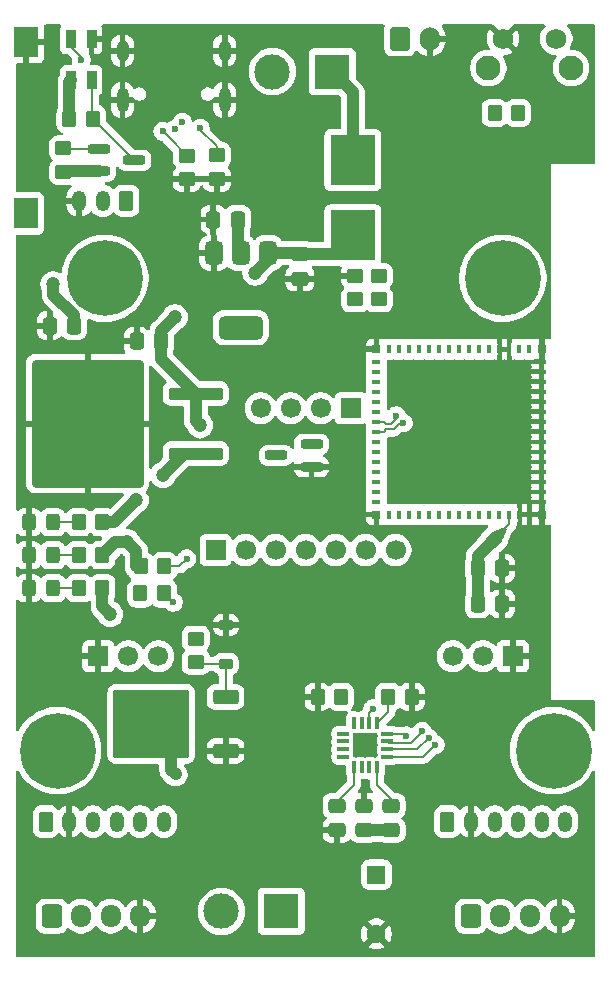
<source format=gbr>
%TF.GenerationSoftware,KiCad,Pcbnew,9.0.4*%
%TF.CreationDate,2025-08-24T10:42:23+02:00*%
%TF.ProjectId,pami_2026,70616d69-5f32-4303-9236-2e6b69636164,rev?*%
%TF.SameCoordinates,Original*%
%TF.FileFunction,Copper,L4,Bot*%
%TF.FilePolarity,Positive*%
%FSLAX46Y46*%
G04 Gerber Fmt 4.6, Leading zero omitted, Abs format (unit mm)*
G04 Created by KiCad (PCBNEW 9.0.4) date 2025-08-24 10:42:23*
%MOMM*%
%LPD*%
G01*
G04 APERTURE LIST*
G04 Aperture macros list*
%AMRoundRect*
0 Rectangle with rounded corners*
0 $1 Rounding radius*
0 $2 $3 $4 $5 $6 $7 $8 $9 X,Y pos of 4 corners*
0 Add a 4 corners polygon primitive as box body*
4,1,4,$2,$3,$4,$5,$6,$7,$8,$9,$2,$3,0*
0 Add four circle primitives for the rounded corners*
1,1,$1+$1,$2,$3*
1,1,$1+$1,$4,$5*
1,1,$1+$1,$6,$7*
1,1,$1+$1,$8,$9*
0 Add four rect primitives between the rounded corners*
20,1,$1+$1,$2,$3,$4,$5,0*
20,1,$1+$1,$4,$5,$6,$7,0*
20,1,$1+$1,$6,$7,$8,$9,0*
20,1,$1+$1,$8,$9,$2,$3,0*%
%AMOutline5P*
0 Free polygon, 5 corners , with rotation*
0 The origin of the aperture is its center*
0 number of corners: always 5*
0 $1 to $10 corner X, Y*
0 $11 Rotation angle, in degrees counterclockwise*
0 create outline with 5 corners*
4,1,5,$1,$2,$3,$4,$5,$6,$7,$8,$9,$10,$1,$2,$11*%
%AMOutline6P*
0 Free polygon, 6 corners , with rotation*
0 The origin of the aperture is its center*
0 number of corners: always 6*
0 $1 to $12 corner X, Y*
0 $13 Rotation angle, in degrees counterclockwise*
0 create outline with 6 corners*
4,1,6,$1,$2,$3,$4,$5,$6,$7,$8,$9,$10,$11,$12,$1,$2,$13*%
%AMOutline7P*
0 Free polygon, 7 corners , with rotation*
0 The origin of the aperture is its center*
0 number of corners: always 7*
0 $1 to $14 corner X, Y*
0 $15 Rotation angle, in degrees counterclockwise*
0 create outline with 7 corners*
4,1,7,$1,$2,$3,$4,$5,$6,$7,$8,$9,$10,$11,$12,$13,$14,$1,$2,$15*%
%AMOutline8P*
0 Free polygon, 8 corners , with rotation*
0 The origin of the aperture is its center*
0 number of corners: always 8*
0 $1 to $16 corner X, Y*
0 $17 Rotation angle, in degrees counterclockwise*
0 create outline with 8 corners*
4,1,8,$1,$2,$3,$4,$5,$6,$7,$8,$9,$10,$11,$12,$13,$14,$15,$16,$1,$2,$17*%
G04 Aperture macros list end*
%TA.AperFunction,SMDPad,CuDef*%
%ADD10R,0.800000X0.800000*%
%TD*%
%TA.AperFunction,HeatsinkPad*%
%ADD11R,1.200000X1.200000*%
%TD*%
%TA.AperFunction,HeatsinkPad*%
%ADD12Outline5P,-0.600000X0.600000X0.600000X0.600000X0.600000X-0.600000X-0.204000X-0.600000X-0.600000X-0.204000X90.000000*%
%TD*%
%TA.AperFunction,SMDPad,CuDef*%
%ADD13R,0.800000X0.400000*%
%TD*%
%TA.AperFunction,SMDPad,CuDef*%
%ADD14R,0.400000X0.800000*%
%TD*%
%TA.AperFunction,ComponentPad*%
%ADD15O,1.200000X1.750000*%
%TD*%
%TA.AperFunction,ComponentPad*%
%ADD16RoundRect,0.250000X-0.350000X-0.625000X0.350000X-0.625000X0.350000X0.625000X-0.350000X0.625000X0*%
%TD*%
%TA.AperFunction,SMDPad,CuDef*%
%ADD17RoundRect,0.250000X0.850000X0.350000X-0.850000X0.350000X-0.850000X-0.350000X0.850000X-0.350000X0*%
%TD*%
%TA.AperFunction,SMDPad,CuDef*%
%ADD18RoundRect,0.250000X1.275000X1.125000X-1.275000X1.125000X-1.275000X-1.125000X1.275000X-1.125000X0*%
%TD*%
%TA.AperFunction,SMDPad,CuDef*%
%ADD19RoundRect,0.249997X2.950003X2.650003X-2.950003X2.650003X-2.950003X-2.650003X2.950003X-2.650003X0*%
%TD*%
%TA.AperFunction,SMDPad,CuDef*%
%ADD20RoundRect,0.250000X-0.450000X0.350000X-0.450000X-0.350000X0.450000X-0.350000X0.450000X0.350000X0*%
%TD*%
%TA.AperFunction,HeatsinkPad*%
%ADD21O,1.000000X2.100000*%
%TD*%
%TA.AperFunction,HeatsinkPad*%
%ADD22O,1.000000X1.800000*%
%TD*%
%TA.AperFunction,SMDPad,CuDef*%
%ADD23RoundRect,0.250000X-0.337500X-0.475000X0.337500X-0.475000X0.337500X0.475000X-0.337500X0.475000X0*%
%TD*%
%TA.AperFunction,SMDPad,CuDef*%
%ADD24RoundRect,0.250000X-0.350000X-0.450000X0.350000X-0.450000X0.350000X0.450000X-0.350000X0.450000X0*%
%TD*%
%TA.AperFunction,SMDPad,CuDef*%
%ADD25RoundRect,0.250000X0.350000X0.450000X-0.350000X0.450000X-0.350000X-0.450000X0.350000X-0.450000X0*%
%TD*%
%TA.AperFunction,SMDPad,CuDef*%
%ADD26RoundRect,0.250000X0.475000X-0.337500X0.475000X0.337500X-0.475000X0.337500X-0.475000X-0.337500X0*%
%TD*%
%TA.AperFunction,SMDPad,CuDef*%
%ADD27RoundRect,0.250000X-0.475000X0.337500X-0.475000X-0.337500X0.475000X-0.337500X0.475000X0.337500X0*%
%TD*%
%TA.AperFunction,ComponentPad*%
%ADD28C,0.800000*%
%TD*%
%TA.AperFunction,ComponentPad*%
%ADD29C,6.400000*%
%TD*%
%TA.AperFunction,ComponentPad*%
%ADD30RoundRect,0.250000X-0.600000X-0.725000X0.600000X-0.725000X0.600000X0.725000X-0.600000X0.725000X0*%
%TD*%
%TA.AperFunction,ComponentPad*%
%ADD31O,1.700000X1.950000*%
%TD*%
%TA.AperFunction,ComponentPad*%
%ADD32RoundRect,0.250000X0.350000X0.625000X-0.350000X0.625000X-0.350000X-0.625000X0.350000X-0.625000X0*%
%TD*%
%TA.AperFunction,ComponentPad*%
%ADD33R,3.000000X3.000000*%
%TD*%
%TA.AperFunction,ComponentPad*%
%ADD34C,3.000000*%
%TD*%
%TA.AperFunction,ComponentPad*%
%ADD35RoundRect,0.250000X-0.600000X-0.750000X0.600000X-0.750000X0.600000X0.750000X-0.600000X0.750000X0*%
%TD*%
%TA.AperFunction,ComponentPad*%
%ADD36O,1.700000X2.000000*%
%TD*%
%TA.AperFunction,ComponentPad*%
%ADD37C,2.100000*%
%TD*%
%TA.AperFunction,ComponentPad*%
%ADD38C,1.750000*%
%TD*%
%TA.AperFunction,ComponentPad*%
%ADD39R,1.700000X1.700000*%
%TD*%
%TA.AperFunction,ComponentPad*%
%ADD40C,1.700000*%
%TD*%
%TA.AperFunction,SMDPad,CuDef*%
%ADD41R,3.810000X4.240000*%
%TD*%
%TA.AperFunction,ComponentPad*%
%ADD42R,2.000000X2.591000*%
%TD*%
%TA.AperFunction,SMDPad,CuDef*%
%ADD43RoundRect,0.200000X-0.750000X-0.200000X0.750000X-0.200000X0.750000X0.200000X-0.750000X0.200000X0*%
%TD*%
%TA.AperFunction,SMDPad,CuDef*%
%ADD44RoundRect,0.250000X0.450000X-0.350000X0.450000X0.350000X-0.450000X0.350000X-0.450000X-0.350000X0*%
%TD*%
%TA.AperFunction,SMDPad,CuDef*%
%ADD45RoundRect,0.087500X-0.087500X0.425000X-0.087500X-0.425000X0.087500X-0.425000X0.087500X0.425000X0*%
%TD*%
%TA.AperFunction,SMDPad,CuDef*%
%ADD46RoundRect,0.087500X-0.425000X0.087500X-0.425000X-0.087500X0.425000X-0.087500X0.425000X0.087500X0*%
%TD*%
%TA.AperFunction,HeatsinkPad*%
%ADD47C,0.500000*%
%TD*%
%TA.AperFunction,HeatsinkPad*%
%ADD48R,2.100000X2.100000*%
%TD*%
%TA.AperFunction,SMDPad,CuDef*%
%ADD49RoundRect,0.250000X0.337500X0.475000X-0.337500X0.475000X-0.337500X-0.475000X0.337500X-0.475000X0*%
%TD*%
%TA.AperFunction,SMDPad,CuDef*%
%ADD50RoundRect,0.250000X-0.325000X-0.450000X0.325000X-0.450000X0.325000X0.450000X-0.325000X0.450000X0*%
%TD*%
%TA.AperFunction,SMDPad,CuDef*%
%ADD51R,0.850000X1.600000*%
%TD*%
%TA.AperFunction,SMDPad,CuDef*%
%ADD52RoundRect,0.200000X0.750000X0.200000X-0.750000X0.200000X-0.750000X-0.200000X0.750000X-0.200000X0*%
%TD*%
%TA.AperFunction,SMDPad,CuDef*%
%ADD53RoundRect,0.250000X2.050000X0.300000X-2.050000X0.300000X-2.050000X-0.300000X2.050000X-0.300000X0*%
%TD*%
%TA.AperFunction,SMDPad,CuDef*%
%ADD54RoundRect,0.250002X4.449998X5.149998X-4.449998X5.149998X-4.449998X-5.149998X4.449998X-5.149998X0*%
%TD*%
%TA.AperFunction,ComponentPad*%
%ADD55RoundRect,0.250000X-0.550000X0.550000X-0.550000X-0.550000X0.550000X-0.550000X0.550000X0.550000X0*%
%TD*%
%TA.AperFunction,ComponentPad*%
%ADD56C,1.600000*%
%TD*%
%TA.AperFunction,SMDPad,CuDef*%
%ADD57RoundRect,0.375000X-0.375000X0.625000X-0.375000X-0.625000X0.375000X-0.625000X0.375000X0.625000X0*%
%TD*%
%TA.AperFunction,SMDPad,CuDef*%
%ADD58RoundRect,0.500000X-1.400000X0.500000X-1.400000X-0.500000X1.400000X-0.500000X1.400000X0.500000X0*%
%TD*%
%TA.AperFunction,SMDPad,CuDef*%
%ADD59RoundRect,0.225000X0.375000X-0.225000X0.375000X0.225000X-0.375000X0.225000X-0.375000X-0.225000X0*%
%TD*%
%TA.AperFunction,ViaPad*%
%ADD60C,0.600000*%
%TD*%
%TA.AperFunction,ViaPad*%
%ADD61C,1.200000*%
%TD*%
%TA.AperFunction,Conductor*%
%ADD62C,0.200000*%
%TD*%
%TA.AperFunction,Conductor*%
%ADD63C,1.000000*%
%TD*%
G04 APERTURE END LIST*
D10*
%TO.P,U2,65,GND*%
%TO.N,GND*%
X233000000Y-54000000D03*
%TO.P,U2,64,GND*%
X219000000Y-54000000D03*
%TO.P,U2,63,GND*%
X219000000Y-68000000D03*
%TO.P,U2,62,GND*%
X233000000Y-68000000D03*
D11*
%TO.P,U2,61,GND*%
X227650000Y-59350000D03*
X226000000Y-59350000D03*
X224350000Y-59350000D03*
X227650000Y-61000000D03*
X226000000Y-61000000D03*
X224350000Y-61000000D03*
D12*
X227650000Y-62650000D03*
D11*
X226000000Y-62650000D03*
X224350000Y-62650000D03*
D13*
%TO.P,U2,60,GND*%
X233000000Y-66950000D03*
%TO.P,U2,59,GND*%
X233000000Y-66100000D03*
%TO.P,U2,58,GND*%
X233000000Y-65250000D03*
%TO.P,U2,57,GND*%
X233000000Y-64400000D03*
%TO.P,U2,56,GND*%
X233000000Y-63550000D03*
%TO.P,U2,55,GND*%
X233000000Y-62700000D03*
%TO.P,U2,54,GND*%
X233000000Y-61850000D03*
%TO.P,U2,53,GND*%
X233000000Y-61000000D03*
%TO.P,U2,52,GND*%
X233000000Y-60150000D03*
%TO.P,U2,51,GND*%
X233000000Y-59300000D03*
%TO.P,U2,50,GND*%
X233000000Y-58450000D03*
%TO.P,U2,49,GND*%
X233000000Y-57600000D03*
%TO.P,U2,48,GND*%
X233000000Y-56750000D03*
%TO.P,U2,47,GND*%
X233000000Y-55900000D03*
%TO.P,U2,46,GND*%
X233000000Y-55050000D03*
D14*
%TO.P,U2,45,EN*%
%TO.N,Net-(U2-EN)*%
X231950000Y-54000000D03*
%TO.P,U2,44,IO46*%
%TO.N,unconnected-(U2-IO46-Pad44)*%
X231100000Y-54000000D03*
%TO.P,U2,43,GND*%
%TO.N,GND*%
X230250000Y-54000000D03*
%TO.P,U2,42,GND*%
X229400000Y-54000000D03*
%TO.P,U2,41,IO45*%
%TO.N,unconnected-(U2-IO45-Pad41)*%
X228550000Y-54000000D03*
%TO.P,U2,40,RXD0*%
%TO.N,unconnected-(U2-RXD0-Pad40)*%
X227700000Y-54000000D03*
%TO.P,U2,39,TXD0*%
%TO.N,unconnected-(U2-TXD0-Pad39)*%
X226850000Y-54000000D03*
%TO.P,U2,38,IO42*%
%TO.N,unconnected-(U2-IO42-Pad38)*%
X226000000Y-54000000D03*
%TO.P,U2,37,IO41*%
%TO.N,unconnected-(U2-IO41-Pad37)*%
X225150000Y-54000000D03*
%TO.P,U2,36,IO40*%
%TO.N,unconnected-(U2-IO40-Pad36)*%
X224300000Y-54000000D03*
%TO.P,U2,35,IO39*%
%TO.N,unconnected-(U2-IO39-Pad35)*%
X223450000Y-54000000D03*
%TO.P,U2,34,IO38*%
%TO.N,unconnected-(U2-IO38-Pad34)*%
X222600000Y-54000000D03*
%TO.P,U2,33,IO37*%
%TO.N,unconnected-(U2-IO37-Pad33)*%
X221750000Y-54000000D03*
%TO.P,U2,32,IO36*%
%TO.N,unconnected-(U2-IO36-Pad32)*%
X220900000Y-54000000D03*
%TO.P,U2,31,IO35*%
%TO.N,unconnected-(U2-IO35-Pad31)*%
X220050000Y-54000000D03*
D13*
%TO.P,U2,30,IO48*%
%TO.N,unconnected-(U2-IO48-Pad30)*%
X219000000Y-55050000D03*
%TO.P,U2,29,IO34*%
%TO.N,unconnected-(U2-IO34-Pad29)*%
X219000000Y-55900000D03*
%TO.P,U2,28,IO33*%
%TO.N,unconnected-(U2-IO33-Pad28)*%
X219000000Y-56750000D03*
%TO.P,U2,27,IO47*%
%TO.N,unconnected-(U2-IO47-Pad27)*%
X219000000Y-57600000D03*
%TO.P,U2,26,IO26*%
%TO.N,unconnected-(U2-IO26-Pad26)*%
X219000000Y-58450000D03*
%TO.P,U2,25,IO21*%
%TO.N,unconnected-(U2-IO21-Pad25)*%
X219000000Y-59300000D03*
%TO.P,U2,24,USB_D+*%
%TO.N,usb_d+*%
X219000000Y-60150000D03*
%TO.P,U2,23,USB_D-*%
%TO.N,usb_d-*%
X219000000Y-61000000D03*
%TO.P,U2,22,IO18*%
%TO.N,unconnected-(U2-IO18-Pad22)*%
X219000000Y-61850000D03*
%TO.P,U2,21,IO17*%
%TO.N,unconnected-(U2-IO17-Pad21)*%
X219000000Y-62700000D03*
%TO.P,U2,20,IO16*%
%TO.N,unconnected-(U2-IO16-Pad20)*%
X219000000Y-63550000D03*
%TO.P,U2,19,IO15*%
%TO.N,unconnected-(U2-IO15-Pad19)*%
X219000000Y-64400000D03*
%TO.P,U2,18,IO14*%
%TO.N,unconnected-(U2-IO14-Pad18)*%
X219000000Y-65250000D03*
%TO.P,U2,17,IO13*%
%TO.N,unconnected-(U2-IO13-Pad17)*%
X219000000Y-66100000D03*
%TO.P,U2,16,IO12*%
%TO.N,unconnected-(U2-IO12-Pad16)*%
X219000000Y-66950000D03*
D14*
%TO.P,U2,15,IO11*%
%TO.N,unconnected-(U2-IO11-Pad15)*%
X220050000Y-68000000D03*
%TO.P,U2,14,IO10*%
%TO.N,unconnected-(U2-IO10-Pad14)*%
X220900000Y-68000000D03*
%TO.P,U2,13,IO9*%
%TO.N,unconnected-(U2-IO9-Pad13)*%
X221750000Y-68000000D03*
%TO.P,U2,12,IO8*%
%TO.N,unconnected-(U2-IO8-Pad12)*%
X222600000Y-68000000D03*
%TO.P,U2,11,IO7*%
%TO.N,unconnected-(U2-IO7-Pad11)*%
X223450000Y-68000000D03*
%TO.P,U2,10,IO6*%
%TO.N,unconnected-(U2-IO6-Pad10)*%
X224300000Y-68000000D03*
%TO.P,U2,9,IO5*%
%TO.N,unconnected-(U2-IO5-Pad9)*%
X225150000Y-68000000D03*
%TO.P,U2,8,IO4*%
%TO.N,unconnected-(U2-IO4-Pad8)*%
X226000000Y-68000000D03*
%TO.P,U2,7,IO3*%
%TO.N,unconnected-(U2-IO3-Pad7)*%
X226850000Y-68000000D03*
%TO.P,U2,6,IO2*%
%TO.N,unconnected-(U2-IO2-Pad6)*%
X227700000Y-68000000D03*
%TO.P,U2,5,IO1*%
%TO.N,unconnected-(U2-IO1-Pad5)*%
X228550000Y-68000000D03*
%TO.P,U2,4,IO0*%
%TO.N,unconnected-(U2-IO0-Pad4)*%
X229400000Y-68000000D03*
%TO.P,U2,3,3V3*%
%TO.N,+3.3V*%
X230250000Y-68000000D03*
%TO.P,U2,2,GND*%
%TO.N,GND*%
X231100000Y-68000000D03*
%TO.P,U2,1,GND*%
X231950000Y-68000000D03*
%TD*%
D15*
%TO.P,J11,6,Pin_6*%
%TO.N,Net-(J11-Pin_6)*%
X201000000Y-94000000D03*
%TO.P,J11,5,Pin_5*%
%TO.N,+3.3V*%
X199000000Y-94000000D03*
%TO.P,J11,4,Pin_4*%
%TO.N,motor_enc_a-*%
X197000000Y-94000000D03*
%TO.P,J11,3,Pin_3*%
%TO.N,motor_enc_a+*%
X195000000Y-94000000D03*
%TO.P,J11,2,Pin_2*%
%TO.N,GND*%
X193000000Y-94000000D03*
D16*
%TO.P,J11,1,Pin_1*%
%TO.N,Net-(J11-Pin_1)*%
X191000000Y-94000000D03*
%TD*%
D17*
%TO.P,Q1,3,S*%
%TO.N,GND*%
X206222000Y-88006000D03*
%TO.P,Q1,2,G*%
%TO.N,Net-(D5-K)*%
X206222000Y-83446000D03*
D18*
%TO.P,Q1,1,D*%
%TO.N,Net-(J4-Pin_2)*%
X198247000Y-84201000D03*
X198247000Y-87251000D03*
D19*
X199922000Y-85726000D03*
D18*
X201597000Y-84201000D03*
X201597000Y-87251000D03*
%TD*%
D20*
%TO.P,R13,1*%
%TO.N,Net-(J8-CC1)*%
X205486000Y-37592000D03*
%TO.P,R13,2*%
%TO.N,GND*%
X205486000Y-39592000D03*
%TD*%
%TO.P,R12,1*%
%TO.N,Net-(J8-CC2)*%
X202946000Y-37608000D03*
%TO.P,R12,2*%
%TO.N,GND*%
X202946000Y-39608000D03*
%TD*%
D21*
%TO.P,J8,S1,SHIELD*%
%TO.N,GND*%
X206140000Y-32905000D03*
D22*
X206140000Y-28725000D03*
D21*
X197500000Y-32905000D03*
D22*
X197500000Y-28725000D03*
%TD*%
D23*
%TO.P,C24,1*%
%TO.N,+3.3V*%
X227584000Y-75565000D03*
%TO.P,C24,2*%
%TO.N,GND*%
X229659000Y-75565000D03*
%TD*%
D15*
%TO.P,J12,6,Pin_6*%
%TO.N,Net-(J12-Pin_6)*%
X235000000Y-94000000D03*
%TO.P,J12,5,Pin_5*%
%TO.N,+3.3V*%
X233000000Y-94000000D03*
%TO.P,J12,4,Pin_4*%
%TO.N,motor_enc_b-*%
X231000000Y-94000000D03*
%TO.P,J12,3,Pin_3*%
%TO.N,motor_enc_b+*%
X229000000Y-94000000D03*
%TO.P,J12,2,Pin_2*%
%TO.N,GND*%
X227000000Y-94000000D03*
D16*
%TO.P,J12,1,Pin_1*%
%TO.N,Net-(J12-Pin_1)*%
X225000000Y-94000000D03*
%TD*%
D24*
%TO.P,R8,1*%
%TO.N,+3.3V*%
X199041000Y-72390000D03*
%TO.P,R8,2*%
%TO.N,I2C_sda*%
X201041000Y-72390000D03*
%TD*%
D25*
%TO.P,R7,1*%
%TO.N,I2C_scl*%
X201009000Y-74676000D03*
%TO.P,R7,2*%
%TO.N,+3.3V*%
X199009000Y-74676000D03*
%TD*%
%TO.P,R6,1*%
%TO.N,GND*%
X221996000Y-83439000D03*
%TO.P,R6,2*%
%TO.N,motor_b_sense*%
X219996000Y-83439000D03*
%TD*%
D24*
%TO.P,R2,1*%
%TO.N,GND*%
X214011000Y-83439000D03*
%TO.P,R2,2*%
%TO.N,motor_a_sense*%
X216011000Y-83439000D03*
%TD*%
D26*
%TO.P,C3,1*%
%TO.N,+5V*%
X220235000Y-94725000D03*
%TO.P,C3,2*%
%TO.N,Net-(U1-VCP)*%
X220235000Y-92650000D03*
%TD*%
D27*
%TO.P,C2,1*%
%TO.N,GND*%
X217949000Y-92650000D03*
%TO.P,C2,2*%
%TO.N,+5V*%
X217949000Y-94725000D03*
%TD*%
D26*
%TO.P,C1,1*%
%TO.N,GND*%
X215663000Y-94725000D03*
%TO.P,C1,2*%
%TO.N,Net-(U1-VINT)*%
X215663000Y-92650000D03*
%TD*%
D28*
%TO.P,H2,1*%
%TO.N,N/C*%
X227297056Y-48000000D03*
X228000000Y-46302944D03*
X228000000Y-49697056D03*
X229697056Y-45600000D03*
D29*
X229697056Y-48000000D03*
D28*
X229697056Y-50400000D03*
X231394112Y-46302944D03*
X231394112Y-49697056D03*
X232097056Y-48000000D03*
%TD*%
D30*
%TO.P,J9,1,Pin_1*%
%TO.N,+3.3V*%
X191500000Y-102000000D03*
D31*
%TO.P,J9,2,Pin_2*%
%TO.N,I2C_scl*%
X194000000Y-102000000D03*
%TO.P,J9,3,Pin_3*%
%TO.N,I2C_sda*%
X196500000Y-102000000D03*
%TO.P,J9,4,Pin_4*%
%TO.N,GND*%
X199000000Y-102000000D03*
%TD*%
D32*
%TO.P,J7,1,Pin_1*%
%TO.N,+5V*%
X197834000Y-41444000D03*
D15*
%TO.P,J7,2,Pin_2*%
%TO.N,Net-(D8-DOUT)*%
X195834000Y-41444000D03*
%TO.P,J7,3,Pin_3*%
%TO.N,GND*%
X193834000Y-41444000D03*
%TD*%
D33*
%TO.P,J4,1,Pin_1*%
%TO.N,Net-(J4-Pin_1)*%
X210947000Y-101600000D03*
D34*
%TO.P,J4,2,Pin_2*%
%TO.N,Net-(J4-Pin_2)*%
X205867000Y-101600000D03*
%TD*%
D28*
%TO.P,H4,1*%
%TO.N,N/C*%
X231600000Y-88000000D03*
X232302944Y-86302944D03*
X232302944Y-89697056D03*
X234000000Y-85600000D03*
D29*
X234000000Y-88000000D03*
D28*
X234000000Y-90400000D03*
X235697056Y-86302944D03*
X235697056Y-89697056D03*
X236400000Y-88000000D03*
%TD*%
D35*
%TO.P,SW2,1*%
%TO.N,sw_team*%
X221000000Y-27712500D03*
D36*
%TO.P,SW2,2*%
%TO.N,GND*%
X223500000Y-27712500D03*
%TD*%
D37*
%TO.P,SW1,*%
%TO.N,*%
X228475000Y-30202500D03*
X235485000Y-30202500D03*
D38*
%TO.P,SW1,1,1*%
%TO.N,GND*%
X229725000Y-27712500D03*
%TO.P,SW1,2,2*%
%TO.N,Net-(U2-EN)*%
X234225000Y-27712500D03*
%TD*%
D39*
%TO.P,J1,1,Pin_1*%
%TO.N,Net-(J1-Pin_1)*%
X216810000Y-59000000D03*
D40*
%TO.P,J1,2,Pin_2*%
%TO.N,+3.3V*%
X214270000Y-59000000D03*
%TO.P,J1,3,Pin_3*%
%TO.N,I2C_scl*%
X211730000Y-59000000D03*
%TO.P,J1,4,Pin_4*%
%TO.N,I2C_sda*%
X209190000Y-59000000D03*
%TD*%
D41*
%TO.P,F1,1*%
%TO.N,Net-(SW3-A)*%
X217000000Y-38000000D03*
%TO.P,F1,2*%
%TO.N,+BATT*%
X217000000Y-44370000D03*
%TD*%
D39*
%TO.P,J14,1,Pin_1*%
%TO.N,GND*%
X230540000Y-80000000D03*
D40*
%TO.P,J14,2,Pin_2*%
%TO.N,+5V*%
X228000000Y-80000000D03*
%TO.P,J14,3,Pin_3*%
%TO.N,SERVO2*%
X225460000Y-80000000D03*
%TD*%
D28*
%TO.P,H1,1*%
%TO.N,N/C*%
X193600000Y-48000000D03*
X194302944Y-46302944D03*
X194302944Y-49697056D03*
X196000000Y-45600000D03*
D29*
X196000000Y-48000000D03*
D28*
X196000000Y-50400000D03*
X197697056Y-46302944D03*
X197697056Y-49697056D03*
X198400000Y-48000000D03*
%TD*%
D39*
%TO.P,J10,1,Pin_1*%
%TO.N,tft_rst*%
X205380000Y-71000000D03*
D40*
%TO.P,J10,2,Pin_2*%
%TO.N,tft_cs*%
X207920000Y-71000000D03*
%TO.P,J10,3,Pin_3*%
%TO.N,tft_dc*%
X210460000Y-71000000D03*
%TO.P,J10,4,Pin_4*%
%TO.N,tft_scl*%
X213000000Y-71000000D03*
%TO.P,J10,5,Pin_5*%
X215540000Y-71000000D03*
%TO.P,J10,6,Pin_6*%
%TO.N,Net-(J1-Pin_1)*%
X218080000Y-71000000D03*
%TO.P,J10,7,Pin_7*%
%TO.N,+3.3V*%
X220620000Y-71000000D03*
%TD*%
D30*
%TO.P,J3,1,Pin_1*%
%TO.N,RX_lidar*%
X227000000Y-102000000D03*
D31*
%TO.P,J3,2,Pin_2*%
%TO.N,TX_lidar*%
X229500000Y-102000000D03*
%TO.P,J3,3,Pin_3*%
%TO.N,+3.3V*%
X232000000Y-102000000D03*
%TO.P,J3,4,Pin_4*%
%TO.N,GND*%
X234500000Y-102000000D03*
%TD*%
D42*
%TO.P,SW4,1,1*%
%TO.N,GND*%
X189357000Y-28000000D03*
%TO.P,SW4,2,2*%
%TO.N,sw_tirette*%
X189357000Y-42503500D03*
%TD*%
D39*
%TO.P,J2,1,Pin_1*%
%TO.N,GND*%
X195460000Y-80000000D03*
D40*
%TO.P,J2,2,Pin_2*%
%TO.N,+5V*%
X198000000Y-80000000D03*
%TO.P,J2,3,Pin_3*%
%TO.N,SERVO1*%
X200540000Y-80000000D03*
%TD*%
D28*
%TO.P,H3,1*%
%TO.N,N/C*%
X189600000Y-88000000D03*
X190302944Y-86302944D03*
X190302944Y-89697056D03*
X192000000Y-85600000D03*
D29*
X192000000Y-88000000D03*
D28*
X192000000Y-90400000D03*
X193697056Y-86302944D03*
X193697056Y-89697056D03*
X194400000Y-88000000D03*
%TD*%
D43*
%TO.P,Q3,1,D*%
%TO.N,Net-(D8-DIN)*%
X198500000Y-38000000D03*
%TO.P,Q3,2,G*%
%TO.N,+3.3V*%
X195500000Y-38950000D03*
%TO.P,Q3,3,S*%
%TO.N,NEOPIXEL*%
X195500000Y-37050000D03*
%TD*%
D44*
%TO.P,R4,1*%
%TO.N,+3.3V*%
X192500000Y-39000000D03*
%TO.P,R4,2*%
%TO.N,NEOPIXEL*%
X192500000Y-37000000D03*
%TD*%
D20*
%TO.P,R17,1*%
%TO.N,LEVEL_BATTERY*%
X219202000Y-47784000D03*
%TO.P,R17,2*%
%TO.N,+BATT*%
X219202000Y-49784000D03*
%TD*%
D45*
%TO.P,U1,1,AISEN*%
%TO.N,motor_a_sense*%
X217084000Y-85678500D03*
%TO.P,U1,2,AOUT2*%
%TO.N,Net-(J11-Pin_6)*%
X217734000Y-85678500D03*
%TO.P,U1,3,BOUT2*%
%TO.N,Net-(J12-Pin_6)*%
X218384000Y-85678500D03*
%TO.P,U1,4,BISEN*%
%TO.N,motor_b_sense*%
X219034000Y-85678500D03*
D46*
%TO.P,U1,5,BOUT1*%
%TO.N,Net-(J12-Pin_1)*%
X219921500Y-86566000D03*
%TO.P,U1,6,~{FAULT}*%
%TO.N,motor_fault*%
X219921500Y-87216000D03*
%TO.P,U1,7,BIN1*%
%TO.N,motor_b+*%
X219921500Y-87866000D03*
%TO.P,U1,8,BIN2*%
%TO.N,motor_b-*%
X219921500Y-88516000D03*
D45*
%TO.P,U1,9,VCP*%
%TO.N,Net-(U1-VCP)*%
X219034000Y-89403500D03*
%TO.P,U1,10,VM*%
%TO.N,+5V*%
X218384000Y-89403500D03*
%TO.P,U1,11,GND*%
%TO.N,GND*%
X217734000Y-89403500D03*
%TO.P,U1,12,VINT*%
%TO.N,Net-(U1-VINT)*%
X217084000Y-89403500D03*
D46*
%TO.P,U1,13,AIN2*%
%TO.N,motor_a-*%
X216196500Y-88516000D03*
%TO.P,U1,14,AIN1*%
%TO.N,motor_a+*%
X216196500Y-87866000D03*
%TO.P,U1,15,~{SLEEP}*%
%TO.N,motor_enable*%
X216196500Y-87216000D03*
%TO.P,U1,16,AOUT1*%
%TO.N,Net-(J11-Pin_1)*%
X216196500Y-86566000D03*
D47*
%TO.P,U1,17,GND*%
%TO.N,GND*%
X218859000Y-86741000D03*
X218059000Y-86741000D03*
X217259000Y-86741000D03*
X218859000Y-87541000D03*
X218059000Y-87541000D03*
D48*
X218059000Y-87541000D03*
D47*
X217259000Y-87541000D03*
X218859000Y-88341000D03*
X218059000Y-88341000D03*
X217259000Y-88341000D03*
%TD*%
D49*
%TO.P,C11,1*%
%TO.N,+BATT*%
X200787000Y-53340000D03*
%TO.P,C11,2*%
%TO.N,GND*%
X198712000Y-53340000D03*
%TD*%
D27*
%TO.P,C9,1*%
%TO.N,+BATT*%
X212518000Y-45947000D03*
%TO.P,C9,2*%
%TO.N,GND*%
X212518000Y-48022000D03*
%TD*%
D50*
%TO.P,D4,2,A*%
%TO.N,Net-(D4-A)*%
X191614000Y-74240000D03*
%TO.P,D4,1,K*%
%TO.N,GND*%
X189564000Y-74240000D03*
%TD*%
D20*
%TO.P,R16,1*%
%TO.N,GND*%
X217202000Y-47784000D03*
%TO.P,R16,2*%
%TO.N,LEVEL_BATTERY*%
X217202000Y-49784000D03*
%TD*%
D24*
%TO.P,R3,1*%
%TO.N,+5V*%
X193000000Y-34500000D03*
%TO.P,R3,2*%
%TO.N,Net-(D8-DIN)*%
X195000000Y-34500000D03*
%TD*%
%TO.P,R11,2*%
%TO.N,+5V*%
X195802000Y-74240000D03*
%TO.P,R11,1*%
%TO.N,Net-(D4-A)*%
X193802000Y-74240000D03*
%TD*%
D51*
%TO.P,D8,1,DOUT*%
%TO.N,Net-(D8-DOUT)*%
X193125000Y-27750000D03*
%TO.P,D8,2,VSS*%
%TO.N,GND*%
X194875000Y-27750000D03*
%TO.P,D8,3,DIN*%
%TO.N,Net-(D8-DIN)*%
X194875000Y-31250000D03*
%TO.P,D8,4,VDD*%
%TO.N,+5V*%
X193125000Y-31250000D03*
%TD*%
D24*
%TO.P,R1,1*%
%TO.N,+3.3V*%
X229000000Y-34000000D03*
%TO.P,R1,2*%
%TO.N,Net-(U2-EN)*%
X231000000Y-34000000D03*
%TD*%
D52*
%TO.P,Q2,1,D*%
%TO.N,Net-(J1-Pin_1)*%
X210500000Y-63000000D03*
%TO.P,Q2,2,G*%
%TO.N,EN_SCREEN*%
X213500000Y-62050000D03*
%TO.P,Q2,3,S*%
%TO.N,GND*%
X213500000Y-63950000D03*
%TD*%
D49*
%TO.P,C12,1*%
%TO.N,+5V*%
X193400000Y-52018000D03*
%TO.P,C12,2*%
%TO.N,GND*%
X191325000Y-52018000D03*
%TD*%
D53*
%TO.P,U4,1,IN*%
%TO.N,+BATT*%
X203702000Y-57766000D03*
D54*
%TO.P,U4,2,GND*%
%TO.N,GND*%
X194552000Y-60306000D03*
D53*
%TO.P,U4,3,OUT*%
%TO.N,+5V*%
X203702000Y-62846000D03*
%TD*%
D55*
%TO.P,C18,1*%
%TO.N,+BATT*%
X219000000Y-98500000D03*
D56*
%TO.P,C18,2*%
%TO.N,GND*%
X219000000Y-103500000D03*
%TD*%
D23*
%TO.P,C25,1*%
%TO.N,+3.3V*%
X227584000Y-72555000D03*
%TO.P,C25,2*%
%TO.N,GND*%
X229659000Y-72555000D03*
%TD*%
D50*
%TO.P,D2,2,A*%
%TO.N,Net-(D2-A)*%
X191614000Y-68652000D03*
%TO.P,D2,1,K*%
%TO.N,GND*%
X189564000Y-68652000D03*
%TD*%
D24*
%TO.P,R10,2*%
%TO.N,+3.3V*%
X195786000Y-71446000D03*
%TO.P,R10,1*%
%TO.N,Net-(D3-A)*%
X193786000Y-71446000D03*
%TD*%
D50*
%TO.P,D3,2,A*%
%TO.N,Net-(D3-A)*%
X191614000Y-71446000D03*
%TO.P,D3,1,K*%
%TO.N,GND*%
X189564000Y-71446000D03*
%TD*%
D57*
%TO.P,U3,1,GND*%
%TO.N,GND*%
X205218000Y-45872000D03*
%TO.P,U3,2,VO*%
%TO.N,+3.3V*%
X207518000Y-45872000D03*
D58*
X207518000Y-52172000D03*
D57*
%TO.P,U3,3,VI*%
%TO.N,+BATT*%
X209818000Y-45872000D03*
%TD*%
D49*
%TO.P,C10,1*%
%TO.N,+3.3V*%
X207264000Y-43022000D03*
%TO.P,C10,2*%
%TO.N,GND*%
X205189000Y-43022000D03*
%TD*%
D20*
%TO.P,R5,1*%
%TO.N,Net-(SW3-A)*%
X203708000Y-78500000D03*
%TO.P,R5,2*%
%TO.N,Net-(D5-K)*%
X203708000Y-80500000D03*
%TD*%
D24*
%TO.P,R9,2*%
%TO.N,+BATT*%
X195786000Y-68652000D03*
%TO.P,R9,1*%
%TO.N,Net-(D2-A)*%
X193786000Y-68652000D03*
%TD*%
D33*
%TO.P,SW3,1,A*%
%TO.N,Net-(SW3-A)*%
X215265000Y-30500000D03*
D34*
%TO.P,SW3,2,B*%
%TO.N,Net-(J4-Pin_1)*%
X210185000Y-30500000D03*
%TD*%
D59*
%TO.P,D5,1,K*%
%TO.N,Net-(D5-K)*%
X206248000Y-80650000D03*
%TO.P,D5,2,A*%
%TO.N,GND*%
X206248000Y-77350000D03*
%TD*%
D60*
%TO.N,Net-(J8-CC1)*%
X204089000Y-35306000D03*
%TO.N,Net-(J8-CC2)*%
X200914000Y-35560000D03*
D61*
%TO.N,+BATT*%
X201930000Y-51308000D03*
X208747879Y-47513940D03*
D60*
%TO.N,I2C_sda*%
X202946000Y-71755000D03*
%TO.N,I2C_scl*%
X201803000Y-75438000D03*
D61*
%TO.N,+3.3V*%
X197919000Y-70358000D03*
%TO.N,+BATT*%
X204089000Y-60452000D03*
%TO.N,+5V*%
X200914000Y-64643000D03*
X196469000Y-76454000D03*
%TO.N,+3.3V*%
X229108000Y-69977000D03*
%TO.N,+5V*%
X191643000Y-48514000D03*
D60*
%TO.N,motor_b-*%
X223976642Y-87492112D03*
%TO.N,motor_b+*%
X223410954Y-86926426D03*
%TO.N,motor_fault*%
X222866599Y-86340183D03*
%TO.N,Net-(J12-Pin_6)*%
X218694000Y-84455000D03*
%TO.N,Net-(J12-Pin_1)*%
X221488000Y-86741000D03*
D61*
%TO.N,+BATT*%
X198628000Y-66802000D03*
D60*
%TO.N,usb_d-*%
X202557411Y-34767728D03*
%TO.N,usb_d+*%
X201956369Y-35368770D03*
%TO.N,usb_d-*%
X221280521Y-60244521D03*
%TO.N,usb_d+*%
X220679479Y-59643479D03*
%TO.N,Net-(J4-Pin_2)*%
X202000000Y-90000000D03*
%TO.N,Net-(D8-DOUT)*%
X194000000Y-29500000D03*
%TD*%
D62*
%TO.N,Net-(J8-CC1)*%
X204089000Y-35306000D02*
X204089000Y-35433000D01*
X204089000Y-35433000D02*
X205486000Y-36830000D01*
X205486000Y-36830000D02*
X205486000Y-37497000D01*
%TO.N,Net-(J8-CC2)*%
X200914000Y-35560000D02*
X201406000Y-36052000D01*
X201406000Y-36052000D02*
X201406000Y-36068000D01*
X201406000Y-36068000D02*
X202946000Y-37608000D01*
X202946000Y-37608000D02*
X202930000Y-37624000D01*
D63*
%TO.N,+3.3V*%
X227584000Y-72555000D02*
X227584000Y-75565000D01*
X227584000Y-72555000D02*
X227584000Y-71501000D01*
X227584000Y-71501000D02*
X229108000Y-69977000D01*
D62*
X230250000Y-68000000D02*
X230250000Y-68835000D01*
X230250000Y-68835000D02*
X229108000Y-69977000D01*
D63*
%TO.N,Net-(SW3-A)*%
X217000000Y-38000000D02*
X217000000Y-32235000D01*
X217000000Y-32235000D02*
X215265000Y-30500000D01*
%TO.N,+BATT*%
X200787000Y-52451000D02*
X201930000Y-51308000D01*
X200787000Y-53340000D02*
X200787000Y-52451000D01*
X209818000Y-46443819D02*
X208747879Y-47513940D01*
X209818000Y-45872000D02*
X209818000Y-46443819D01*
X212518000Y-45947000D02*
X215423000Y-45947000D01*
X215423000Y-45947000D02*
X217000000Y-44370000D01*
X209818000Y-45872000D02*
X212443000Y-45872000D01*
X212443000Y-45872000D02*
X212518000Y-45947000D01*
X200787000Y-53340000D02*
X200787000Y-54851000D01*
X200787000Y-54851000D02*
X203702000Y-57766000D01*
D62*
%TO.N,I2C_sda*%
X202311000Y-72390000D02*
X202946000Y-71755000D01*
X201041000Y-72390000D02*
X202311000Y-72390000D01*
%TO.N,I2C_scl*%
X201009000Y-74676000D02*
X201041000Y-74676000D01*
X201041000Y-74676000D02*
X201803000Y-75438000D01*
D63*
%TO.N,+3.3V*%
X198676000Y-72390000D02*
X198676000Y-71115000D01*
X198676000Y-71115000D02*
X197919000Y-70358000D01*
X197919000Y-70358000D02*
X196874000Y-70358000D01*
X196874000Y-70358000D02*
X195786000Y-71446000D01*
%TO.N,+BATT*%
X203702000Y-57766000D02*
X203702000Y-60065000D01*
X203702000Y-60065000D02*
X204089000Y-60452000D01*
%TO.N,+5V*%
X203702000Y-62846000D02*
X202711000Y-62846000D01*
X202711000Y-62846000D02*
X200914000Y-64643000D01*
X195802000Y-75787000D02*
X196469000Y-76454000D01*
X195802000Y-74240000D02*
X195802000Y-75787000D01*
%TO.N,+3.3V*%
X207264000Y-43022000D02*
X207264000Y-45618000D01*
X207264000Y-45618000D02*
X207518000Y-45872000D01*
%TO.N,+5V*%
X193400000Y-52018000D02*
X193400000Y-51128980D01*
X193400000Y-51128980D02*
X191643000Y-49371980D01*
X191643000Y-49371980D02*
X191643000Y-48514000D01*
D62*
%TO.N,motor_fault*%
X221903000Y-87342000D02*
X220047500Y-87342000D01*
X222866599Y-86378401D02*
X221903000Y-87342000D01*
X222866599Y-86340183D02*
X222866599Y-86378401D01*
X220047500Y-87342000D02*
X219921500Y-87216000D01*
%TO.N,motor_b+*%
X223410954Y-86926426D02*
X222471380Y-87866000D01*
X222471380Y-87866000D02*
X219921500Y-87866000D01*
%TO.N,motor_b-*%
X222952754Y-88516000D02*
X223976642Y-87492112D01*
X219921500Y-88516000D02*
X222952754Y-88516000D01*
%TO.N,Net-(J12-Pin_6)*%
X218384000Y-84765000D02*
X218694000Y-84455000D01*
X218384000Y-85678500D02*
X218384000Y-84765000D01*
%TO.N,motor_b_sense*%
X219996000Y-83439000D02*
X219996000Y-84716500D01*
X219996000Y-84716500D02*
X219034000Y-85678500D01*
%TO.N,Net-(J12-Pin_1)*%
X219921500Y-86566000D02*
X221313000Y-86566000D01*
X221313000Y-86566000D02*
X221488000Y-86741000D01*
%TO.N,Net-(U1-VCP)*%
X220235000Y-92650000D02*
X220235000Y-92092000D01*
X219034000Y-90891000D02*
X219034000Y-89403500D01*
X220235000Y-92092000D02*
X219034000Y-90891000D01*
%TO.N,Net-(U1-VINT)*%
X217084000Y-89403500D02*
X217084000Y-90889500D01*
X217084000Y-90889500D02*
X215663000Y-92310500D01*
X215663000Y-92310500D02*
X215663000Y-92650000D01*
D63*
%TO.N,+BATT*%
X198628000Y-66802000D02*
X196778000Y-68652000D01*
X196778000Y-68652000D02*
X195786000Y-68652000D01*
%TO.N,+5V*%
X193000000Y-34500000D02*
X193000000Y-31375000D01*
X193000000Y-31375000D02*
X193125000Y-31250000D01*
D62*
%TO.N,usb_d-*%
X219800001Y-60800000D02*
X220442199Y-60800000D01*
%TO.N,usb_d+*%
X220679479Y-59926322D02*
X220679479Y-59643479D01*
%TO.N,usb_d-*%
X219600001Y-61000000D02*
X219800001Y-60800000D01*
X219000000Y-61000000D02*
X219600001Y-61000000D01*
%TO.N,usb_d+*%
X219800001Y-60350000D02*
X220255801Y-60350000D01*
X219600001Y-60150000D02*
X219800001Y-60350000D01*
X220255801Y-60350000D02*
X220679479Y-59926322D01*
X219000000Y-60150000D02*
X219600001Y-60150000D01*
%TO.N,usb_d-*%
X220442199Y-60800000D02*
X220997678Y-60244521D01*
X220997678Y-60244521D02*
X221280521Y-60244521D01*
D63*
%TO.N,Net-(J4-Pin_2)*%
X201597000Y-89597000D02*
X202000000Y-90000000D01*
X201597000Y-87251000D02*
X201597000Y-89597000D01*
D62*
%TO.N,Net-(D5-K)*%
X206248000Y-80650000D02*
X203858000Y-80650000D01*
X203858000Y-80650000D02*
X203708000Y-80500000D01*
X206248000Y-80650000D02*
X206248000Y-83420000D01*
X206248000Y-83420000D02*
X206222000Y-83446000D01*
D63*
%TO.N,+5V*%
X217949000Y-94725000D02*
X220235000Y-94725000D01*
%TO.N,+3.3V*%
X195500000Y-38950000D02*
X192550000Y-38950000D01*
X192550000Y-38950000D02*
X192500000Y-39000000D01*
D62*
%TO.N,Net-(D8-DOUT)*%
X193125000Y-28375000D02*
X193125000Y-27750000D01*
X194000000Y-29500000D02*
X194000000Y-29250000D01*
X194000000Y-29250000D02*
X193125000Y-28375000D01*
%TO.N,NEOPIXEL*%
X195500000Y-37050000D02*
X192550000Y-37050000D01*
X192550000Y-37050000D02*
X192500000Y-37000000D01*
%TO.N,Net-(D8-DIN)*%
X195000000Y-34500000D02*
X198500000Y-38000000D01*
X195000000Y-34500000D02*
X195000000Y-34000000D01*
X194875000Y-33875000D02*
X194875000Y-31250000D01*
X195000000Y-34000000D02*
X194875000Y-33875000D01*
%TO.N,Net-(D2-A)*%
X193786000Y-68652000D02*
X191614000Y-68652000D01*
%TO.N,Net-(D3-A)*%
X193786000Y-71446000D02*
X191614000Y-71446000D01*
%TO.N,Net-(D4-A)*%
X193802000Y-74240000D02*
X191614000Y-74240000D01*
%TD*%
%TA.AperFunction,Conductor*%
%TO.N,GND*%
G36*
X217889703Y-90392628D02*
G01*
X217890260Y-90393114D01*
X217908999Y-90409548D01*
X217974867Y-90400878D01*
X218010892Y-90385956D01*
X218080361Y-90378486D01*
X218105789Y-90385951D01*
X218143001Y-90401365D01*
X218257960Y-90416500D01*
X218309500Y-90416500D01*
X218376539Y-90436185D01*
X218422294Y-90488989D01*
X218433500Y-90540500D01*
X218433500Y-90804330D01*
X218433499Y-90804348D01*
X218433499Y-90970054D01*
X218433498Y-90970054D01*
X218474423Y-91122785D01*
X218503358Y-91172900D01*
X218503359Y-91172904D01*
X218503360Y-91172904D01*
X218553479Y-91259714D01*
X218553481Y-91259717D01*
X218653299Y-91359535D01*
X218686784Y-91420858D01*
X218681800Y-91490550D01*
X218639928Y-91546483D01*
X218574464Y-91570900D01*
X218553016Y-91570574D01*
X218473988Y-91562500D01*
X218199000Y-91562500D01*
X218199000Y-92526000D01*
X218179315Y-92593039D01*
X218126511Y-92638794D01*
X218075000Y-92650000D01*
X217823000Y-92650000D01*
X217755961Y-92630315D01*
X217710206Y-92577511D01*
X217699000Y-92526000D01*
X217699000Y-91562500D01*
X217559597Y-91562500D01*
X217492558Y-91542815D01*
X217446803Y-91490011D01*
X217436859Y-91420853D01*
X217465884Y-91357297D01*
X217471889Y-91350846D01*
X217564520Y-91258216D01*
X217643577Y-91121284D01*
X217684500Y-90968557D01*
X217684500Y-90486341D01*
X217704185Y-90419302D01*
X217756989Y-90373547D01*
X217826147Y-90363603D01*
X217889703Y-90392628D01*
G37*
%TD.AperFunction*%
%TA.AperFunction,Conductor*%
G36*
X218741274Y-86656769D02*
G01*
X218743786Y-86656766D01*
X218745918Y-86658132D01*
X218756450Y-86661224D01*
X218772545Y-86667891D01*
X218783420Y-86675158D01*
X218774224Y-86684355D01*
X218759000Y-86721109D01*
X218759000Y-86760891D01*
X218774224Y-86797645D01*
X218802355Y-86825776D01*
X218839109Y-86841000D01*
X218878891Y-86841000D01*
X218915645Y-86825776D01*
X218925352Y-86816068D01*
X218932111Y-86827461D01*
X218938775Y-86843551D01*
X218946241Y-86913021D01*
X218938774Y-86938451D01*
X218923635Y-86975000D01*
X218920802Y-86996516D01*
X218892532Y-87060412D01*
X218885545Y-87068006D01*
X218812554Y-87140999D01*
X218872181Y-87200626D01*
X218884774Y-87223688D01*
X218900573Y-87244683D01*
X218902735Y-87256581D01*
X218905666Y-87261949D01*
X218908161Y-87279152D01*
X218908500Y-87283730D01*
X218908500Y-87342040D01*
X218918366Y-87416982D01*
X218918628Y-87420513D01*
X218912001Y-87451347D01*
X218911507Y-87454510D01*
X218878891Y-87441000D01*
X218839109Y-87441000D01*
X218802355Y-87456224D01*
X218774224Y-87484355D01*
X218759000Y-87521109D01*
X218759000Y-87560891D01*
X218774224Y-87597645D01*
X218802355Y-87625776D01*
X218839109Y-87641000D01*
X218878891Y-87641000D01*
X218915645Y-87625776D01*
X218915892Y-87625528D01*
X218916133Y-87625970D01*
X218916147Y-87626180D01*
X218916199Y-87626275D01*
X218916259Y-87627768D01*
X218918628Y-87661485D01*
X218918366Y-87665020D01*
X218908500Y-87739960D01*
X218908500Y-87798269D01*
X218908161Y-87802848D01*
X218897418Y-87831429D01*
X218888815Y-87860731D01*
X218884300Y-87866332D01*
X218883580Y-87868251D01*
X218881517Y-87869787D01*
X218872181Y-87881373D01*
X218812554Y-87941000D01*
X218885544Y-88013990D01*
X218916797Y-88066589D01*
X218919538Y-88075882D01*
X218923635Y-88106999D01*
X218941287Y-88149616D01*
X218943146Y-88155917D01*
X218943181Y-88184545D01*
X218946242Y-88213017D01*
X218943228Y-88223278D01*
X218943232Y-88225787D01*
X218941866Y-88227917D01*
X218938775Y-88238446D01*
X218932112Y-88254534D01*
X218924839Y-88265418D01*
X218915645Y-88256224D01*
X218878891Y-88241000D01*
X218839109Y-88241000D01*
X218802355Y-88256224D01*
X218774224Y-88284355D01*
X218759000Y-88321109D01*
X218759000Y-88360891D01*
X218774224Y-88397645D01*
X218783418Y-88406839D01*
X218772534Y-88414112D01*
X218756446Y-88420775D01*
X218686977Y-88428241D01*
X218661548Y-88420774D01*
X218641186Y-88412340D01*
X218624999Y-88405635D01*
X218618395Y-88404765D01*
X218603483Y-88402802D01*
X218539587Y-88374534D01*
X218531990Y-88367544D01*
X218459000Y-88294554D01*
X218399373Y-88354181D01*
X218376314Y-88366772D01*
X218355317Y-88382573D01*
X218343417Y-88384735D01*
X218338050Y-88387666D01*
X218320848Y-88390161D01*
X218316270Y-88390500D01*
X218257960Y-88390500D01*
X218183020Y-88400366D01*
X218179485Y-88400628D01*
X218148651Y-88394001D01*
X218145489Y-88393508D01*
X218159000Y-88360891D01*
X218159000Y-88321109D01*
X218143776Y-88284355D01*
X218115645Y-88256224D01*
X218078891Y-88241000D01*
X218039109Y-88241000D01*
X218002355Y-88256224D01*
X217974224Y-88284355D01*
X217959000Y-88321109D01*
X217959000Y-88360891D01*
X217974224Y-88397645D01*
X217988289Y-88411710D01*
X217969904Y-88430096D01*
X217908581Y-88463581D01*
X217838889Y-88458597D01*
X217794542Y-88430096D01*
X217659000Y-88294554D01*
X217613523Y-88340031D01*
X217613522Y-88340031D01*
X217541211Y-88412340D01*
X217479887Y-88445825D01*
X217410196Y-88440839D01*
X217406078Y-88439219D01*
X217374210Y-88426019D01*
X217345456Y-88414108D01*
X217334579Y-88406841D01*
X217343776Y-88397645D01*
X217359000Y-88360891D01*
X217359000Y-88321109D01*
X217343776Y-88284355D01*
X217315645Y-88256224D01*
X217278891Y-88241000D01*
X217239109Y-88241000D01*
X217202355Y-88256224D01*
X217193158Y-88265420D01*
X217185891Y-88254544D01*
X217179226Y-88238454D01*
X217171756Y-88168984D01*
X217179221Y-88143557D01*
X217194365Y-88106999D01*
X217197197Y-88085485D01*
X217225460Y-88021593D01*
X217232455Y-88013990D01*
X217305446Y-87941000D01*
X218012554Y-87941000D01*
X218059000Y-87987446D01*
X218105446Y-87941000D01*
X218059000Y-87894554D01*
X218012554Y-87941000D01*
X217305446Y-87941000D01*
X217245819Y-87881373D01*
X217212334Y-87820050D01*
X217209500Y-87793692D01*
X217209500Y-87739966D01*
X217209499Y-87739954D01*
X217207611Y-87725613D01*
X217200093Y-87668512D01*
X217206490Y-87627489D01*
X217239109Y-87641000D01*
X217278891Y-87641000D01*
X217315645Y-87625776D01*
X217343776Y-87597645D01*
X217359000Y-87560891D01*
X217359000Y-87541000D01*
X217612554Y-87541000D01*
X217659000Y-87587446D01*
X217705446Y-87541000D01*
X217685555Y-87521109D01*
X217959000Y-87521109D01*
X217959000Y-87560891D01*
X217974224Y-87597645D01*
X218002355Y-87625776D01*
X218039109Y-87641000D01*
X218078891Y-87641000D01*
X218115645Y-87625776D01*
X218143776Y-87597645D01*
X218159000Y-87560891D01*
X218159000Y-87541000D01*
X218412554Y-87541000D01*
X218459000Y-87587446D01*
X218505446Y-87541000D01*
X218459000Y-87494554D01*
X218412554Y-87541000D01*
X218159000Y-87541000D01*
X218159000Y-87521109D01*
X218143776Y-87484355D01*
X218115645Y-87456224D01*
X218078891Y-87441000D01*
X218039109Y-87441000D01*
X218002355Y-87456224D01*
X217974224Y-87484355D01*
X217959000Y-87521109D01*
X217685555Y-87521109D01*
X217659000Y-87494554D01*
X217612554Y-87541000D01*
X217359000Y-87541000D01*
X217359000Y-87521109D01*
X217343776Y-87484355D01*
X217315645Y-87456224D01*
X217278891Y-87441000D01*
X217239109Y-87441000D01*
X217202355Y-87456224D01*
X217202107Y-87456471D01*
X217201866Y-87456028D01*
X217200093Y-87413489D01*
X217209500Y-87342040D01*
X217209500Y-87288308D01*
X217229185Y-87221269D01*
X217245819Y-87200627D01*
X217305446Y-87141000D01*
X218012554Y-87141000D01*
X218059000Y-87187446D01*
X218105446Y-87141000D01*
X218059000Y-87094554D01*
X218012554Y-87141000D01*
X217305446Y-87141000D01*
X217232454Y-87068008D01*
X217198969Y-87006685D01*
X217197201Y-86996547D01*
X217194365Y-86975001D01*
X217179225Y-86938452D01*
X217175944Y-86907941D01*
X217170497Y-86877742D01*
X217172045Y-86871676D01*
X217171756Y-86868986D01*
X217179225Y-86843549D01*
X217185894Y-86827448D01*
X217193157Y-86816578D01*
X217202355Y-86825776D01*
X217239109Y-86841000D01*
X217278891Y-86841000D01*
X217315645Y-86825776D01*
X217343776Y-86797645D01*
X217359000Y-86760891D01*
X217359000Y-86721109D01*
X217343776Y-86684355D01*
X217334578Y-86675157D01*
X217345448Y-86667894D01*
X217361548Y-86661225D01*
X217431014Y-86653756D01*
X217456447Y-86661223D01*
X217493001Y-86676365D01*
X217514514Y-86679197D01*
X217578406Y-86707460D01*
X217586008Y-86714454D01*
X217659000Y-86787446D01*
X217718627Y-86727819D01*
X217741687Y-86715227D01*
X217762682Y-86699428D01*
X217774581Y-86697265D01*
X217779950Y-86694334D01*
X217797151Y-86691839D01*
X217801729Y-86691500D01*
X217860040Y-86691500D01*
X217934999Y-86681631D01*
X217938513Y-86681371D01*
X217969347Y-86687997D01*
X217972511Y-86688490D01*
X217959000Y-86721109D01*
X217959000Y-86760891D01*
X217974224Y-86797645D01*
X218002355Y-86825776D01*
X218039109Y-86841000D01*
X218078891Y-86841000D01*
X218115645Y-86825776D01*
X218143776Y-86797645D01*
X218159000Y-86760891D01*
X218159000Y-86721109D01*
X218143776Y-86684355D01*
X218143527Y-86684106D01*
X218143969Y-86683866D01*
X218144181Y-86683851D01*
X218144276Y-86683800D01*
X218145765Y-86683739D01*
X218179486Y-86681371D01*
X218183002Y-86681631D01*
X218257960Y-86691500D01*
X218316271Y-86691500D01*
X218320849Y-86691839D01*
X218349434Y-86702582D01*
X218378731Y-86711185D01*
X218384331Y-86715698D01*
X218386252Y-86716420D01*
X218387789Y-86718484D01*
X218399373Y-86727819D01*
X218458999Y-86787445D01*
X218504478Y-86741968D01*
X218531988Y-86714457D01*
X218584590Y-86683201D01*
X218593872Y-86680463D01*
X218624999Y-86676365D01*
X218667628Y-86658706D01*
X218673917Y-86656852D01*
X218702547Y-86656816D01*
X218731012Y-86653756D01*
X218741274Y-86656769D01*
G37*
%TD.AperFunction*%
%TA.AperFunction,Conductor*%
G36*
X192230607Y-26520185D02*
G01*
X192276362Y-26572989D01*
X192286306Y-26642147D01*
X192262835Y-26698810D01*
X192256206Y-26707665D01*
X192256202Y-26707671D01*
X192205908Y-26842517D01*
X192199501Y-26902116D01*
X192199500Y-26902135D01*
X192199500Y-28597870D01*
X192199501Y-28597876D01*
X192205908Y-28657483D01*
X192256202Y-28792328D01*
X192256206Y-28792335D01*
X192342452Y-28907544D01*
X192342455Y-28907547D01*
X192457664Y-28993793D01*
X192457671Y-28993797D01*
X192502618Y-29010561D01*
X192592517Y-29044091D01*
X192652127Y-29050500D01*
X192899902Y-29050499D01*
X192966941Y-29070183D01*
X192987583Y-29086818D01*
X193172944Y-29272179D01*
X193206429Y-29333502D01*
X193206881Y-29384050D01*
X193199500Y-29421159D01*
X193199500Y-29578846D01*
X193230261Y-29733489D01*
X193230264Y-29733501D01*
X193248716Y-29778048D01*
X193256185Y-29847517D01*
X193224909Y-29909996D01*
X193164820Y-29945648D01*
X193134155Y-29949500D01*
X192652129Y-29949500D01*
X192652123Y-29949501D01*
X192592516Y-29955908D01*
X192457671Y-30006202D01*
X192457664Y-30006206D01*
X192342455Y-30092452D01*
X192342452Y-30092455D01*
X192256206Y-30207664D01*
X192256202Y-30207671D01*
X192205908Y-30342517D01*
X192199501Y-30402116D01*
X192199500Y-30402135D01*
X192199500Y-30734563D01*
X192179815Y-30801602D01*
X192178603Y-30803453D01*
X192113370Y-30901082D01*
X192113364Y-30901093D01*
X192037950Y-31083160D01*
X192037947Y-31083170D01*
X191999500Y-31276456D01*
X191999500Y-33639867D01*
X191981040Y-33704961D01*
X191965187Y-33730663D01*
X191965186Y-33730665D01*
X191965186Y-33730666D01*
X191910001Y-33897203D01*
X191910001Y-33897204D01*
X191910000Y-33897204D01*
X191899500Y-33999983D01*
X191899500Y-35000001D01*
X191899501Y-35000019D01*
X191910000Y-35102796D01*
X191910001Y-35102799D01*
X191965185Y-35269331D01*
X191965187Y-35269336D01*
X191988425Y-35307011D01*
X192057288Y-35418656D01*
X192181344Y-35542712D01*
X192330666Y-35634814D01*
X192400018Y-35657795D01*
X192457462Y-35697566D01*
X192484286Y-35762082D01*
X192471971Y-35830858D01*
X192424429Y-35882058D01*
X192361014Y-35899500D01*
X191999998Y-35899500D01*
X191999980Y-35899501D01*
X191897203Y-35910000D01*
X191897200Y-35910001D01*
X191730668Y-35965185D01*
X191730663Y-35965187D01*
X191581342Y-36057289D01*
X191457289Y-36181342D01*
X191365187Y-36330663D01*
X191365185Y-36330668D01*
X191310001Y-36497203D01*
X191299500Y-36599983D01*
X191299500Y-37400001D01*
X191299501Y-37400019D01*
X191310000Y-37502796D01*
X191310001Y-37502799D01*
X191365185Y-37669331D01*
X191365187Y-37669336D01*
X191375971Y-37686819D01*
X191449154Y-37805469D01*
X191457289Y-37818657D01*
X191550951Y-37912319D01*
X191584436Y-37973642D01*
X191579452Y-38043334D01*
X191550951Y-38087681D01*
X191457289Y-38181342D01*
X191365187Y-38330663D01*
X191365185Y-38330668D01*
X191350040Y-38376373D01*
X191310001Y-38497203D01*
X191310001Y-38497204D01*
X191310000Y-38497204D01*
X191299500Y-38599983D01*
X191299500Y-39400001D01*
X191299501Y-39400019D01*
X191310000Y-39502796D01*
X191310001Y-39502799D01*
X191365185Y-39669331D01*
X191365186Y-39669334D01*
X191457288Y-39818656D01*
X191581344Y-39942712D01*
X191730666Y-40034814D01*
X191897203Y-40089999D01*
X191999991Y-40100500D01*
X193000008Y-40100499D01*
X193046406Y-40095759D01*
X193115097Y-40108528D01*
X193165982Y-40156408D01*
X193182903Y-40224198D01*
X193160488Y-40290375D01*
X193131894Y-40319434D01*
X193117401Y-40329963D01*
X192994967Y-40452397D01*
X192893195Y-40592475D01*
X192814591Y-40746742D01*
X192761085Y-40911415D01*
X192734000Y-41082428D01*
X192734000Y-41194000D01*
X193553670Y-41194000D01*
X193533925Y-41213745D01*
X193484556Y-41299255D01*
X193459000Y-41394630D01*
X193459000Y-41493370D01*
X193484556Y-41588745D01*
X193533925Y-41674255D01*
X193553670Y-41694000D01*
X192734000Y-41694000D01*
X192734000Y-41805571D01*
X192761085Y-41976584D01*
X192814591Y-42141257D01*
X192893195Y-42295524D01*
X192994967Y-42435602D01*
X193117397Y-42558032D01*
X193257475Y-42659804D01*
X193411744Y-42738408D01*
X193576415Y-42791914D01*
X193576414Y-42791914D01*
X193583999Y-42793115D01*
X193584000Y-42793114D01*
X193584000Y-41724330D01*
X193603745Y-41744075D01*
X193689255Y-41793444D01*
X193784630Y-41819000D01*
X193883370Y-41819000D01*
X193978745Y-41793444D01*
X194064255Y-41744075D01*
X194084000Y-41724330D01*
X194084000Y-42793115D01*
X194091584Y-42791914D01*
X194256255Y-42738408D01*
X194410524Y-42659804D01*
X194550602Y-42558032D01*
X194673036Y-42435598D01*
X194733371Y-42352552D01*
X194788700Y-42309886D01*
X194858313Y-42303905D01*
X194920109Y-42336510D01*
X194934008Y-42352550D01*
X194954587Y-42380874D01*
X194994586Y-42435928D01*
X195117072Y-42558414D01*
X195257212Y-42660232D01*
X195411555Y-42738873D01*
X195576299Y-42792402D01*
X195747389Y-42819500D01*
X195747390Y-42819500D01*
X195920610Y-42819500D01*
X195920611Y-42819500D01*
X196091701Y-42792402D01*
X196256445Y-42738873D01*
X196410788Y-42660232D01*
X196550928Y-42558414D01*
X196658472Y-42450869D01*
X196719791Y-42417387D01*
X196789483Y-42422371D01*
X196845417Y-42464242D01*
X196851688Y-42473456D01*
X196891285Y-42537652D01*
X196891287Y-42537655D01*
X196891288Y-42537656D01*
X197015344Y-42661712D01*
X197164666Y-42753814D01*
X197331203Y-42808999D01*
X197433991Y-42819500D01*
X198234008Y-42819499D01*
X198234016Y-42819498D01*
X198234019Y-42819498D01*
X198290302Y-42813748D01*
X198336797Y-42808999D01*
X198503334Y-42753814D01*
X198652656Y-42661712D01*
X198776712Y-42537656D01*
X198801781Y-42497013D01*
X204101500Y-42497013D01*
X204101500Y-42772000D01*
X204939000Y-42772000D01*
X204939000Y-41797000D01*
X205439000Y-41797000D01*
X205439000Y-44248084D01*
X205465166Y-44296004D01*
X205468000Y-44322362D01*
X205468000Y-47372000D01*
X205669097Y-47372000D01*
X205711824Y-47369102D01*
X205896523Y-47323168D01*
X206067022Y-47238609D01*
X206067025Y-47238607D01*
X206215366Y-47119367D01*
X206215367Y-47119366D01*
X206271033Y-47050115D01*
X206328376Y-47010196D01*
X206398198Y-47007616D01*
X206458331Y-47043194D01*
X206464305Y-47050089D01*
X206520278Y-47119722D01*
X206520280Y-47119724D01*
X206668704Y-47239030D01*
X206668707Y-47239032D01*
X206839302Y-47323639D01*
X206839303Y-47323639D01*
X206839307Y-47323641D01*
X207024111Y-47369600D01*
X207066877Y-47372500D01*
X207523379Y-47372499D01*
X207590418Y-47392183D01*
X207636173Y-47444987D01*
X207647379Y-47496499D01*
X207647379Y-47600551D01*
X207674477Y-47771641D01*
X207728006Y-47936385D01*
X207806647Y-48090728D01*
X207908465Y-48230868D01*
X208030951Y-48353354D01*
X208171091Y-48455172D01*
X208325434Y-48533813D01*
X208490178Y-48587342D01*
X208661268Y-48614440D01*
X208661269Y-48614440D01*
X208834489Y-48614440D01*
X208834490Y-48614440D01*
X209005580Y-48587342D01*
X209170324Y-48533813D01*
X209324667Y-48455172D01*
X209387548Y-48409486D01*
X211293001Y-48409486D01*
X211303494Y-48512197D01*
X211358641Y-48678619D01*
X211358643Y-48678624D01*
X211450684Y-48827845D01*
X211574654Y-48951815D01*
X211723875Y-49043856D01*
X211723880Y-49043858D01*
X211890302Y-49099005D01*
X211890309Y-49099006D01*
X211993019Y-49109499D01*
X212267999Y-49109499D01*
X212768000Y-49109499D01*
X213042972Y-49109499D01*
X213042986Y-49109498D01*
X213145697Y-49099005D01*
X213312119Y-49043858D01*
X213312124Y-49043856D01*
X213461345Y-48951815D01*
X213585315Y-48827845D01*
X213677356Y-48678624D01*
X213677358Y-48678619D01*
X213732505Y-48512197D01*
X213732506Y-48512190D01*
X213742999Y-48409486D01*
X213743000Y-48409473D01*
X213743000Y-48272000D01*
X212768000Y-48272000D01*
X212768000Y-49109499D01*
X212267999Y-49109499D01*
X212268000Y-49109498D01*
X212268000Y-48272000D01*
X211293001Y-48272000D01*
X211293001Y-48409486D01*
X209387548Y-48409486D01*
X209464807Y-48353354D01*
X209587293Y-48230868D01*
X209689111Y-48090728D01*
X209767752Y-47936385D01*
X209771738Y-47924116D01*
X209801987Y-47874750D01*
X210281224Y-47395514D01*
X210338974Y-47362864D01*
X210496693Y-47323641D01*
X210667296Y-47239030D01*
X210815722Y-47119722D01*
X210935030Y-46971296D01*
X210949854Y-46941406D01*
X210997275Y-46890093D01*
X211060942Y-46872500D01*
X211495743Y-46872500D01*
X211562782Y-46892185D01*
X211608537Y-46944989D01*
X211618481Y-47014147D01*
X211589456Y-47077703D01*
X211579708Y-47087021D01*
X211579763Y-47087076D01*
X211450684Y-47216154D01*
X211358643Y-47365375D01*
X211358641Y-47365380D01*
X211303494Y-47531802D01*
X211303493Y-47531809D01*
X211293000Y-47634513D01*
X211293000Y-47772000D01*
X213742999Y-47772000D01*
X213742999Y-47634528D01*
X213742998Y-47634513D01*
X213732505Y-47531802D01*
X213677358Y-47365380D01*
X213677356Y-47365375D01*
X213585315Y-47216154D01*
X213528342Y-47159181D01*
X213494857Y-47097858D01*
X213499841Y-47028166D01*
X213541713Y-46972233D01*
X213607177Y-46947816D01*
X213616023Y-46947500D01*
X214867039Y-46947500D01*
X214910372Y-46955318D01*
X214987517Y-46984091D01*
X214987516Y-46984091D01*
X214994444Y-46984835D01*
X215047127Y-46990500D01*
X215937139Y-46990499D01*
X216004176Y-47010183D01*
X216049931Y-47062987D01*
X216059875Y-47132146D01*
X216054843Y-47153503D01*
X216012494Y-47281302D01*
X216012493Y-47281309D01*
X216002000Y-47384013D01*
X216002000Y-47534000D01*
X217078000Y-47534000D01*
X217145039Y-47553685D01*
X217190794Y-47606489D01*
X217202000Y-47658000D01*
X217202000Y-47910000D01*
X217182315Y-47977039D01*
X217129511Y-48022794D01*
X217078000Y-48034000D01*
X216002001Y-48034000D01*
X216002001Y-48183986D01*
X216012494Y-48286697D01*
X216067641Y-48453119D01*
X216067643Y-48453124D01*
X216159684Y-48602345D01*
X216253304Y-48695965D01*
X216286789Y-48757288D01*
X216281805Y-48826980D01*
X216253305Y-48871327D01*
X216159287Y-48965345D01*
X216067187Y-49114663D01*
X216067186Y-49114666D01*
X216012001Y-49281203D01*
X216012001Y-49281204D01*
X216012000Y-49281204D01*
X216001500Y-49383983D01*
X216001500Y-50184001D01*
X216001501Y-50184019D01*
X216012000Y-50286796D01*
X216012001Y-50286799D01*
X216067185Y-50453331D01*
X216067186Y-50453334D01*
X216159288Y-50602656D01*
X216283344Y-50726712D01*
X216432666Y-50818814D01*
X216599203Y-50873999D01*
X216701991Y-50884500D01*
X217702008Y-50884499D01*
X217702016Y-50884498D01*
X217702019Y-50884498D01*
X217758302Y-50878748D01*
X217804797Y-50873999D01*
X217971334Y-50818814D01*
X218120656Y-50726712D01*
X218120664Y-50726703D01*
X218125085Y-50723209D01*
X218189879Y-50697066D01*
X218258522Y-50710103D01*
X218278915Y-50723209D01*
X218283339Y-50726707D01*
X218283344Y-50726712D01*
X218432666Y-50818814D01*
X218599203Y-50873999D01*
X218701991Y-50884500D01*
X219702008Y-50884499D01*
X219702016Y-50884498D01*
X219702019Y-50884498D01*
X219758302Y-50878748D01*
X219804797Y-50873999D01*
X219971334Y-50818814D01*
X220120656Y-50726712D01*
X220244712Y-50602656D01*
X220336814Y-50453334D01*
X220391999Y-50286797D01*
X220402500Y-50184009D01*
X220402499Y-49383992D01*
X220391999Y-49281203D01*
X220336814Y-49114666D01*
X220244712Y-48965344D01*
X220151049Y-48871681D01*
X220117564Y-48810358D01*
X220122548Y-48740666D01*
X220151049Y-48696319D01*
X220168749Y-48678619D01*
X220244712Y-48602656D01*
X220336814Y-48453334D01*
X220391999Y-48286797D01*
X220402500Y-48184009D01*
X220402499Y-47818206D01*
X225996556Y-47818206D01*
X225996556Y-48181794D01*
X226005441Y-48272000D01*
X226032193Y-48543630D01*
X226103120Y-48900212D01*
X226103123Y-48900223D01*
X226208670Y-49248165D01*
X226347810Y-49584078D01*
X226347812Y-49584083D01*
X226519196Y-49904720D01*
X226519207Y-49904738D01*
X226721196Y-50207035D01*
X226721206Y-50207049D01*
X226951863Y-50488106D01*
X227208949Y-50745192D01*
X227208954Y-50745196D01*
X227208955Y-50745197D01*
X227490012Y-50975854D01*
X227792324Y-51177853D01*
X227792333Y-51177858D01*
X227792335Y-51177859D01*
X228112972Y-51349243D01*
X228112974Y-51349243D01*
X228112980Y-51349247D01*
X228448892Y-51488386D01*
X228796823Y-51593930D01*
X228796829Y-51593931D01*
X228796832Y-51593932D01*
X228796843Y-51593935D01*
X229153425Y-51664862D01*
X229515262Y-51700500D01*
X229515265Y-51700500D01*
X229878847Y-51700500D01*
X229878850Y-51700500D01*
X230240687Y-51664862D01*
X230310101Y-51651054D01*
X230597268Y-51593935D01*
X230597279Y-51593932D01*
X230597279Y-51593931D01*
X230597289Y-51593930D01*
X230945220Y-51488386D01*
X231281132Y-51349247D01*
X231601788Y-51177853D01*
X231904100Y-50975854D01*
X232185157Y-50745197D01*
X232442253Y-50488101D01*
X232672910Y-50207044D01*
X232874909Y-49904732D01*
X233046303Y-49584076D01*
X233185442Y-49248164D01*
X233290986Y-48900233D01*
X233290988Y-48900223D01*
X233290991Y-48900212D01*
X233361918Y-48543630D01*
X233370630Y-48455172D01*
X233397556Y-48181794D01*
X233397556Y-47818206D01*
X233361918Y-47456369D01*
X233347523Y-47383998D01*
X233290991Y-47099787D01*
X233290988Y-47099776D01*
X233290987Y-47099773D01*
X233290986Y-47099767D01*
X233185442Y-46751836D01*
X233046303Y-46415924D01*
X232874909Y-46095268D01*
X232672910Y-45792956D01*
X232442253Y-45511899D01*
X232442252Y-45511898D01*
X232442248Y-45511893D01*
X232185162Y-45254807D01*
X231904105Y-45024150D01*
X231904104Y-45024149D01*
X231904100Y-45024146D01*
X231601788Y-44822147D01*
X231601783Y-44822144D01*
X231601776Y-44822140D01*
X231281139Y-44650756D01*
X231281134Y-44650754D01*
X231218072Y-44624633D01*
X230959066Y-44517349D01*
X230945221Y-44511614D01*
X230597279Y-44406067D01*
X230597268Y-44406064D01*
X230240686Y-44335137D01*
X229968167Y-44308296D01*
X229878850Y-44299500D01*
X229515262Y-44299500D01*
X229432735Y-44307628D01*
X229153425Y-44335137D01*
X228796843Y-44406064D01*
X228796832Y-44406067D01*
X228448890Y-44511614D01*
X228112977Y-44650754D01*
X228112972Y-44650756D01*
X227792335Y-44822140D01*
X227792317Y-44822151D01*
X227490020Y-45024140D01*
X227490006Y-45024150D01*
X227208949Y-45254807D01*
X226951863Y-45511893D01*
X226721206Y-45792950D01*
X226721196Y-45792964D01*
X226519207Y-46095261D01*
X226519196Y-46095279D01*
X226347812Y-46415916D01*
X226347810Y-46415921D01*
X226208670Y-46751834D01*
X226103123Y-47099776D01*
X226103120Y-47099787D01*
X226032193Y-47456369D01*
X226013792Y-47643205D01*
X225996556Y-47818206D01*
X220402499Y-47818206D01*
X220402499Y-47772000D01*
X220402499Y-47383998D01*
X220402498Y-47383980D01*
X220391999Y-47281203D01*
X220391998Y-47281200D01*
X220370444Y-47216154D01*
X220336814Y-47114666D01*
X220244712Y-46965344D01*
X220120656Y-46841288D01*
X220027888Y-46784069D01*
X219971336Y-46749187D01*
X219971331Y-46749185D01*
X219969862Y-46748698D01*
X219804797Y-46694001D01*
X219804795Y-46694000D01*
X219702016Y-46683500D01*
X219702009Y-46683500D01*
X219527889Y-46683500D01*
X219460850Y-46663815D01*
X219415095Y-46611011D01*
X219404600Y-46546245D01*
X219404703Y-46545285D01*
X219405500Y-46537873D01*
X219405499Y-42202128D01*
X219399091Y-42142517D01*
X219398691Y-42141445D01*
X219348797Y-42007671D01*
X219348793Y-42007664D01*
X219262547Y-41892455D01*
X219262544Y-41892452D01*
X219147335Y-41806206D01*
X219147328Y-41806202D01*
X219012482Y-41755908D01*
X219012483Y-41755908D01*
X218952883Y-41749501D01*
X218952881Y-41749500D01*
X218952873Y-41749500D01*
X218952864Y-41749500D01*
X215047129Y-41749500D01*
X215047123Y-41749501D01*
X214987516Y-41755908D01*
X214852671Y-41806202D01*
X214852664Y-41806206D01*
X214737455Y-41892452D01*
X214737452Y-41892455D01*
X214651206Y-42007664D01*
X214651202Y-42007671D01*
X214600908Y-42142517D01*
X214594501Y-42202116D01*
X214594500Y-42202127D01*
X214594500Y-43547016D01*
X214594501Y-44822500D01*
X214574816Y-44889539D01*
X214522013Y-44935294D01*
X214470501Y-44946500D01*
X213382866Y-44946500D01*
X213317768Y-44928038D01*
X213312338Y-44924688D01*
X213312335Y-44924686D01*
X213312334Y-44924686D01*
X213145797Y-44869501D01*
X213145795Y-44869500D01*
X213043010Y-44859000D01*
X211992998Y-44859000D01*
X211992980Y-44859001D01*
X211883468Y-44870189D01*
X211883432Y-44869839D01*
X211867742Y-44871500D01*
X211060942Y-44871500D01*
X210993903Y-44851815D01*
X210949854Y-44802594D01*
X210935030Y-44772704D01*
X210815722Y-44624278D01*
X210815721Y-44624277D01*
X210667295Y-44504969D01*
X210667292Y-44504967D01*
X210496697Y-44420360D01*
X210311892Y-44374400D01*
X210290506Y-44372950D01*
X210269123Y-44371500D01*
X210269120Y-44371500D01*
X209366877Y-44371500D01*
X209366874Y-44371501D01*
X209324113Y-44374399D01*
X209324112Y-44374399D01*
X209139303Y-44420360D01*
X208968707Y-44504967D01*
X208968704Y-44504969D01*
X208820278Y-44624277D01*
X208820277Y-44624278D01*
X208764647Y-44693486D01*
X208707304Y-44733405D01*
X208637482Y-44735985D01*
X208577349Y-44700406D01*
X208571353Y-44693486D01*
X208515722Y-44624278D01*
X208515721Y-44624277D01*
X208367296Y-44504970D01*
X208333404Y-44488161D01*
X208282092Y-44440739D01*
X208264500Y-44377073D01*
X208264500Y-43886866D01*
X208282962Y-43821768D01*
X208286314Y-43816334D01*
X208341499Y-43649797D01*
X208352000Y-43547009D01*
X208351999Y-42496992D01*
X208341499Y-42394203D01*
X208286314Y-42227666D01*
X208194212Y-42078344D01*
X208070156Y-41954288D01*
X207920834Y-41862186D01*
X207754297Y-41807001D01*
X207754295Y-41807000D01*
X207651510Y-41796500D01*
X206876498Y-41796500D01*
X206876480Y-41796501D01*
X206773703Y-41807000D01*
X206773700Y-41807001D01*
X206607168Y-41862185D01*
X206607163Y-41862187D01*
X206457842Y-41954289D01*
X206333788Y-42078343D01*
X206333783Y-42078349D01*
X206331741Y-42081661D01*
X206329747Y-42083453D01*
X206329307Y-42084011D01*
X206329211Y-42083935D01*
X206279791Y-42128383D01*
X206210828Y-42139602D01*
X206146747Y-42111755D01*
X206120668Y-42081656D01*
X206118819Y-42078659D01*
X206118816Y-42078655D01*
X205994845Y-41954684D01*
X205845624Y-41862643D01*
X205845619Y-41862641D01*
X205679197Y-41807494D01*
X205679190Y-41807493D01*
X205576486Y-41797000D01*
X205439000Y-41797000D01*
X204939000Y-41797000D01*
X204801527Y-41797000D01*
X204801512Y-41797001D01*
X204698802Y-41807494D01*
X204532380Y-41862641D01*
X204532375Y-41862643D01*
X204383154Y-41954684D01*
X204259184Y-42078654D01*
X204167143Y-42227875D01*
X204167141Y-42227880D01*
X204111994Y-42394302D01*
X204111993Y-42394309D01*
X204101500Y-42497013D01*
X198801781Y-42497013D01*
X198868814Y-42388334D01*
X198923999Y-42221797D01*
X198934500Y-42119009D01*
X198934499Y-40768992D01*
X198923999Y-40666203D01*
X198868814Y-40499666D01*
X198776712Y-40350344D01*
X198652656Y-40226288D01*
X198527559Y-40149128D01*
X198503336Y-40134187D01*
X198503331Y-40134185D01*
X198488704Y-40129338D01*
X198336797Y-40079001D01*
X198336795Y-40079000D01*
X198234010Y-40068500D01*
X197433998Y-40068500D01*
X197433980Y-40068501D01*
X197331203Y-40079000D01*
X197331200Y-40079001D01*
X197164668Y-40134185D01*
X197164663Y-40134187D01*
X197015342Y-40226289D01*
X196891287Y-40350344D01*
X196851688Y-40414544D01*
X196799739Y-40461268D01*
X196730777Y-40472489D01*
X196666695Y-40444645D01*
X196658469Y-40437127D01*
X196550930Y-40329588D01*
X196550928Y-40329586D01*
X196410788Y-40227768D01*
X196256445Y-40149127D01*
X196091701Y-40095598D01*
X196091699Y-40095597D01*
X196091697Y-40095597D01*
X196089514Y-40095073D01*
X196088770Y-40094646D01*
X196087068Y-40094093D01*
X196087184Y-40093735D01*
X196028923Y-40060281D01*
X196001806Y-40007986D01*
X201746001Y-40007986D01*
X201756494Y-40110697D01*
X201811641Y-40277119D01*
X201811643Y-40277124D01*
X201903684Y-40426345D01*
X202027654Y-40550315D01*
X202176875Y-40642356D01*
X202176880Y-40642358D01*
X202343302Y-40697505D01*
X202343309Y-40697506D01*
X202446019Y-40707999D01*
X202695999Y-40707999D01*
X202696000Y-40707998D01*
X202696000Y-39858000D01*
X203196000Y-39858000D01*
X203196000Y-40707999D01*
X203445972Y-40707999D01*
X203445986Y-40707998D01*
X203548697Y-40697505D01*
X203715119Y-40642358D01*
X203715124Y-40642356D01*
X203864345Y-40550315D01*
X203988315Y-40426345D01*
X204080356Y-40277124D01*
X204080360Y-40277115D01*
X204100944Y-40214995D01*
X204140715Y-40157549D01*
X204205231Y-40130725D01*
X204274007Y-40143039D01*
X204325207Y-40190581D01*
X204336355Y-40214991D01*
X204351640Y-40261116D01*
X204351643Y-40261124D01*
X204443684Y-40410345D01*
X204567654Y-40534315D01*
X204716875Y-40626356D01*
X204716880Y-40626358D01*
X204883302Y-40681505D01*
X204883309Y-40681506D01*
X204986019Y-40691999D01*
X205235999Y-40691999D01*
X205736000Y-40691999D01*
X205985972Y-40691999D01*
X205985986Y-40691998D01*
X206088697Y-40681505D01*
X206255119Y-40626358D01*
X206255124Y-40626356D01*
X206404345Y-40534315D01*
X206528315Y-40410345D01*
X206620356Y-40261124D01*
X206620358Y-40261119D01*
X206675505Y-40094697D01*
X206675506Y-40094690D01*
X206685999Y-39991986D01*
X206686000Y-39991973D01*
X206686000Y-39842000D01*
X205736000Y-39842000D01*
X205736000Y-40691999D01*
X205235999Y-40691999D01*
X205236000Y-40691998D01*
X205236000Y-39842000D01*
X204277953Y-39842000D01*
X204234356Y-39865805D01*
X204164664Y-39860819D01*
X204160278Y-39858000D01*
X203196000Y-39858000D01*
X202696000Y-39858000D01*
X201746001Y-39858000D01*
X201746001Y-40007986D01*
X196001806Y-40007986D01*
X195996760Y-39998254D01*
X196003238Y-39928685D01*
X196046299Y-39873662D01*
X196112272Y-39850655D01*
X196118464Y-39850500D01*
X196306613Y-39850500D01*
X196306616Y-39850500D01*
X196377196Y-39844086D01*
X196539606Y-39793478D01*
X196685185Y-39705472D01*
X196805472Y-39585185D01*
X196893478Y-39439606D01*
X196944086Y-39277196D01*
X196950500Y-39206616D01*
X196950500Y-38693384D01*
X196949785Y-38685519D01*
X196963321Y-38616975D01*
X197011767Y-38566629D01*
X197079742Y-38550467D01*
X197145663Y-38573620D01*
X197179391Y-38610146D01*
X197194528Y-38635185D01*
X197194530Y-38635188D01*
X197314811Y-38755469D01*
X197314813Y-38755470D01*
X197314815Y-38755472D01*
X197460394Y-38843478D01*
X197622804Y-38894086D01*
X197693384Y-38900500D01*
X197693387Y-38900500D01*
X199306613Y-38900500D01*
X199306616Y-38900500D01*
X199377196Y-38894086D01*
X199539606Y-38843478D01*
X199685185Y-38755472D01*
X199805472Y-38635185D01*
X199893478Y-38489606D01*
X199944086Y-38327196D01*
X199950500Y-38256616D01*
X199950500Y-37743384D01*
X199944086Y-37672804D01*
X199893478Y-37510394D01*
X199805472Y-37364815D01*
X199805470Y-37364813D01*
X199805469Y-37364811D01*
X199685188Y-37244530D01*
X199598278Y-37191991D01*
X199539606Y-37156522D01*
X199377196Y-37105914D01*
X199377194Y-37105913D01*
X199377192Y-37105913D01*
X199327778Y-37101423D01*
X199306616Y-37099500D01*
X199306613Y-37099500D01*
X198500097Y-37099500D01*
X198433058Y-37079815D01*
X198412416Y-37063181D01*
X196830388Y-35481153D01*
X200113500Y-35481153D01*
X200113500Y-35638846D01*
X200144261Y-35793489D01*
X200144264Y-35793501D01*
X200204602Y-35939172D01*
X200204609Y-35939185D01*
X200292210Y-36070288D01*
X200292213Y-36070292D01*
X200403707Y-36181786D01*
X200403711Y-36181789D01*
X200534814Y-36269390D01*
X200534827Y-36269397D01*
X200680498Y-36329735D01*
X200680503Y-36329737D01*
X200757924Y-36345137D01*
X200832382Y-36359948D01*
X200894293Y-36392333D01*
X200899527Y-36397698D01*
X200908755Y-36407748D01*
X200925480Y-36436716D01*
X201037284Y-36548520D01*
X201037286Y-36548521D01*
X201046224Y-36557459D01*
X201709181Y-37220416D01*
X201742666Y-37281739D01*
X201745500Y-37308097D01*
X201745500Y-38008001D01*
X201745501Y-38008019D01*
X201756000Y-38110796D01*
X201756001Y-38110799D01*
X201811185Y-38277331D01*
X201811187Y-38277336D01*
X201825166Y-38300000D01*
X201872273Y-38376373D01*
X201903289Y-38426657D01*
X201997304Y-38520672D01*
X202030789Y-38581995D01*
X202025805Y-38651687D01*
X201997305Y-38696034D01*
X201903682Y-38789657D01*
X201811643Y-38938875D01*
X201811641Y-38938880D01*
X201756494Y-39105302D01*
X201756493Y-39105309D01*
X201746000Y-39208013D01*
X201746000Y-39358000D01*
X204154045Y-39358000D01*
X204197639Y-39334195D01*
X204267330Y-39339178D01*
X204271721Y-39342000D01*
X206685999Y-39342000D01*
X206685999Y-39192028D01*
X206685998Y-39192013D01*
X206675505Y-39089302D01*
X206620358Y-38922880D01*
X206620356Y-38922875D01*
X206528315Y-38773654D01*
X206434695Y-38680034D01*
X206401210Y-38618711D01*
X206406194Y-38549019D01*
X206434691Y-38504676D01*
X206528712Y-38410656D01*
X206620814Y-38261334D01*
X206675999Y-38094797D01*
X206686500Y-37992009D01*
X206686499Y-37191992D01*
X206675999Y-37089203D01*
X206620814Y-36922666D01*
X206528712Y-36773344D01*
X206404656Y-36649288D01*
X206255334Y-36557186D01*
X206088797Y-36502001D01*
X206088795Y-36502000D01*
X206041839Y-36497203D01*
X206019054Y-36487906D01*
X205995017Y-36482677D01*
X205981568Y-36472610D01*
X205977147Y-36470806D01*
X205966762Y-36461527D01*
X205966521Y-36461286D01*
X205966520Y-36461284D01*
X205854716Y-36349480D01*
X205854713Y-36349478D01*
X204925819Y-35420584D01*
X204892334Y-35359261D01*
X204889500Y-35332903D01*
X204889500Y-35227155D01*
X204889499Y-35227153D01*
X204884197Y-35200498D01*
X204858737Y-35072503D01*
X204846397Y-35042712D01*
X204798397Y-34926827D01*
X204798390Y-34926814D01*
X204710789Y-34795711D01*
X204710786Y-34795707D01*
X204599292Y-34684213D01*
X204599288Y-34684210D01*
X204468185Y-34596609D01*
X204468172Y-34596602D01*
X204322501Y-34536264D01*
X204322489Y-34536261D01*
X204167845Y-34505500D01*
X204167842Y-34505500D01*
X204010158Y-34505500D01*
X204010155Y-34505500D01*
X203855510Y-34536261D01*
X203855498Y-34536264D01*
X203709827Y-34596602D01*
X203709814Y-34596609D01*
X203578711Y-34684210D01*
X203557807Y-34705114D01*
X203496483Y-34738598D01*
X203426791Y-34733612D01*
X203370858Y-34691739D01*
X203348510Y-34641622D01*
X203327552Y-34536263D01*
X203327148Y-34534231D01*
X203312973Y-34500009D01*
X203266808Y-34388555D01*
X203266801Y-34388542D01*
X203179200Y-34257439D01*
X203179197Y-34257435D01*
X203067703Y-34145941D01*
X203067699Y-34145938D01*
X202936596Y-34058337D01*
X202936583Y-34058330D01*
X202790912Y-33997992D01*
X202790900Y-33997989D01*
X202636256Y-33967228D01*
X202636253Y-33967228D01*
X202478569Y-33967228D01*
X202478566Y-33967228D01*
X202323921Y-33997989D01*
X202323909Y-33997992D01*
X202178238Y-34058330D01*
X202178225Y-34058337D01*
X202047122Y-34145938D01*
X202047118Y-34145941D01*
X201935624Y-34257435D01*
X201935621Y-34257439D01*
X201848020Y-34388542D01*
X201848015Y-34388551D01*
X201788349Y-34532600D01*
X201744508Y-34587003D01*
X201721241Y-34599708D01*
X201577192Y-34659374D01*
X201577183Y-34659379D01*
X201446080Y-34746980D01*
X201386608Y-34806452D01*
X201325284Y-34839936D01*
X201255593Y-34834951D01*
X201251475Y-34833331D01*
X201147501Y-34790264D01*
X201147489Y-34790261D01*
X200992845Y-34759500D01*
X200992842Y-34759500D01*
X200835158Y-34759500D01*
X200835155Y-34759500D01*
X200680510Y-34790261D01*
X200680498Y-34790264D01*
X200534827Y-34850602D01*
X200534814Y-34850609D01*
X200403711Y-34938210D01*
X200403707Y-34938213D01*
X200292213Y-35049707D01*
X200292210Y-35049711D01*
X200204609Y-35180814D01*
X200204602Y-35180827D01*
X200144264Y-35326498D01*
X200144261Y-35326510D01*
X200113500Y-35481153D01*
X196830388Y-35481153D01*
X196136818Y-34787583D01*
X196103333Y-34726260D01*
X196100499Y-34699902D01*
X196100499Y-33999998D01*
X196100498Y-33999981D01*
X196089999Y-33897203D01*
X196089998Y-33897200D01*
X196034814Y-33730666D01*
X195942712Y-33581344D01*
X195818656Y-33457288D01*
X195669334Y-33365186D01*
X195608301Y-33344961D01*
X195560495Y-33329120D01*
X195540460Y-33315248D01*
X195518297Y-33305127D01*
X195512249Y-33295716D01*
X195503050Y-33289347D01*
X195493695Y-33266845D01*
X195480523Y-33246349D01*
X195478064Y-33229247D01*
X195476228Y-33224831D01*
X195475500Y-33211414D01*
X195475500Y-32603861D01*
X195495185Y-32536822D01*
X195535418Y-32499362D01*
X195535231Y-32499112D01*
X195537565Y-32497364D01*
X195540076Y-32495027D01*
X195542323Y-32493798D01*
X195542331Y-32493796D01*
X195657546Y-32407546D01*
X195743796Y-32292331D01*
X195757159Y-32256504D01*
X196500000Y-32256504D01*
X196500000Y-32655000D01*
X197200000Y-32655000D01*
X197200000Y-33155000D01*
X196500000Y-33155000D01*
X196500000Y-33553495D01*
X196538427Y-33746681D01*
X196538430Y-33746693D01*
X196613807Y-33928671D01*
X196613814Y-33928684D01*
X196723248Y-34092462D01*
X196723251Y-34092466D01*
X196862533Y-34231748D01*
X196862537Y-34231751D01*
X197026315Y-34341185D01*
X197026328Y-34341192D01*
X197208308Y-34416569D01*
X197250000Y-34424862D01*
X197250000Y-33621988D01*
X197259940Y-33639205D01*
X197315795Y-33695060D01*
X197384204Y-33734556D01*
X197460504Y-33755000D01*
X197539496Y-33755000D01*
X197615796Y-33734556D01*
X197684205Y-33695060D01*
X197740060Y-33639205D01*
X197750000Y-33621988D01*
X197750000Y-34424862D01*
X197791690Y-34416569D01*
X197791692Y-34416569D01*
X197973671Y-34341192D01*
X197973684Y-34341185D01*
X198137462Y-34231751D01*
X198137466Y-34231748D01*
X198276748Y-34092466D01*
X198276751Y-34092462D01*
X198386185Y-33928684D01*
X198386192Y-33928671D01*
X198461569Y-33746693D01*
X198461572Y-33746681D01*
X198499999Y-33553495D01*
X198500000Y-33553492D01*
X198500000Y-33155000D01*
X197800000Y-33155000D01*
X197800000Y-32655000D01*
X198338216Y-32655000D01*
X198405255Y-32674685D01*
X198445602Y-32716999D01*
X198469485Y-32758365D01*
X198576635Y-32865515D01*
X198707865Y-32941281D01*
X198854234Y-32980500D01*
X198854236Y-32980500D01*
X199005764Y-32980500D01*
X199005766Y-32980500D01*
X199152135Y-32941281D01*
X199283365Y-32865515D01*
X199390515Y-32758365D01*
X199466281Y-32627135D01*
X199505500Y-32480766D01*
X199505500Y-32329234D01*
X204134500Y-32329234D01*
X204134500Y-32480766D01*
X204145062Y-32520184D01*
X204173719Y-32627136D01*
X204186585Y-32649420D01*
X204249485Y-32758365D01*
X204356635Y-32865515D01*
X204487865Y-32941281D01*
X204634234Y-32980500D01*
X204634236Y-32980500D01*
X204785763Y-32980500D01*
X204785766Y-32980500D01*
X204932135Y-32941281D01*
X205063365Y-32865515D01*
X205170515Y-32758365D01*
X205194397Y-32716999D01*
X205244964Y-32668784D01*
X205301784Y-32655000D01*
X205840000Y-32655000D01*
X205840000Y-33155000D01*
X205140000Y-33155000D01*
X205140000Y-33553495D01*
X205178427Y-33746681D01*
X205178430Y-33746693D01*
X205253807Y-33928671D01*
X205253814Y-33928684D01*
X205363248Y-34092462D01*
X205363251Y-34092466D01*
X205502533Y-34231748D01*
X205502537Y-34231751D01*
X205666315Y-34341185D01*
X205666328Y-34341192D01*
X205848308Y-34416569D01*
X205890000Y-34424862D01*
X205890000Y-33621988D01*
X205899940Y-33639205D01*
X205955795Y-33695060D01*
X206024204Y-33734556D01*
X206100504Y-33755000D01*
X206179496Y-33755000D01*
X206255796Y-33734556D01*
X206324205Y-33695060D01*
X206380060Y-33639205D01*
X206390000Y-33621988D01*
X206390000Y-34424862D01*
X206431690Y-34416569D01*
X206431692Y-34416569D01*
X206613671Y-34341192D01*
X206613684Y-34341185D01*
X206777462Y-34231751D01*
X206777466Y-34231748D01*
X206916748Y-34092466D01*
X206916751Y-34092462D01*
X207026185Y-33928684D01*
X207026192Y-33928671D01*
X207101569Y-33746693D01*
X207101572Y-33746681D01*
X207139999Y-33553495D01*
X207140000Y-33553492D01*
X207140000Y-33155000D01*
X206440000Y-33155000D01*
X206440000Y-32655000D01*
X207140000Y-32655000D01*
X207140000Y-32256508D01*
X207139999Y-32256504D01*
X207101572Y-32063318D01*
X207101569Y-32063306D01*
X207026192Y-31881328D01*
X207026185Y-31881315D01*
X206916751Y-31717537D01*
X206916748Y-31717533D01*
X206777466Y-31578251D01*
X206777462Y-31578248D01*
X206613684Y-31468814D01*
X206613671Y-31468807D01*
X206431691Y-31393429D01*
X206431683Y-31393427D01*
X206390000Y-31385135D01*
X206390000Y-32188011D01*
X206380060Y-32170795D01*
X206324205Y-32114940D01*
X206255796Y-32075444D01*
X206179496Y-32055000D01*
X206100504Y-32055000D01*
X206024204Y-32075444D01*
X205955795Y-32114940D01*
X205899940Y-32170795D01*
X205890000Y-32188011D01*
X205890000Y-31385136D01*
X205889999Y-31385135D01*
X205848316Y-31393427D01*
X205848308Y-31393429D01*
X205666328Y-31468807D01*
X205666315Y-31468814D01*
X205502537Y-31578248D01*
X205502533Y-31578251D01*
X205363251Y-31717533D01*
X205363248Y-31717537D01*
X205253814Y-31881315D01*
X205253809Y-31881324D01*
X205249866Y-31890845D01*
X205206023Y-31945247D01*
X205139728Y-31967310D01*
X205072030Y-31950029D01*
X205066597Y-31946351D01*
X204932136Y-31868719D01*
X204858950Y-31849109D01*
X204785766Y-31829500D01*
X204634234Y-31829500D01*
X204487863Y-31868719D01*
X204356635Y-31944485D01*
X204356632Y-31944487D01*
X204249487Y-32051632D01*
X204249485Y-32051635D01*
X204173719Y-32182863D01*
X204142857Y-32298046D01*
X204134500Y-32329234D01*
X199505500Y-32329234D01*
X199466281Y-32182865D01*
X199390515Y-32051635D01*
X199283365Y-31944485D01*
X199213406Y-31904094D01*
X199152136Y-31868719D01*
X199078950Y-31849109D01*
X199005766Y-31829500D01*
X198854234Y-31829500D01*
X198707863Y-31868719D01*
X198616428Y-31921510D01*
X198576635Y-31944485D01*
X198576633Y-31944486D01*
X198569597Y-31948549D01*
X198568327Y-31946349D01*
X198514995Y-31966960D01*
X198446552Y-31952914D01*
X198396568Y-31904094D01*
X198390131Y-31890838D01*
X198386192Y-31881328D01*
X198386185Y-31881315D01*
X198276751Y-31717537D01*
X198276748Y-31717533D01*
X198137466Y-31578251D01*
X198137462Y-31578248D01*
X197973684Y-31468814D01*
X197973671Y-31468807D01*
X197791691Y-31393429D01*
X197791683Y-31393427D01*
X197750000Y-31385135D01*
X197750000Y-32188011D01*
X197740060Y-32170795D01*
X197684205Y-32114940D01*
X197615796Y-32075444D01*
X197539496Y-32055000D01*
X197460504Y-32055000D01*
X197384204Y-32075444D01*
X197315795Y-32114940D01*
X197259940Y-32170795D01*
X197250000Y-32188011D01*
X197250000Y-31385136D01*
X197249999Y-31385135D01*
X197208316Y-31393427D01*
X197208308Y-31393429D01*
X197026328Y-31468807D01*
X197026315Y-31468814D01*
X196862537Y-31578248D01*
X196862533Y-31578251D01*
X196723251Y-31717533D01*
X196723248Y-31717537D01*
X196613814Y-31881315D01*
X196613807Y-31881328D01*
X196538430Y-32063306D01*
X196538427Y-32063318D01*
X196500000Y-32256504D01*
X195757159Y-32256504D01*
X195794091Y-32157483D01*
X195800500Y-32097873D01*
X195800499Y-30402128D01*
X195796924Y-30368872D01*
X208184500Y-30368872D01*
X208184500Y-30631127D01*
X208206945Y-30801602D01*
X208218730Y-30891116D01*
X208270836Y-31085578D01*
X208286602Y-31144418D01*
X208286605Y-31144428D01*
X208386953Y-31386690D01*
X208386958Y-31386700D01*
X208518075Y-31613803D01*
X208677718Y-31821851D01*
X208677726Y-31821860D01*
X208863140Y-32007274D01*
X208863148Y-32007281D01*
X209071196Y-32166924D01*
X209298299Y-32298041D01*
X209298309Y-32298046D01*
X209540571Y-32398394D01*
X209540581Y-32398398D01*
X209793884Y-32466270D01*
X210042188Y-32498960D01*
X210053864Y-32500498D01*
X210053880Y-32500500D01*
X210053887Y-32500500D01*
X210316113Y-32500500D01*
X210316120Y-32500500D01*
X210576116Y-32466270D01*
X210829419Y-32398398D01*
X211006340Y-32325114D01*
X211071690Y-32298046D01*
X211071691Y-32298045D01*
X211071697Y-32298043D01*
X211298803Y-32166924D01*
X211506851Y-32007282D01*
X211506855Y-32007277D01*
X211506860Y-32007274D01*
X211692274Y-31821860D01*
X211692277Y-31821855D01*
X211692282Y-31821851D01*
X211851924Y-31613803D01*
X211983043Y-31386697D01*
X212083398Y-31144419D01*
X212151270Y-30891116D01*
X212185500Y-30631120D01*
X212185500Y-30368880D01*
X212151270Y-30108884D01*
X212083398Y-29855581D01*
X212076706Y-29839424D01*
X211983046Y-29613309D01*
X211983041Y-29613299D01*
X211851924Y-29386196D01*
X211719024Y-29213000D01*
X211692282Y-29178149D01*
X211692281Y-29178148D01*
X211692274Y-29178140D01*
X211506860Y-28992726D01*
X211506851Y-28992718D01*
X211453963Y-28952135D01*
X213264500Y-28952135D01*
X213264500Y-32047870D01*
X213264501Y-32047876D01*
X213270908Y-32107483D01*
X213321202Y-32242328D01*
X213321206Y-32242335D01*
X213407452Y-32357544D01*
X213407455Y-32357547D01*
X213522664Y-32443793D01*
X213522671Y-32443797D01*
X213657517Y-32494091D01*
X213657516Y-32494091D01*
X213664444Y-32494835D01*
X213717127Y-32500500D01*
X215799215Y-32500499D01*
X215828651Y-32509142D01*
X215858641Y-32515666D01*
X215863658Y-32519421D01*
X215866254Y-32520184D01*
X215886896Y-32536817D01*
X215963181Y-32613101D01*
X215996666Y-32674424D01*
X215999500Y-32700783D01*
X215999500Y-35255500D01*
X215979815Y-35322539D01*
X215927011Y-35368294D01*
X215875500Y-35379500D01*
X215047129Y-35379500D01*
X215047123Y-35379501D01*
X214987516Y-35385908D01*
X214852671Y-35436202D01*
X214852664Y-35436206D01*
X214737455Y-35522452D01*
X214737452Y-35522455D01*
X214651206Y-35637664D01*
X214651202Y-35637671D01*
X214600908Y-35772517D01*
X214594636Y-35830858D01*
X214594501Y-35832123D01*
X214594500Y-35832135D01*
X214594500Y-40167870D01*
X214594501Y-40167876D01*
X214600908Y-40227483D01*
X214651202Y-40362328D01*
X214651206Y-40362335D01*
X214737452Y-40477544D01*
X214737455Y-40477547D01*
X214852664Y-40563793D01*
X214852671Y-40563797D01*
X214987517Y-40614091D01*
X214987516Y-40614091D01*
X214994444Y-40614835D01*
X215047127Y-40620500D01*
X218952872Y-40620499D01*
X219012483Y-40614091D01*
X219147331Y-40563796D01*
X219262546Y-40477546D01*
X219348796Y-40362331D01*
X219399091Y-40227483D01*
X219405500Y-40167873D01*
X219405499Y-35832128D01*
X219399091Y-35772517D01*
X219378735Y-35717941D01*
X219348797Y-35637671D01*
X219348793Y-35637664D01*
X219262547Y-35522455D01*
X219262544Y-35522452D01*
X219147335Y-35436206D01*
X219147328Y-35436202D01*
X219012482Y-35385908D01*
X219012483Y-35385908D01*
X218952883Y-35379501D01*
X218952881Y-35379500D01*
X218952873Y-35379500D01*
X218952865Y-35379500D01*
X218124500Y-35379500D01*
X218057461Y-35359815D01*
X218011706Y-35307011D01*
X218000500Y-35255500D01*
X218000500Y-33499983D01*
X227899500Y-33499983D01*
X227899500Y-34500001D01*
X227899501Y-34500019D01*
X227910000Y-34602796D01*
X227910001Y-34602799D01*
X227953349Y-34733612D01*
X227965186Y-34769334D01*
X228057288Y-34918656D01*
X228181344Y-35042712D01*
X228330666Y-35134814D01*
X228497203Y-35189999D01*
X228599991Y-35200500D01*
X229400008Y-35200499D01*
X229400016Y-35200498D01*
X229400019Y-35200498D01*
X229456302Y-35194748D01*
X229502797Y-35189999D01*
X229669334Y-35134814D01*
X229818656Y-35042712D01*
X229912319Y-34949049D01*
X229973642Y-34915564D01*
X230043334Y-34920548D01*
X230087681Y-34949049D01*
X230181344Y-35042712D01*
X230330666Y-35134814D01*
X230497203Y-35189999D01*
X230599991Y-35200500D01*
X231400008Y-35200499D01*
X231400016Y-35200498D01*
X231400019Y-35200498D01*
X231456302Y-35194748D01*
X231502797Y-35189999D01*
X231669334Y-35134814D01*
X231818656Y-35042712D01*
X231942712Y-34918656D01*
X232034814Y-34769334D01*
X232089999Y-34602797D01*
X232100500Y-34500009D01*
X232100499Y-33499992D01*
X232097500Y-33470637D01*
X232089999Y-33397203D01*
X232089998Y-33397200D01*
X232079390Y-33365187D01*
X232034814Y-33230666D01*
X231942712Y-33081344D01*
X231818656Y-32957288D01*
X231725888Y-32900069D01*
X231669336Y-32865187D01*
X231669331Y-32865185D01*
X231667862Y-32864698D01*
X231502797Y-32810001D01*
X231502795Y-32810000D01*
X231400010Y-32799500D01*
X230599998Y-32799500D01*
X230599980Y-32799501D01*
X230497203Y-32810000D01*
X230497200Y-32810001D01*
X230330668Y-32865185D01*
X230330663Y-32865187D01*
X230181342Y-32957289D01*
X230087681Y-33050951D01*
X230026358Y-33084436D01*
X229956666Y-33079452D01*
X229912319Y-33050951D01*
X229818657Y-32957289D01*
X229818656Y-32957288D01*
X229725888Y-32900069D01*
X229669336Y-32865187D01*
X229669331Y-32865185D01*
X229667862Y-32864698D01*
X229502797Y-32810001D01*
X229502795Y-32810000D01*
X229400010Y-32799500D01*
X228599998Y-32799500D01*
X228599980Y-32799501D01*
X228497203Y-32810000D01*
X228497200Y-32810001D01*
X228330668Y-32865185D01*
X228330663Y-32865187D01*
X228181342Y-32957289D01*
X228057289Y-33081342D01*
X227965187Y-33230663D01*
X227965185Y-33230668D01*
X227940512Y-33305127D01*
X227910001Y-33397203D01*
X227910001Y-33397204D01*
X227910000Y-33397204D01*
X227899500Y-33499983D01*
X218000500Y-33499983D01*
X218000500Y-32339675D01*
X218000501Y-32339654D01*
X218000501Y-32136457D01*
X218000500Y-32136455D01*
X217994737Y-32107483D01*
X217962052Y-31943165D01*
X217886632Y-31761086D01*
X217886631Y-31761085D01*
X217886628Y-31761079D01*
X217777140Y-31597219D01*
X217777137Y-31597215D01*
X217301818Y-31121896D01*
X217268333Y-31060573D01*
X217265499Y-31034215D01*
X217265499Y-28952129D01*
X217265498Y-28952123D01*
X217265497Y-28952116D01*
X217259091Y-28892517D01*
X217258981Y-28892223D01*
X217208797Y-28757671D01*
X217208793Y-28757664D01*
X217122547Y-28642455D01*
X217122544Y-28642452D01*
X217007335Y-28556206D01*
X217007328Y-28556202D01*
X216872482Y-28505908D01*
X216872483Y-28505908D01*
X216812883Y-28499501D01*
X216812881Y-28499500D01*
X216812873Y-28499500D01*
X216812864Y-28499500D01*
X213717129Y-28499500D01*
X213717123Y-28499501D01*
X213657516Y-28505908D01*
X213522671Y-28556202D01*
X213522664Y-28556206D01*
X213407455Y-28642452D01*
X213407452Y-28642455D01*
X213321206Y-28757664D01*
X213321202Y-28757671D01*
X213270908Y-28892517D01*
X213264501Y-28952116D01*
X213264501Y-28952123D01*
X213264500Y-28952135D01*
X211453963Y-28952135D01*
X211298803Y-28833075D01*
X211071700Y-28701958D01*
X211071690Y-28701953D01*
X210829428Y-28601605D01*
X210829421Y-28601603D01*
X210829419Y-28601602D01*
X210576116Y-28533730D01*
X210518339Y-28526123D01*
X210316127Y-28499500D01*
X210316120Y-28499500D01*
X210053880Y-28499500D01*
X210053872Y-28499500D01*
X209822772Y-28529926D01*
X209793884Y-28533730D01*
X209623026Y-28579511D01*
X209540581Y-28601602D01*
X209540571Y-28601605D01*
X209298309Y-28701953D01*
X209298299Y-28701958D01*
X209071196Y-28833075D01*
X208863148Y-28992718D01*
X208677718Y-29178148D01*
X208518075Y-29386196D01*
X208386958Y-29613299D01*
X208386953Y-29613309D01*
X208286605Y-29855571D01*
X208286602Y-29855581D01*
X208223133Y-30092454D01*
X208218730Y-30108885D01*
X208184500Y-30368872D01*
X195796924Y-30368872D01*
X195794091Y-30342517D01*
X195787381Y-30324527D01*
X195743797Y-30207671D01*
X195743793Y-30207664D01*
X195657547Y-30092455D01*
X195657544Y-30092452D01*
X195542335Y-30006206D01*
X195542328Y-30006202D01*
X195407482Y-29955908D01*
X195407483Y-29955908D01*
X195347883Y-29949501D01*
X195347881Y-29949500D01*
X195347873Y-29949500D01*
X195347865Y-29949500D01*
X194865845Y-29949500D01*
X194798806Y-29929815D01*
X194753051Y-29877011D01*
X194743107Y-29807853D01*
X194751284Y-29778048D01*
X194767518Y-29738854D01*
X194769737Y-29733497D01*
X194800500Y-29578842D01*
X194800500Y-29421158D01*
X194800500Y-29421155D01*
X194800499Y-29421153D01*
X194793546Y-29386197D01*
X194769737Y-29266503D01*
X194743226Y-29202499D01*
X194709397Y-29120828D01*
X194709396Y-29120827D01*
X194709394Y-29120821D01*
X194687130Y-29087500D01*
X194662074Y-29050000D01*
X195125000Y-29050000D01*
X195347828Y-29050000D01*
X195347844Y-29049999D01*
X195407372Y-29043598D01*
X195407379Y-29043596D01*
X195542086Y-28993354D01*
X195542093Y-28993350D01*
X195657186Y-28907190D01*
X195700504Y-28849327D01*
X195700504Y-28849326D01*
X195743352Y-28792089D01*
X195743354Y-28792086D01*
X195793596Y-28657379D01*
X195793598Y-28657372D01*
X195799999Y-28597844D01*
X195800000Y-28597827D01*
X195800000Y-28226504D01*
X196500000Y-28226504D01*
X196500000Y-28475000D01*
X197200000Y-28475000D01*
X197200000Y-28975000D01*
X196500000Y-28975000D01*
X196500000Y-29223495D01*
X196538427Y-29416681D01*
X196538430Y-29416693D01*
X196613807Y-29598671D01*
X196613814Y-29598684D01*
X196723248Y-29762462D01*
X196723251Y-29762466D01*
X196862533Y-29901748D01*
X196862537Y-29901751D01*
X197026315Y-30011185D01*
X197026328Y-30011192D01*
X197208308Y-30086569D01*
X197250000Y-30094862D01*
X197250000Y-29291988D01*
X197259940Y-29309205D01*
X197315795Y-29365060D01*
X197384204Y-29404556D01*
X197460504Y-29425000D01*
X197539496Y-29425000D01*
X197615796Y-29404556D01*
X197684205Y-29365060D01*
X197740060Y-29309205D01*
X197750000Y-29291988D01*
X197750000Y-30094862D01*
X197791690Y-30086569D01*
X197791692Y-30086569D01*
X197973671Y-30011192D01*
X197973684Y-30011185D01*
X198137462Y-29901751D01*
X198137466Y-29901748D01*
X198276748Y-29762466D01*
X198276751Y-29762462D01*
X198386185Y-29598684D01*
X198386192Y-29598671D01*
X198461569Y-29416693D01*
X198461572Y-29416681D01*
X198499999Y-29223495D01*
X198500000Y-29223492D01*
X198500000Y-28975000D01*
X197800000Y-28975000D01*
X197800000Y-28475000D01*
X198500000Y-28475000D01*
X198500000Y-28226508D01*
X198499999Y-28226504D01*
X205140000Y-28226504D01*
X205140000Y-28475000D01*
X205840000Y-28475000D01*
X205840000Y-28975000D01*
X205140000Y-28975000D01*
X205140000Y-29223495D01*
X205178427Y-29416681D01*
X205178430Y-29416693D01*
X205253807Y-29598671D01*
X205253814Y-29598684D01*
X205363248Y-29762462D01*
X205363251Y-29762466D01*
X205502533Y-29901748D01*
X205502537Y-29901751D01*
X205666315Y-30011185D01*
X205666328Y-30011192D01*
X205848308Y-30086569D01*
X205890000Y-30094862D01*
X205890000Y-29291988D01*
X205899940Y-29309205D01*
X205955795Y-29365060D01*
X206024204Y-29404556D01*
X206100504Y-29425000D01*
X206179496Y-29425000D01*
X206255796Y-29404556D01*
X206324205Y-29365060D01*
X206380060Y-29309205D01*
X206390000Y-29291988D01*
X206390000Y-30094862D01*
X206431690Y-30086569D01*
X206431692Y-30086569D01*
X206613671Y-30011192D01*
X206613684Y-30011185D01*
X206777462Y-29901751D01*
X206777466Y-29901748D01*
X206916748Y-29762466D01*
X206916751Y-29762462D01*
X207026185Y-29598684D01*
X207026192Y-29598671D01*
X207101569Y-29416693D01*
X207101572Y-29416681D01*
X207139999Y-29223495D01*
X207140000Y-29223492D01*
X207140000Y-28975000D01*
X206440000Y-28975000D01*
X206440000Y-28475000D01*
X207140000Y-28475000D01*
X207140000Y-28226508D01*
X207139999Y-28226504D01*
X207101572Y-28033318D01*
X207101569Y-28033306D01*
X207026192Y-27851328D01*
X207026185Y-27851315D01*
X206916751Y-27687537D01*
X206916748Y-27687533D01*
X206777466Y-27548251D01*
X206777462Y-27548248D01*
X206613684Y-27438814D01*
X206613671Y-27438807D01*
X206431691Y-27363429D01*
X206431683Y-27363427D01*
X206390000Y-27355135D01*
X206390000Y-28158011D01*
X206380060Y-28140795D01*
X206324205Y-28084940D01*
X206255796Y-28045444D01*
X206179496Y-28025000D01*
X206100504Y-28025000D01*
X206024204Y-28045444D01*
X205955795Y-28084940D01*
X205899940Y-28140795D01*
X205890000Y-28158011D01*
X205890000Y-27355136D01*
X205889999Y-27355135D01*
X205848316Y-27363427D01*
X205848308Y-27363429D01*
X205666328Y-27438807D01*
X205666315Y-27438814D01*
X205502537Y-27548248D01*
X205502533Y-27548251D01*
X205363251Y-27687533D01*
X205363248Y-27687537D01*
X205253814Y-27851315D01*
X205253807Y-27851328D01*
X205178430Y-28033306D01*
X205178427Y-28033318D01*
X205140000Y-28226504D01*
X198499999Y-28226504D01*
X198461572Y-28033318D01*
X198461569Y-28033306D01*
X198386192Y-27851328D01*
X198386185Y-27851315D01*
X198276751Y-27687537D01*
X198276748Y-27687533D01*
X198137466Y-27548251D01*
X198137462Y-27548248D01*
X197973684Y-27438814D01*
X197973671Y-27438807D01*
X197791691Y-27363429D01*
X197791683Y-27363427D01*
X197750000Y-27355135D01*
X197750000Y-28158011D01*
X197740060Y-28140795D01*
X197684205Y-28084940D01*
X197615796Y-28045444D01*
X197539496Y-28025000D01*
X197460504Y-28025000D01*
X197384204Y-28045444D01*
X197315795Y-28084940D01*
X197259940Y-28140795D01*
X197250000Y-28158011D01*
X197250000Y-27355136D01*
X197249999Y-27355135D01*
X197208316Y-27363427D01*
X197208308Y-27363429D01*
X197026328Y-27438807D01*
X197026315Y-27438814D01*
X196862537Y-27548248D01*
X196862533Y-27548251D01*
X196723251Y-27687533D01*
X196723248Y-27687537D01*
X196613814Y-27851315D01*
X196613807Y-27851328D01*
X196538430Y-28033306D01*
X196538427Y-28033318D01*
X196500000Y-28226504D01*
X195800000Y-28226504D01*
X195800000Y-28000000D01*
X195125000Y-28000000D01*
X195125000Y-29050000D01*
X194662074Y-29050000D01*
X194645898Y-29025791D01*
X194625020Y-28959114D01*
X194625000Y-28956901D01*
X194625000Y-27874000D01*
X194644685Y-27806961D01*
X194697489Y-27761206D01*
X194749000Y-27750000D01*
X194875000Y-27750000D01*
X194875000Y-27624000D01*
X194894685Y-27556961D01*
X194947489Y-27511206D01*
X194999000Y-27500000D01*
X195800000Y-27500000D01*
X195800000Y-26902172D01*
X195799999Y-26902155D01*
X195793598Y-26842627D01*
X195793596Y-26842620D01*
X195743354Y-26707913D01*
X195743353Y-26707911D01*
X195736540Y-26698810D01*
X195712124Y-26633345D01*
X195726976Y-26565072D01*
X195776382Y-26515667D01*
X195835808Y-26500500D01*
X219590741Y-26500500D01*
X219657780Y-26520185D01*
X219703535Y-26572989D01*
X219713479Y-26642147D01*
X219708447Y-26663500D01*
X219660001Y-26809703D01*
X219660001Y-26809704D01*
X219660000Y-26809704D01*
X219649500Y-26912483D01*
X219649500Y-28512501D01*
X219649501Y-28512518D01*
X219660000Y-28615296D01*
X219660001Y-28615299D01*
X219715185Y-28781831D01*
X219715187Y-28781836D01*
X219746792Y-28833076D01*
X219807288Y-28931156D01*
X219931344Y-29055212D01*
X220080666Y-29147314D01*
X220247203Y-29202499D01*
X220349991Y-29213000D01*
X221650008Y-29212999D01*
X221752797Y-29202499D01*
X221919334Y-29147314D01*
X222068656Y-29055212D01*
X222192712Y-28931156D01*
X222284814Y-28781834D01*
X222284814Y-28781831D01*
X222288448Y-28775941D01*
X222340395Y-28729216D01*
X222409358Y-28717993D01*
X222473440Y-28745836D01*
X222481668Y-28753356D01*
X222620535Y-28892223D01*
X222620540Y-28892227D01*
X222792442Y-29017120D01*
X222981782Y-29113595D01*
X223183871Y-29179257D01*
X223250000Y-29189731D01*
X223250000Y-28145512D01*
X223307007Y-28178425D01*
X223434174Y-28212500D01*
X223565826Y-28212500D01*
X223692993Y-28178425D01*
X223750000Y-28145512D01*
X223750000Y-29189730D01*
X223816126Y-29179257D01*
X223816129Y-29179257D01*
X224018217Y-29113595D01*
X224207557Y-29017120D01*
X224379459Y-28892227D01*
X224379464Y-28892223D01*
X224529723Y-28741964D01*
X224529727Y-28741959D01*
X224654620Y-28570057D01*
X224751095Y-28380717D01*
X224816757Y-28178630D01*
X224816757Y-28178627D01*
X224850000Y-27968746D01*
X224850000Y-27962500D01*
X223933012Y-27962500D01*
X223965925Y-27905493D01*
X224000000Y-27778326D01*
X224000000Y-27646674D01*
X223965925Y-27519507D01*
X223933012Y-27462500D01*
X224850000Y-27462500D01*
X224850000Y-27456253D01*
X224816757Y-27246372D01*
X224816757Y-27246369D01*
X224751095Y-27044282D01*
X224654620Y-26854942D01*
X224540150Y-26697385D01*
X224516670Y-26631578D01*
X224532496Y-26563525D01*
X224582602Y-26514830D01*
X224640468Y-26500500D01*
X228817444Y-26500500D01*
X228884483Y-26520185D01*
X228902681Y-26541187D01*
X228904961Y-26538908D01*
X229599673Y-27233619D01*
X229533937Y-27251234D01*
X229421063Y-27316402D01*
X229328902Y-27408563D01*
X229263734Y-27521437D01*
X229246119Y-27587173D01*
X228591830Y-26932883D01*
X228548992Y-26991846D01*
X228450736Y-27184682D01*
X228450735Y-27184685D01*
X228383857Y-27390518D01*
X228350000Y-27604279D01*
X228350000Y-27820720D01*
X228383857Y-28034481D01*
X228450735Y-28240314D01*
X228450736Y-28240317D01*
X228548994Y-28433157D01*
X228564947Y-28455114D01*
X228588427Y-28520920D01*
X228572602Y-28588974D01*
X228522497Y-28637669D01*
X228464629Y-28652000D01*
X228352973Y-28652000D01*
X228297093Y-28660850D01*
X228111927Y-28690178D01*
X227879812Y-28765597D01*
X227662357Y-28876396D01*
X227464923Y-29019839D01*
X227464918Y-29019843D01*
X227292343Y-29192418D01*
X227292339Y-29192423D01*
X227148896Y-29389857D01*
X227038097Y-29607312D01*
X226962678Y-29839427D01*
X226936263Y-30006204D01*
X226924500Y-30080473D01*
X226924500Y-30324527D01*
X226962679Y-30565576D01*
X227038096Y-30797685D01*
X227085701Y-30891116D01*
X227148896Y-31015142D01*
X227292339Y-31212576D01*
X227292343Y-31212581D01*
X227464918Y-31385156D01*
X227464923Y-31385160D01*
X227580054Y-31468807D01*
X227662361Y-31528606D01*
X227879815Y-31639404D01*
X228111924Y-31714821D01*
X228352973Y-31753000D01*
X228352974Y-31753000D01*
X228597026Y-31753000D01*
X228597027Y-31753000D01*
X228838076Y-31714821D01*
X229070185Y-31639404D01*
X229287639Y-31528606D01*
X229485083Y-31385155D01*
X229657655Y-31212583D01*
X229801106Y-31015139D01*
X229911904Y-30797685D01*
X229987321Y-30565576D01*
X230025500Y-30324527D01*
X230025500Y-30080473D01*
X229987321Y-29839424D01*
X229911904Y-29607315D01*
X229801106Y-29389861D01*
X229749656Y-29319046D01*
X229724474Y-29284385D01*
X229700994Y-29218579D01*
X229716820Y-29150525D01*
X229766925Y-29101830D01*
X229824792Y-29087500D01*
X229833220Y-29087500D01*
X230046981Y-29053642D01*
X230252814Y-28986764D01*
X230252817Y-28986763D01*
X230445656Y-28888506D01*
X230504615Y-28845668D01*
X230504616Y-28845668D01*
X229850326Y-28191380D01*
X229916063Y-28173766D01*
X230028937Y-28108598D01*
X230121098Y-28016437D01*
X230186266Y-27903563D01*
X230203879Y-27837827D01*
X230858168Y-28492116D01*
X230858168Y-28492115D01*
X230901006Y-28433156D01*
X230999263Y-28240317D01*
X230999264Y-28240314D01*
X231066142Y-28034481D01*
X231100000Y-27820720D01*
X231100000Y-27604279D01*
X231066142Y-27390518D01*
X230999264Y-27184685D01*
X230999263Y-27184682D01*
X230901005Y-26991842D01*
X230858168Y-26932883D01*
X230858168Y-26932882D01*
X230203879Y-27587171D01*
X230186266Y-27521437D01*
X230121098Y-27408563D01*
X230028937Y-27316402D01*
X229916063Y-27251234D01*
X229850326Y-27233619D01*
X230545038Y-26538909D01*
X230547467Y-26541338D01*
X230572378Y-26516081D01*
X230632555Y-26500500D01*
X233192388Y-26500500D01*
X233259427Y-26520185D01*
X233305182Y-26572989D01*
X233315126Y-26642147D01*
X233286101Y-26705703D01*
X233280069Y-26712181D01*
X233175830Y-26816419D01*
X233175830Y-26816420D01*
X233175828Y-26816422D01*
X233121174Y-26891645D01*
X233048567Y-26991580D01*
X232950273Y-27184490D01*
X232950272Y-27184493D01*
X232883370Y-27390401D01*
X232862616Y-27521437D01*
X232849500Y-27604246D01*
X232849500Y-27820754D01*
X232859946Y-27886709D01*
X232883370Y-28034598D01*
X232950272Y-28240506D01*
X232950273Y-28240509D01*
X233021714Y-28380717D01*
X233048567Y-28433419D01*
X233175828Y-28608578D01*
X233328922Y-28761672D01*
X233504081Y-28888933D01*
X233540611Y-28907546D01*
X233696990Y-28987226D01*
X233696993Y-28987227D01*
X233788996Y-29017120D01*
X233902903Y-29054130D01*
X234116746Y-29088000D01*
X234116747Y-29088000D01*
X234134844Y-29088000D01*
X234201883Y-29107685D01*
X234247638Y-29160489D01*
X234257582Y-29229647D01*
X234235162Y-29284885D01*
X234158896Y-29389856D01*
X234048097Y-29607312D01*
X233972678Y-29839427D01*
X233946263Y-30006204D01*
X233934500Y-30080473D01*
X233934500Y-30324527D01*
X233972679Y-30565576D01*
X234048096Y-30797685D01*
X234095701Y-30891116D01*
X234158896Y-31015142D01*
X234302339Y-31212576D01*
X234302343Y-31212581D01*
X234474918Y-31385156D01*
X234474923Y-31385160D01*
X234590054Y-31468807D01*
X234672361Y-31528606D01*
X234889815Y-31639404D01*
X235121924Y-31714821D01*
X235362973Y-31753000D01*
X235362974Y-31753000D01*
X235607026Y-31753000D01*
X235607027Y-31753000D01*
X235848076Y-31714821D01*
X236080185Y-31639404D01*
X236297639Y-31528606D01*
X236495083Y-31385155D01*
X236667655Y-31212583D01*
X236811106Y-31015139D01*
X236921904Y-30797685D01*
X236997321Y-30565576D01*
X237035500Y-30324527D01*
X237035500Y-30080473D01*
X236997321Y-29839424D01*
X236921904Y-29607315D01*
X236811106Y-29389861D01*
X236734837Y-29284885D01*
X236667660Y-29192423D01*
X236667656Y-29192418D01*
X236495081Y-29019843D01*
X236495076Y-29019839D01*
X236297642Y-28876396D01*
X236297641Y-28876395D01*
X236297639Y-28876394D01*
X236080185Y-28765596D01*
X235848076Y-28690179D01*
X235848074Y-28690178D01*
X235848072Y-28690178D01*
X235679769Y-28663521D01*
X235607027Y-28652000D01*
X235485988Y-28652000D01*
X235418949Y-28632315D01*
X235373194Y-28579511D01*
X235363250Y-28510353D01*
X235385671Y-28455113D01*
X235388468Y-28451264D01*
X235401433Y-28433419D01*
X235499726Y-28240509D01*
X235566630Y-28034597D01*
X235600500Y-27820754D01*
X235600500Y-27604246D01*
X235566630Y-27390403D01*
X235499726Y-27184491D01*
X235499726Y-27184490D01*
X235449642Y-27086197D01*
X235401433Y-26991581D01*
X235274172Y-26816422D01*
X235169931Y-26712181D01*
X235136446Y-26650858D01*
X235141430Y-26581166D01*
X235183302Y-26525233D01*
X235248766Y-26500816D01*
X235257612Y-26500500D01*
X237375500Y-26500500D01*
X237442539Y-26520185D01*
X237488294Y-26572989D01*
X237499500Y-26624500D01*
X237499500Y-38176000D01*
X237479815Y-38243039D01*
X237427011Y-38288794D01*
X237375500Y-38300000D01*
X233800000Y-38300000D01*
X233800000Y-53036950D01*
X233780315Y-53103989D01*
X233727511Y-53149744D01*
X233658353Y-53159688D01*
X233632667Y-53153132D01*
X233507380Y-53106403D01*
X233507372Y-53106401D01*
X233447844Y-53100000D01*
X233250000Y-53100000D01*
X233250000Y-54928638D01*
X233230315Y-54995677D01*
X233213681Y-55016319D01*
X233200000Y-55030000D01*
X233200000Y-66970000D01*
X233213681Y-66983681D01*
X233247166Y-67045004D01*
X233250000Y-67071362D01*
X233250000Y-68900000D01*
X233447828Y-68900000D01*
X233447844Y-68899999D01*
X233507372Y-68893598D01*
X233507376Y-68893597D01*
X233632666Y-68846867D01*
X233702358Y-68841883D01*
X233763681Y-68875368D01*
X233797166Y-68936691D01*
X233800000Y-68963049D01*
X233800000Y-83700000D01*
X237375500Y-83700000D01*
X237442539Y-83719685D01*
X237488294Y-83772489D01*
X237499500Y-83824000D01*
X237499500Y-86201991D01*
X237479815Y-86269030D01*
X237427011Y-86314785D01*
X237357853Y-86324729D01*
X237294297Y-86295704D01*
X237266142Y-86260444D01*
X237177859Y-86095279D01*
X237177858Y-86095277D01*
X237177853Y-86095268D01*
X236975854Y-85792956D01*
X236745197Y-85511899D01*
X236745196Y-85511898D01*
X236745192Y-85511893D01*
X236488106Y-85254807D01*
X236207049Y-85024150D01*
X236207048Y-85024149D01*
X236207044Y-85024146D01*
X235904732Y-84822147D01*
X235904727Y-84822144D01*
X235904720Y-84822140D01*
X235584083Y-84650756D01*
X235584078Y-84650754D01*
X235573839Y-84646513D01*
X235407481Y-84577605D01*
X235248165Y-84511614D01*
X234900223Y-84406067D01*
X234900212Y-84406064D01*
X234543630Y-84335137D01*
X234271111Y-84308296D01*
X234181794Y-84299500D01*
X233818206Y-84299500D01*
X233735679Y-84307628D01*
X233456369Y-84335137D01*
X233099787Y-84406064D01*
X233099776Y-84406067D01*
X232751834Y-84511614D01*
X232415921Y-84650754D01*
X232415916Y-84650756D01*
X232095279Y-84822140D01*
X232095261Y-84822151D01*
X231792964Y-85024140D01*
X231792950Y-85024150D01*
X231511893Y-85254807D01*
X231254807Y-85511893D01*
X231024150Y-85792950D01*
X231024140Y-85792964D01*
X230822151Y-86095261D01*
X230822140Y-86095279D01*
X230650756Y-86415916D01*
X230650754Y-86415921D01*
X230511614Y-86751834D01*
X230406067Y-87099776D01*
X230406064Y-87099787D01*
X230335137Y-87456369D01*
X230314243Y-87668516D01*
X230299500Y-87818206D01*
X230299500Y-88181794D01*
X230303586Y-88223278D01*
X230335137Y-88543630D01*
X230406064Y-88900212D01*
X230406067Y-88900223D01*
X230511614Y-89248165D01*
X230650754Y-89584078D01*
X230650756Y-89584083D01*
X230822140Y-89904720D01*
X230822151Y-89904738D01*
X231024140Y-90207035D01*
X231024150Y-90207049D01*
X231254807Y-90488106D01*
X231511893Y-90745192D01*
X231511898Y-90745196D01*
X231511899Y-90745197D01*
X231792956Y-90975854D01*
X232095268Y-91177853D01*
X232095277Y-91177858D01*
X232095279Y-91177859D01*
X232415916Y-91349243D01*
X232415918Y-91349243D01*
X232415924Y-91349247D01*
X232751836Y-91488386D01*
X233099767Y-91593930D01*
X233099773Y-91593931D01*
X233099776Y-91593932D01*
X233099787Y-91593935D01*
X233456369Y-91664862D01*
X233818206Y-91700500D01*
X233818209Y-91700500D01*
X234181791Y-91700500D01*
X234181794Y-91700500D01*
X234543631Y-91664862D01*
X234613045Y-91651054D01*
X234900212Y-91593935D01*
X234900223Y-91593932D01*
X234900223Y-91593931D01*
X234900233Y-91593930D01*
X235248164Y-91488386D01*
X235584076Y-91349247D01*
X235904732Y-91177853D01*
X236207044Y-90975854D01*
X236488101Y-90745197D01*
X236745197Y-90488101D01*
X236975854Y-90207044D01*
X237177853Y-89904732D01*
X237266142Y-89739555D01*
X237315104Y-89689711D01*
X237383242Y-89674250D01*
X237448921Y-89698082D01*
X237491290Y-89753639D01*
X237499500Y-89798008D01*
X237499500Y-105375500D01*
X237479815Y-105442539D01*
X237427011Y-105488294D01*
X237375500Y-105499500D01*
X188624500Y-105499500D01*
X188557461Y-105479815D01*
X188511706Y-105427011D01*
X188500500Y-105375500D01*
X188500500Y-101224983D01*
X190149500Y-101224983D01*
X190149500Y-102775001D01*
X190149501Y-102775018D01*
X190160000Y-102877796D01*
X190160001Y-102877799D01*
X190205894Y-103016294D01*
X190215186Y-103044334D01*
X190307288Y-103193656D01*
X190431344Y-103317712D01*
X190580666Y-103409814D01*
X190747203Y-103464999D01*
X190849991Y-103475500D01*
X192150008Y-103475499D01*
X192252797Y-103464999D01*
X192419334Y-103409814D01*
X192568656Y-103317712D01*
X192692712Y-103193656D01*
X192784814Y-103044334D01*
X192784814Y-103044331D01*
X192788178Y-103038879D01*
X192840126Y-102992154D01*
X192909088Y-102980931D01*
X192973170Y-103008774D01*
X192981398Y-103016294D01*
X193120213Y-103155109D01*
X193292179Y-103280048D01*
X193292181Y-103280049D01*
X193292184Y-103280051D01*
X193481588Y-103376557D01*
X193683757Y-103442246D01*
X193893713Y-103475500D01*
X193893714Y-103475500D01*
X194106286Y-103475500D01*
X194106287Y-103475500D01*
X194316243Y-103442246D01*
X194518412Y-103376557D01*
X194707816Y-103280051D01*
X194807698Y-103207483D01*
X194879786Y-103155109D01*
X194879788Y-103155106D01*
X194879792Y-103155104D01*
X195030104Y-103004792D01*
X195149683Y-102840204D01*
X195205011Y-102797540D01*
X195274624Y-102791561D01*
X195336420Y-102824166D01*
X195350313Y-102840199D01*
X195409643Y-102921860D01*
X195469896Y-103004792D01*
X195620213Y-103155109D01*
X195792179Y-103280048D01*
X195792181Y-103280049D01*
X195792184Y-103280051D01*
X195981588Y-103376557D01*
X196183757Y-103442246D01*
X196393713Y-103475500D01*
X196393714Y-103475500D01*
X196606286Y-103475500D01*
X196606287Y-103475500D01*
X196816243Y-103442246D01*
X197018412Y-103376557D01*
X197207816Y-103280051D01*
X197307698Y-103207483D01*
X197379786Y-103155109D01*
X197379788Y-103155106D01*
X197379792Y-103155104D01*
X197530104Y-103004792D01*
X197649991Y-102839779D01*
X197705320Y-102797115D01*
X197774933Y-102791136D01*
X197836729Y-102823741D01*
X197850627Y-102839781D01*
X197970272Y-103004459D01*
X197970276Y-103004464D01*
X198120535Y-103154723D01*
X198120540Y-103154727D01*
X198292442Y-103279620D01*
X198481782Y-103376095D01*
X198683871Y-103441757D01*
X198750000Y-103452231D01*
X198750000Y-102404145D01*
X198816657Y-102442630D01*
X198937465Y-102475000D01*
X199062535Y-102475000D01*
X199183343Y-102442630D01*
X199250000Y-102404145D01*
X199250000Y-103452230D01*
X199316126Y-103441757D01*
X199316129Y-103441757D01*
X199518217Y-103376095D01*
X199707557Y-103279620D01*
X199879459Y-103154727D01*
X199879464Y-103154723D01*
X200029723Y-103004464D01*
X200029727Y-103004459D01*
X200154620Y-102832557D01*
X200251095Y-102643217D01*
X200316757Y-102441130D01*
X200316757Y-102441127D01*
X200347030Y-102250000D01*
X199404146Y-102250000D01*
X199442630Y-102183343D01*
X199475000Y-102062535D01*
X199475000Y-101937465D01*
X199442630Y-101816657D01*
X199404146Y-101750000D01*
X200347030Y-101750000D01*
X200316758Y-101558873D01*
X200298649Y-101503140D01*
X200298648Y-101503138D01*
X200287515Y-101468872D01*
X203866500Y-101468872D01*
X203866500Y-101731127D01*
X203871449Y-101768713D01*
X203900730Y-101991116D01*
X203965277Y-102232009D01*
X203968602Y-102244418D01*
X203968605Y-102244428D01*
X204068953Y-102486690D01*
X204068958Y-102486700D01*
X204200075Y-102713803D01*
X204359718Y-102921851D01*
X204359726Y-102921860D01*
X204545140Y-103107274D01*
X204545148Y-103107281D01*
X204753196Y-103266924D01*
X204980299Y-103398041D01*
X204980309Y-103398046D01*
X205167300Y-103475500D01*
X205222581Y-103498398D01*
X205475884Y-103566270D01*
X205724188Y-103598960D01*
X205735864Y-103600498D01*
X205735880Y-103600500D01*
X205735887Y-103600500D01*
X205998113Y-103600500D01*
X205998120Y-103600500D01*
X206258116Y-103566270D01*
X206511419Y-103498398D01*
X206753697Y-103398043D01*
X206980803Y-103266924D01*
X207188851Y-103107282D01*
X207188855Y-103107277D01*
X207188860Y-103107274D01*
X207374274Y-102921860D01*
X207374277Y-102921855D01*
X207374282Y-102921851D01*
X207533924Y-102713803D01*
X207665043Y-102486697D01*
X207672878Y-102467783D01*
X207709199Y-102380095D01*
X207765398Y-102244419D01*
X207833270Y-101991116D01*
X207867500Y-101731120D01*
X207867500Y-101468880D01*
X207833270Y-101208884D01*
X207765398Y-100955581D01*
X207719708Y-100845276D01*
X207665046Y-100713309D01*
X207665041Y-100713299D01*
X207533924Y-100486196D01*
X207374281Y-100278148D01*
X207374274Y-100278140D01*
X207188860Y-100092726D01*
X207188851Y-100092718D01*
X207135963Y-100052135D01*
X208946500Y-100052135D01*
X208946500Y-103147870D01*
X208946501Y-103147876D01*
X208952908Y-103207483D01*
X209003202Y-103342328D01*
X209003206Y-103342335D01*
X209089452Y-103457544D01*
X209089455Y-103457547D01*
X209204664Y-103543793D01*
X209204671Y-103543797D01*
X209339517Y-103594091D01*
X209339516Y-103594091D01*
X209346444Y-103594835D01*
X209399127Y-103600500D01*
X212494872Y-103600499D01*
X212554483Y-103594091D01*
X212689331Y-103543796D01*
X212804546Y-103457546D01*
X212849360Y-103397682D01*
X217700000Y-103397682D01*
X217700000Y-103602317D01*
X217732009Y-103804417D01*
X217795244Y-103999031D01*
X217888141Y-104181350D01*
X217888147Y-104181359D01*
X217920523Y-104225921D01*
X217920524Y-104225922D01*
X218600000Y-103546446D01*
X218600000Y-103552661D01*
X218627259Y-103654394D01*
X218679920Y-103745606D01*
X218754394Y-103820080D01*
X218845606Y-103872741D01*
X218947339Y-103900000D01*
X218953553Y-103900000D01*
X218274076Y-104579474D01*
X218318650Y-104611859D01*
X218500968Y-104704755D01*
X218695582Y-104767990D01*
X218897683Y-104800000D01*
X219102317Y-104800000D01*
X219304417Y-104767990D01*
X219499031Y-104704755D01*
X219681349Y-104611859D01*
X219725921Y-104579474D01*
X219046447Y-103900000D01*
X219052661Y-103900000D01*
X219154394Y-103872741D01*
X219245606Y-103820080D01*
X219320080Y-103745606D01*
X219372741Y-103654394D01*
X219400000Y-103552661D01*
X219400000Y-103546447D01*
X220079474Y-104225921D01*
X220111859Y-104181349D01*
X220204755Y-103999031D01*
X220267990Y-103804417D01*
X220300000Y-103602317D01*
X220300000Y-103397682D01*
X220267990Y-103195582D01*
X220204755Y-103000968D01*
X220111859Y-102818650D01*
X220079474Y-102774077D01*
X220079474Y-102774076D01*
X219400000Y-103453551D01*
X219400000Y-103447339D01*
X219372741Y-103345606D01*
X219320080Y-103254394D01*
X219245606Y-103179920D01*
X219154394Y-103127259D01*
X219052661Y-103100000D01*
X219046446Y-103100000D01*
X219725922Y-102420524D01*
X219725921Y-102420523D01*
X219681359Y-102388147D01*
X219681350Y-102388141D01*
X219499031Y-102295244D01*
X219304417Y-102232009D01*
X219102317Y-102200000D01*
X218897683Y-102200000D01*
X218695582Y-102232009D01*
X218500968Y-102295244D01*
X218318644Y-102388143D01*
X218274077Y-102420523D01*
X218274077Y-102420524D01*
X218953554Y-103100000D01*
X218947339Y-103100000D01*
X218845606Y-103127259D01*
X218754394Y-103179920D01*
X218679920Y-103254394D01*
X218627259Y-103345606D01*
X218600000Y-103447339D01*
X218600000Y-103453553D01*
X217920524Y-102774077D01*
X217920523Y-102774077D01*
X217888143Y-102818644D01*
X217795244Y-103000968D01*
X217732009Y-103195582D01*
X217700000Y-103397682D01*
X212849360Y-103397682D01*
X212890796Y-103342331D01*
X212941091Y-103207483D01*
X212947500Y-103147873D01*
X212947499Y-101224983D01*
X225649500Y-101224983D01*
X225649500Y-102775001D01*
X225649501Y-102775018D01*
X225660000Y-102877796D01*
X225660001Y-102877799D01*
X225705894Y-103016294D01*
X225715186Y-103044334D01*
X225807288Y-103193656D01*
X225931344Y-103317712D01*
X226080666Y-103409814D01*
X226247203Y-103464999D01*
X226349991Y-103475500D01*
X227650008Y-103475499D01*
X227752797Y-103464999D01*
X227919334Y-103409814D01*
X228068656Y-103317712D01*
X228192712Y-103193656D01*
X228284814Y-103044334D01*
X228284814Y-103044331D01*
X228288178Y-103038879D01*
X228340126Y-102992154D01*
X228409088Y-102980931D01*
X228473170Y-103008774D01*
X228481398Y-103016294D01*
X228620213Y-103155109D01*
X228792179Y-103280048D01*
X228792181Y-103280049D01*
X228792184Y-103280051D01*
X228981588Y-103376557D01*
X229183757Y-103442246D01*
X229393713Y-103475500D01*
X229393714Y-103475500D01*
X229606286Y-103475500D01*
X229606287Y-103475500D01*
X229816243Y-103442246D01*
X230018412Y-103376557D01*
X230207816Y-103280051D01*
X230307698Y-103207483D01*
X230379786Y-103155109D01*
X230379788Y-103155106D01*
X230379792Y-103155104D01*
X230530104Y-103004792D01*
X230649683Y-102840204D01*
X230705011Y-102797540D01*
X230774624Y-102791561D01*
X230836420Y-102824166D01*
X230850313Y-102840199D01*
X230909643Y-102921860D01*
X230969896Y-103004792D01*
X231120213Y-103155109D01*
X231292179Y-103280048D01*
X231292181Y-103280049D01*
X231292184Y-103280051D01*
X231481588Y-103376557D01*
X231683757Y-103442246D01*
X231893713Y-103475500D01*
X231893714Y-103475500D01*
X232106286Y-103475500D01*
X232106287Y-103475500D01*
X232316243Y-103442246D01*
X232518412Y-103376557D01*
X232707816Y-103280051D01*
X232807698Y-103207483D01*
X232879786Y-103155109D01*
X232879788Y-103155106D01*
X232879792Y-103155104D01*
X233030104Y-103004792D01*
X233149991Y-102839779D01*
X233205320Y-102797115D01*
X233274933Y-102791136D01*
X233336729Y-102823741D01*
X233350627Y-102839781D01*
X233470272Y-103004459D01*
X233470276Y-103004464D01*
X233620535Y-103154723D01*
X233620540Y-103154727D01*
X233792442Y-103279620D01*
X233981782Y-103376095D01*
X234183871Y-103441757D01*
X234250000Y-103452231D01*
X234250000Y-102404145D01*
X234316657Y-102442630D01*
X234437465Y-102475000D01*
X234562535Y-102475000D01*
X234683343Y-102442630D01*
X234750000Y-102404145D01*
X234750000Y-103452230D01*
X234816126Y-103441757D01*
X234816129Y-103441757D01*
X235018217Y-103376095D01*
X235207557Y-103279620D01*
X235379459Y-103154727D01*
X235379464Y-103154723D01*
X235529723Y-103004464D01*
X235529727Y-103004459D01*
X235654620Y-102832557D01*
X235751095Y-102643217D01*
X235816757Y-102441130D01*
X235816757Y-102441127D01*
X235847030Y-102250000D01*
X234904146Y-102250000D01*
X234942630Y-102183343D01*
X234975000Y-102062535D01*
X234975000Y-101937465D01*
X234942630Y-101816657D01*
X234904146Y-101750000D01*
X235847030Y-101750000D01*
X235816757Y-101558872D01*
X235816757Y-101558869D01*
X235751095Y-101356782D01*
X235654620Y-101167442D01*
X235529727Y-100995540D01*
X235529723Y-100995535D01*
X235379464Y-100845276D01*
X235379459Y-100845272D01*
X235207557Y-100720379D01*
X235018215Y-100623903D01*
X234816124Y-100558241D01*
X234750000Y-100547768D01*
X234750000Y-101595854D01*
X234683343Y-101557370D01*
X234562535Y-101525000D01*
X234437465Y-101525000D01*
X234316657Y-101557370D01*
X234250000Y-101595854D01*
X234250000Y-100547768D01*
X234249999Y-100547768D01*
X234183875Y-100558241D01*
X233981784Y-100623903D01*
X233792442Y-100720379D01*
X233620540Y-100845272D01*
X233620535Y-100845276D01*
X233470276Y-100995535D01*
X233470272Y-100995540D01*
X233350627Y-101160218D01*
X233295297Y-101202884D01*
X233225684Y-101208863D01*
X233163889Y-101176257D01*
X233149991Y-101160218D01*
X233030109Y-100995214D01*
X233030105Y-100995209D01*
X232879786Y-100844890D01*
X232707820Y-100719951D01*
X232518414Y-100623444D01*
X232518413Y-100623443D01*
X232518412Y-100623443D01*
X232316243Y-100557754D01*
X232316241Y-100557753D01*
X232316240Y-100557753D01*
X232154957Y-100532208D01*
X232106287Y-100524500D01*
X231893713Y-100524500D01*
X231845042Y-100532208D01*
X231683760Y-100557753D01*
X231481585Y-100623444D01*
X231292179Y-100719951D01*
X231120213Y-100844890D01*
X230969894Y-100995209D01*
X230969890Y-100995214D01*
X230850318Y-101159793D01*
X230794989Y-101202459D01*
X230725375Y-101208438D01*
X230663580Y-101175833D01*
X230649682Y-101159793D01*
X230530109Y-100995214D01*
X230530105Y-100995209D01*
X230379786Y-100844890D01*
X230207820Y-100719951D01*
X230018414Y-100623444D01*
X230018413Y-100623443D01*
X230018412Y-100623443D01*
X229816243Y-100557754D01*
X229816241Y-100557753D01*
X229816240Y-100557753D01*
X229654957Y-100532208D01*
X229606287Y-100524500D01*
X229393713Y-100524500D01*
X229345042Y-100532208D01*
X229183760Y-100557753D01*
X228981585Y-100623444D01*
X228792179Y-100719951D01*
X228620215Y-100844889D01*
X228481398Y-100983706D01*
X228420075Y-101017190D01*
X228350383Y-101012206D01*
X228294450Y-100970334D01*
X228288178Y-100961120D01*
X228192712Y-100806344D01*
X228068657Y-100682289D01*
X228068656Y-100682288D01*
X227919334Y-100590186D01*
X227752797Y-100535001D01*
X227752795Y-100535000D01*
X227650010Y-100524500D01*
X226349998Y-100524500D01*
X226349981Y-100524501D01*
X226247203Y-100535000D01*
X226247200Y-100535001D01*
X226080668Y-100590185D01*
X226080663Y-100590187D01*
X225931342Y-100682289D01*
X225807289Y-100806342D01*
X225715187Y-100955663D01*
X225715185Y-100955668D01*
X225710325Y-100970334D01*
X225660001Y-101122203D01*
X225660001Y-101122204D01*
X225660000Y-101122204D01*
X225649500Y-101224983D01*
X212947499Y-101224983D01*
X212947499Y-100052128D01*
X212941091Y-99992517D01*
X212890796Y-99857669D01*
X212890795Y-99857668D01*
X212890793Y-99857664D01*
X212804547Y-99742455D01*
X212804544Y-99742452D01*
X212689335Y-99656206D01*
X212689328Y-99656202D01*
X212554482Y-99605908D01*
X212554483Y-99605908D01*
X212494883Y-99599501D01*
X212494881Y-99599500D01*
X212494873Y-99599500D01*
X212494864Y-99599500D01*
X209399129Y-99599500D01*
X209399123Y-99599501D01*
X209339516Y-99605908D01*
X209204671Y-99656202D01*
X209204664Y-99656206D01*
X209089455Y-99742452D01*
X209089452Y-99742455D01*
X209003206Y-99857664D01*
X209003202Y-99857671D01*
X208952908Y-99992517D01*
X208946501Y-100052116D01*
X208946501Y-100052123D01*
X208946500Y-100052135D01*
X207135963Y-100052135D01*
X206980803Y-99933075D01*
X206753700Y-99801958D01*
X206753690Y-99801953D01*
X206511428Y-99701605D01*
X206511421Y-99701603D01*
X206511419Y-99701602D01*
X206258116Y-99633730D01*
X206200339Y-99626123D01*
X205998127Y-99599500D01*
X205998120Y-99599500D01*
X205735880Y-99599500D01*
X205735872Y-99599500D01*
X205504772Y-99629926D01*
X205475884Y-99633730D01*
X205222581Y-99701602D01*
X205222571Y-99701605D01*
X204980309Y-99801953D01*
X204980299Y-99801958D01*
X204753196Y-99933075D01*
X204545148Y-100092718D01*
X204359718Y-100278148D01*
X204200075Y-100486196D01*
X204068958Y-100713299D01*
X204068953Y-100713309D01*
X203968605Y-100955571D01*
X203968602Y-100955581D01*
X203900730Y-101208884D01*
X203898609Y-101224991D01*
X203866500Y-101468872D01*
X200287515Y-101468872D01*
X200251095Y-101356782D01*
X200154620Y-101167442D01*
X200029727Y-100995540D01*
X200029723Y-100995535D01*
X199879464Y-100845276D01*
X199879459Y-100845272D01*
X199707557Y-100720379D01*
X199518215Y-100623903D01*
X199316124Y-100558241D01*
X199250000Y-100547768D01*
X199250000Y-101595854D01*
X199183343Y-101557370D01*
X199062535Y-101525000D01*
X198937465Y-101525000D01*
X198816657Y-101557370D01*
X198750000Y-101595854D01*
X198750000Y-100547768D01*
X198749999Y-100547768D01*
X198683875Y-100558241D01*
X198481784Y-100623903D01*
X198292442Y-100720379D01*
X198120540Y-100845272D01*
X198120535Y-100845276D01*
X197970276Y-100995535D01*
X197970272Y-100995540D01*
X197850627Y-101160218D01*
X197795297Y-101202884D01*
X197725684Y-101208863D01*
X197663889Y-101176257D01*
X197649991Y-101160218D01*
X197530109Y-100995214D01*
X197530105Y-100995209D01*
X197379786Y-100844890D01*
X197207820Y-100719951D01*
X197018414Y-100623444D01*
X197018413Y-100623443D01*
X197018412Y-100623443D01*
X196816243Y-100557754D01*
X196816241Y-100557753D01*
X196816240Y-100557753D01*
X196654957Y-100532208D01*
X196606287Y-100524500D01*
X196393713Y-100524500D01*
X196345042Y-100532208D01*
X196183760Y-100557753D01*
X195981585Y-100623444D01*
X195792179Y-100719951D01*
X195620213Y-100844890D01*
X195469894Y-100995209D01*
X195469890Y-100995214D01*
X195350318Y-101159793D01*
X195294989Y-101202459D01*
X195225375Y-101208438D01*
X195163580Y-101175833D01*
X195149682Y-101159793D01*
X195030109Y-100995214D01*
X195030105Y-100995209D01*
X194879786Y-100844890D01*
X194707820Y-100719951D01*
X194518414Y-100623444D01*
X194518413Y-100623443D01*
X194518412Y-100623443D01*
X194316243Y-100557754D01*
X194316241Y-100557753D01*
X194316240Y-100557753D01*
X194154957Y-100532208D01*
X194106287Y-100524500D01*
X193893713Y-100524500D01*
X193845042Y-100532208D01*
X193683760Y-100557753D01*
X193481585Y-100623444D01*
X193292179Y-100719951D01*
X193120215Y-100844889D01*
X192981398Y-100983706D01*
X192920075Y-101017190D01*
X192850383Y-101012206D01*
X192794450Y-100970334D01*
X192788178Y-100961120D01*
X192692712Y-100806344D01*
X192568657Y-100682289D01*
X192568656Y-100682288D01*
X192419334Y-100590186D01*
X192252797Y-100535001D01*
X192252795Y-100535000D01*
X192150010Y-100524500D01*
X190849998Y-100524500D01*
X190849981Y-100524501D01*
X190747203Y-100535000D01*
X190747200Y-100535001D01*
X190580668Y-100590185D01*
X190580663Y-100590187D01*
X190431342Y-100682289D01*
X190307289Y-100806342D01*
X190215187Y-100955663D01*
X190215185Y-100955668D01*
X190210325Y-100970334D01*
X190160001Y-101122203D01*
X190160001Y-101122204D01*
X190160000Y-101122204D01*
X190149500Y-101224983D01*
X188500500Y-101224983D01*
X188500500Y-97899983D01*
X217699500Y-97899983D01*
X217699500Y-99100001D01*
X217699501Y-99100018D01*
X217710000Y-99202796D01*
X217710001Y-99202799D01*
X217765185Y-99369331D01*
X217765186Y-99369334D01*
X217857288Y-99518656D01*
X217981344Y-99642712D01*
X218130666Y-99734814D01*
X218297203Y-99789999D01*
X218399991Y-99800500D01*
X219600008Y-99800499D01*
X219702797Y-99789999D01*
X219869334Y-99734814D01*
X220018656Y-99642712D01*
X220142712Y-99518656D01*
X220234814Y-99369334D01*
X220289999Y-99202797D01*
X220300500Y-99100009D01*
X220300499Y-97899992D01*
X220289999Y-97797203D01*
X220234814Y-97630666D01*
X220142712Y-97481344D01*
X220018656Y-97357288D01*
X219869334Y-97265186D01*
X219702797Y-97210001D01*
X219702795Y-97210000D01*
X219600010Y-97199500D01*
X218399998Y-97199500D01*
X218399981Y-97199501D01*
X218297203Y-97210000D01*
X218297200Y-97210001D01*
X218130668Y-97265185D01*
X218130663Y-97265187D01*
X217981342Y-97357289D01*
X217857289Y-97481342D01*
X217765187Y-97630663D01*
X217765186Y-97630666D01*
X217710001Y-97797203D01*
X217710001Y-97797204D01*
X217710000Y-97797204D01*
X217699500Y-97899983D01*
X188500500Y-97899983D01*
X188500500Y-93324983D01*
X189899500Y-93324983D01*
X189899500Y-94675001D01*
X189899501Y-94675018D01*
X189910000Y-94777796D01*
X189910001Y-94777799D01*
X189948013Y-94892510D01*
X189965186Y-94944334D01*
X190057288Y-95093656D01*
X190181344Y-95217712D01*
X190330666Y-95309814D01*
X190497203Y-95364999D01*
X190599991Y-95375500D01*
X191400008Y-95375499D01*
X191400016Y-95375498D01*
X191400019Y-95375498D01*
X191456302Y-95369748D01*
X191502797Y-95364999D01*
X191669334Y-95309814D01*
X191818656Y-95217712D01*
X191942712Y-95093656D01*
X191982581Y-95029016D01*
X192034525Y-94982294D01*
X192103488Y-94971071D01*
X192167570Y-94998914D01*
X192175799Y-95006434D01*
X192283397Y-95114032D01*
X192423475Y-95215804D01*
X192577744Y-95294408D01*
X192742415Y-95347914D01*
X192742414Y-95347914D01*
X192749999Y-95349115D01*
X192750000Y-95349114D01*
X192750000Y-94280330D01*
X192769745Y-94300075D01*
X192855255Y-94349444D01*
X192950630Y-94375000D01*
X193049370Y-94375000D01*
X193144745Y-94349444D01*
X193230255Y-94300075D01*
X193250000Y-94280330D01*
X193250000Y-95349115D01*
X193257584Y-95347914D01*
X193422255Y-95294408D01*
X193576524Y-95215804D01*
X193716602Y-95114032D01*
X193839036Y-94991598D01*
X193899371Y-94908552D01*
X193954700Y-94865886D01*
X194024313Y-94859905D01*
X194086109Y-94892510D01*
X194100008Y-94908550D01*
X194100318Y-94908976D01*
X194160586Y-94991928D01*
X194283072Y-95114414D01*
X194423212Y-95216232D01*
X194577555Y-95294873D01*
X194742299Y-95348402D01*
X194913389Y-95375500D01*
X194913390Y-95375500D01*
X195086610Y-95375500D01*
X195086611Y-95375500D01*
X195257701Y-95348402D01*
X195422445Y-95294873D01*
X195576788Y-95216232D01*
X195716928Y-95114414D01*
X195839414Y-94991928D01*
X195899682Y-94908975D01*
X195955012Y-94866311D01*
X196024626Y-94860332D01*
X196086421Y-94892938D01*
X196100315Y-94908973D01*
X196160586Y-94991928D01*
X196283072Y-95114414D01*
X196423212Y-95216232D01*
X196577555Y-95294873D01*
X196742299Y-95348402D01*
X196913389Y-95375500D01*
X196913390Y-95375500D01*
X197086610Y-95375500D01*
X197086611Y-95375500D01*
X197257701Y-95348402D01*
X197422445Y-95294873D01*
X197576788Y-95216232D01*
X197716928Y-95114414D01*
X197839414Y-94991928D01*
X197899682Y-94908975D01*
X197955012Y-94866311D01*
X198024626Y-94860332D01*
X198086421Y-94892938D01*
X198100315Y-94908973D01*
X198160586Y-94991928D01*
X198283072Y-95114414D01*
X198423212Y-95216232D01*
X198577555Y-95294873D01*
X198742299Y-95348402D01*
X198913389Y-95375500D01*
X198913390Y-95375500D01*
X199086610Y-95375500D01*
X199086611Y-95375500D01*
X199257701Y-95348402D01*
X199422445Y-95294873D01*
X199576788Y-95216232D01*
X199716928Y-95114414D01*
X199839414Y-94991928D01*
X199899682Y-94908975D01*
X199955012Y-94866311D01*
X200024626Y-94860332D01*
X200086421Y-94892938D01*
X200100315Y-94908973D01*
X200160586Y-94991928D01*
X200283072Y-95114414D01*
X200423212Y-95216232D01*
X200577555Y-95294873D01*
X200742299Y-95348402D01*
X200913389Y-95375500D01*
X200913390Y-95375500D01*
X201086610Y-95375500D01*
X201086611Y-95375500D01*
X201257701Y-95348402D01*
X201422445Y-95294873D01*
X201576788Y-95216232D01*
X201716928Y-95114414D01*
X201718856Y-95112486D01*
X214438001Y-95112486D01*
X214448494Y-95215197D01*
X214503641Y-95381619D01*
X214503643Y-95381624D01*
X214595684Y-95530845D01*
X214719654Y-95654815D01*
X214868875Y-95746856D01*
X214868880Y-95746858D01*
X215035302Y-95802005D01*
X215035309Y-95802006D01*
X215138019Y-95812499D01*
X215412999Y-95812499D01*
X215413000Y-95812498D01*
X215413000Y-94975000D01*
X214438001Y-94975000D01*
X214438001Y-95112486D01*
X201718856Y-95112486D01*
X201839414Y-94991928D01*
X201941232Y-94851788D01*
X202019873Y-94697445D01*
X202073402Y-94532701D01*
X202100500Y-94361611D01*
X202100500Y-93638389D01*
X202073402Y-93467299D01*
X202019873Y-93302555D01*
X201941232Y-93148212D01*
X201839414Y-93008072D01*
X201716928Y-92885586D01*
X201576788Y-92783768D01*
X201422445Y-92705127D01*
X201257701Y-92651598D01*
X201257699Y-92651597D01*
X201257698Y-92651597D01*
X201123325Y-92630315D01*
X201086611Y-92624500D01*
X200913389Y-92624500D01*
X200876675Y-92630315D01*
X200742302Y-92651597D01*
X200577552Y-92705128D01*
X200423211Y-92783768D01*
X200343256Y-92841859D01*
X200283072Y-92885586D01*
X200283070Y-92885588D01*
X200283069Y-92885588D01*
X200160588Y-93008069D01*
X200160581Y-93008078D01*
X200100317Y-93091023D01*
X200044987Y-93133689D01*
X199975374Y-93139667D01*
X199913579Y-93107061D01*
X199899683Y-93091023D01*
X199839418Y-93008078D01*
X199839414Y-93008072D01*
X199716928Y-92885586D01*
X199576788Y-92783768D01*
X199422445Y-92705127D01*
X199257701Y-92651598D01*
X199257699Y-92651597D01*
X199257698Y-92651597D01*
X199123325Y-92630315D01*
X199086611Y-92624500D01*
X198913389Y-92624500D01*
X198876675Y-92630315D01*
X198742302Y-92651597D01*
X198577552Y-92705128D01*
X198423211Y-92783768D01*
X198343256Y-92841859D01*
X198283072Y-92885586D01*
X198283070Y-92885588D01*
X198283069Y-92885588D01*
X198160588Y-93008069D01*
X198160581Y-93008078D01*
X198100317Y-93091023D01*
X198044987Y-93133689D01*
X197975374Y-93139667D01*
X197913579Y-93107061D01*
X197899683Y-93091023D01*
X197839418Y-93008078D01*
X197839414Y-93008072D01*
X197716928Y-92885586D01*
X197576788Y-92783768D01*
X197422445Y-92705127D01*
X197257701Y-92651598D01*
X197257699Y-92651597D01*
X197257698Y-92651597D01*
X197123325Y-92630315D01*
X197086611Y-92624500D01*
X196913389Y-92624500D01*
X196876675Y-92630315D01*
X196742302Y-92651597D01*
X196577552Y-92705128D01*
X196423211Y-92783768D01*
X196343256Y-92841859D01*
X196283072Y-92885586D01*
X196283070Y-92885588D01*
X196283069Y-92885588D01*
X196160588Y-93008069D01*
X196160581Y-93008078D01*
X196100317Y-93091023D01*
X196044987Y-93133689D01*
X195975374Y-93139667D01*
X195913579Y-93107061D01*
X195899683Y-93091023D01*
X195839418Y-93008078D01*
X195839414Y-93008072D01*
X195716928Y-92885586D01*
X195576788Y-92783768D01*
X195422445Y-92705127D01*
X195257701Y-92651598D01*
X195257699Y-92651597D01*
X195257698Y-92651597D01*
X195123325Y-92630315D01*
X195086611Y-92624500D01*
X194913389Y-92624500D01*
X194876675Y-92630315D01*
X194742302Y-92651597D01*
X194577552Y-92705128D01*
X194423211Y-92783768D01*
X194343256Y-92841859D01*
X194283072Y-92885586D01*
X194283070Y-92885588D01*
X194283069Y-92885588D01*
X194160585Y-93008072D01*
X194100007Y-93091450D01*
X194044677Y-93134115D01*
X193975063Y-93140093D01*
X193913269Y-93107486D01*
X193899371Y-93091447D01*
X193839036Y-93008401D01*
X193716602Y-92885967D01*
X193576524Y-92784195D01*
X193422257Y-92705591D01*
X193257589Y-92652087D01*
X193257581Y-92652085D01*
X193250000Y-92650884D01*
X193250000Y-93719670D01*
X193230255Y-93699925D01*
X193144745Y-93650556D01*
X193049370Y-93625000D01*
X192950630Y-93625000D01*
X192855255Y-93650556D01*
X192769745Y-93699925D01*
X192750000Y-93719670D01*
X192750000Y-92650884D01*
X192749999Y-92650884D01*
X192742418Y-92652085D01*
X192742410Y-92652087D01*
X192577742Y-92705591D01*
X192423475Y-92784195D01*
X192283401Y-92885964D01*
X192175799Y-92993566D01*
X192114476Y-93027050D01*
X192044784Y-93022066D01*
X191988851Y-92980194D01*
X191982585Y-92970988D01*
X191942712Y-92906344D01*
X191818656Y-92782288D01*
X191693559Y-92705128D01*
X191669336Y-92690187D01*
X191669331Y-92690185D01*
X191667862Y-92689698D01*
X191502797Y-92635001D01*
X191502795Y-92635000D01*
X191400010Y-92624500D01*
X190599998Y-92624500D01*
X190599980Y-92624501D01*
X190497203Y-92635000D01*
X190497200Y-92635001D01*
X190330668Y-92690185D01*
X190330663Y-92690187D01*
X190181342Y-92782289D01*
X190057289Y-92906342D01*
X189965187Y-93055663D01*
X189965185Y-93055668D01*
X189939332Y-93133689D01*
X189910001Y-93222203D01*
X189910001Y-93222204D01*
X189910000Y-93222204D01*
X189899500Y-93324983D01*
X188500500Y-93324983D01*
X188500500Y-89798008D01*
X188520185Y-89730969D01*
X188572989Y-89685214D01*
X188642147Y-89675270D01*
X188705703Y-89704295D01*
X188733858Y-89739555D01*
X188822140Y-89904720D01*
X188822151Y-89904738D01*
X189024140Y-90207035D01*
X189024150Y-90207049D01*
X189254807Y-90488106D01*
X189511893Y-90745192D01*
X189511898Y-90745196D01*
X189511899Y-90745197D01*
X189792956Y-90975854D01*
X190095268Y-91177853D01*
X190095277Y-91177858D01*
X190095279Y-91177859D01*
X190415916Y-91349243D01*
X190415918Y-91349243D01*
X190415924Y-91349247D01*
X190751836Y-91488386D01*
X191099767Y-91593930D01*
X191099773Y-91593931D01*
X191099776Y-91593932D01*
X191099787Y-91593935D01*
X191456369Y-91664862D01*
X191818206Y-91700500D01*
X191818209Y-91700500D01*
X192181791Y-91700500D01*
X192181794Y-91700500D01*
X192543631Y-91664862D01*
X192613045Y-91651054D01*
X192900212Y-91593935D01*
X192900223Y-91593932D01*
X192900223Y-91593931D01*
X192900233Y-91593930D01*
X193248164Y-91488386D01*
X193584076Y-91349247D01*
X193904732Y-91177853D01*
X194207044Y-90975854D01*
X194488101Y-90745197D01*
X194745197Y-90488101D01*
X194975854Y-90207044D01*
X195177853Y-89904732D01*
X195349247Y-89584076D01*
X195488386Y-89248164D01*
X195593930Y-88900233D01*
X195593932Y-88900223D01*
X195593935Y-88900212D01*
X195664862Y-88543630D01*
X195674986Y-88440839D01*
X195700500Y-88181794D01*
X195700500Y-87818206D01*
X195664862Y-87456369D01*
X195642121Y-87342040D01*
X195593935Y-87099787D01*
X195593932Y-87099776D01*
X195593931Y-87099773D01*
X195593930Y-87099767D01*
X195488386Y-86751836D01*
X195349247Y-86415924D01*
X195300502Y-86324729D01*
X195177859Y-86095279D01*
X195177858Y-86095277D01*
X195177853Y-86095268D01*
X194975854Y-85792956D01*
X194745197Y-85511899D01*
X194745196Y-85511898D01*
X194745192Y-85511893D01*
X194488106Y-85254807D01*
X194207049Y-85024150D01*
X194207048Y-85024149D01*
X194207044Y-85024146D01*
X193904732Y-84822147D01*
X193904727Y-84822144D01*
X193904720Y-84822140D01*
X193584083Y-84650756D01*
X193584078Y-84650754D01*
X193573839Y-84646513D01*
X193407481Y-84577605D01*
X193248165Y-84511614D01*
X192900223Y-84406067D01*
X192900212Y-84406064D01*
X192543630Y-84335137D01*
X192271111Y-84308296D01*
X192181794Y-84299500D01*
X191818206Y-84299500D01*
X191735679Y-84307628D01*
X191456369Y-84335137D01*
X191099787Y-84406064D01*
X191099776Y-84406067D01*
X190751834Y-84511614D01*
X190415921Y-84650754D01*
X190415916Y-84650756D01*
X190095279Y-84822140D01*
X190095261Y-84822151D01*
X189792964Y-85024140D01*
X189792950Y-85024150D01*
X189511893Y-85254807D01*
X189254807Y-85511893D01*
X189024150Y-85792950D01*
X189024140Y-85792964D01*
X188822151Y-86095261D01*
X188822140Y-86095279D01*
X188733858Y-86260444D01*
X188684896Y-86310289D01*
X188616758Y-86325749D01*
X188551078Y-86301917D01*
X188508710Y-86246360D01*
X188500500Y-86201991D01*
X188500500Y-83025980D01*
X196221500Y-83025980D01*
X196221500Y-88426019D01*
X196232001Y-88528801D01*
X196287184Y-88695333D01*
X196287189Y-88695344D01*
X196379285Y-88844653D01*
X196379288Y-88844657D01*
X196503342Y-88968711D01*
X196503346Y-88968714D01*
X196652655Y-89060810D01*
X196652658Y-89060811D01*
X196652664Y-89060815D01*
X196819200Y-89115999D01*
X196921988Y-89126500D01*
X196921991Y-89126500D01*
X200271991Y-89126500D01*
X200472500Y-89126500D01*
X200539539Y-89146185D01*
X200585294Y-89198989D01*
X200596500Y-89250500D01*
X200596500Y-89695544D01*
X200634947Y-89888828D01*
X200634950Y-89888840D01*
X200648513Y-89921583D01*
X200648514Y-89921585D01*
X200710364Y-90070907D01*
X200710371Y-90070920D01*
X200819860Y-90234781D01*
X200819863Y-90234785D01*
X200963537Y-90378459D01*
X200963559Y-90378479D01*
X201362215Y-90777136D01*
X201362219Y-90777139D01*
X201526079Y-90886627D01*
X201526083Y-90886629D01*
X201526086Y-90886631D01*
X201708164Y-90962051D01*
X201901455Y-91000499D01*
X201901458Y-91000500D01*
X201901460Y-91000500D01*
X202098542Y-91000500D01*
X202098543Y-91000499D01*
X202291836Y-90962051D01*
X202473914Y-90886631D01*
X202637781Y-90777139D01*
X202777139Y-90637781D01*
X202886631Y-90473914D01*
X202962051Y-90291836D01*
X203000500Y-90098540D01*
X203000500Y-89901460D01*
X203000500Y-89901457D01*
X203000499Y-89901455D01*
X202979922Y-89798008D01*
X202962051Y-89708164D01*
X202886631Y-89526086D01*
X202886629Y-89526083D01*
X202886627Y-89526079D01*
X202777139Y-89362219D01*
X202777136Y-89362215D01*
X202753102Y-89338181D01*
X202719617Y-89276858D01*
X202724601Y-89207166D01*
X202766473Y-89151233D01*
X202831937Y-89126816D01*
X202840783Y-89126500D01*
X202922007Y-89126500D01*
X202922012Y-89126500D01*
X203024800Y-89115999D01*
X203191336Y-89060815D01*
X203340657Y-88968712D01*
X203464712Y-88844657D01*
X203556815Y-88695336D01*
X203611999Y-88528800D01*
X203622500Y-88426012D01*
X203622500Y-88405986D01*
X204622001Y-88405986D01*
X204632494Y-88508697D01*
X204687641Y-88675119D01*
X204687643Y-88675124D01*
X204779684Y-88824345D01*
X204903654Y-88948315D01*
X205052875Y-89040356D01*
X205052880Y-89040358D01*
X205219302Y-89095505D01*
X205219309Y-89095506D01*
X205322019Y-89105999D01*
X205971999Y-89105999D01*
X206472000Y-89105999D01*
X207121972Y-89105999D01*
X207121986Y-89105998D01*
X207224697Y-89095505D01*
X207391119Y-89040358D01*
X207391124Y-89040356D01*
X207540345Y-88948315D01*
X207664315Y-88824345D01*
X207756356Y-88675124D01*
X207756358Y-88675119D01*
X207811505Y-88508697D01*
X207811506Y-88508690D01*
X207821999Y-88405986D01*
X207822000Y-88405973D01*
X207822000Y-88256000D01*
X206472000Y-88256000D01*
X206472000Y-89105999D01*
X205971999Y-89105999D01*
X205972000Y-89105998D01*
X205972000Y-88256000D01*
X204622001Y-88256000D01*
X204622001Y-88405986D01*
X203622500Y-88405986D01*
X203622500Y-87606013D01*
X204622000Y-87606013D01*
X204622000Y-87756000D01*
X205972000Y-87756000D01*
X206472000Y-87756000D01*
X207821999Y-87756000D01*
X207821999Y-87606028D01*
X207821998Y-87606013D01*
X207811505Y-87503302D01*
X207756358Y-87336880D01*
X207756356Y-87336875D01*
X207664315Y-87187654D01*
X207540345Y-87063684D01*
X207391124Y-86971643D01*
X207391119Y-86971641D01*
X207224697Y-86916494D01*
X207224690Y-86916493D01*
X207121986Y-86906000D01*
X206472000Y-86906000D01*
X206472000Y-87756000D01*
X205972000Y-87756000D01*
X205972000Y-86906000D01*
X205322028Y-86906000D01*
X205322012Y-86906001D01*
X205219302Y-86916494D01*
X205052880Y-86971641D01*
X205052875Y-86971643D01*
X204903654Y-87063684D01*
X204779684Y-87187654D01*
X204687643Y-87336875D01*
X204687641Y-87336880D01*
X204632494Y-87503302D01*
X204632493Y-87503309D01*
X204622000Y-87606013D01*
X203622500Y-87606013D01*
X203622500Y-83025988D01*
X203611999Y-82923200D01*
X203556815Y-82756664D01*
X203556811Y-82756658D01*
X203556810Y-82756655D01*
X203464714Y-82607346D01*
X203464711Y-82607342D01*
X203340657Y-82483288D01*
X203340653Y-82483285D01*
X203191344Y-82391189D01*
X203191338Y-82391186D01*
X203191336Y-82391185D01*
X203085154Y-82356000D01*
X203024801Y-82336001D01*
X202922019Y-82325500D01*
X202922012Y-82325500D01*
X196921988Y-82325500D01*
X196921980Y-82325500D01*
X196819198Y-82336001D01*
X196652666Y-82391184D01*
X196652655Y-82391189D01*
X196503346Y-82483285D01*
X196503342Y-82483288D01*
X196379288Y-82607342D01*
X196379285Y-82607346D01*
X196287189Y-82756655D01*
X196287184Y-82756666D01*
X196232001Y-82923198D01*
X196221500Y-83025980D01*
X188500500Y-83025980D01*
X188500500Y-79102155D01*
X194110000Y-79102155D01*
X194110000Y-79750000D01*
X195026988Y-79750000D01*
X194994075Y-79807007D01*
X194960000Y-79934174D01*
X194960000Y-80065826D01*
X194994075Y-80192993D01*
X195026988Y-80250000D01*
X194110000Y-80250000D01*
X194110000Y-80897844D01*
X194116401Y-80957372D01*
X194116403Y-80957379D01*
X194166645Y-81092086D01*
X194166649Y-81092093D01*
X194252809Y-81207187D01*
X194252812Y-81207190D01*
X194367906Y-81293350D01*
X194367913Y-81293354D01*
X194502620Y-81343596D01*
X194502627Y-81343598D01*
X194562155Y-81349999D01*
X194562172Y-81350000D01*
X195210000Y-81350000D01*
X195210000Y-80433012D01*
X195267007Y-80465925D01*
X195394174Y-80500000D01*
X195525826Y-80500000D01*
X195652993Y-80465925D01*
X195710000Y-80433012D01*
X195710000Y-81350000D01*
X196357828Y-81350000D01*
X196357844Y-81349999D01*
X196417372Y-81343598D01*
X196417379Y-81343596D01*
X196552086Y-81293354D01*
X196552093Y-81293350D01*
X196667187Y-81207190D01*
X196667190Y-81207187D01*
X196753350Y-81092093D01*
X196753354Y-81092086D01*
X196802422Y-80960529D01*
X196844293Y-80904595D01*
X196909757Y-80880178D01*
X196978030Y-80895030D01*
X197006285Y-80916181D01*
X197120213Y-81030109D01*
X197292179Y-81155048D01*
X197292181Y-81155049D01*
X197292184Y-81155051D01*
X197481588Y-81251557D01*
X197683757Y-81317246D01*
X197893713Y-81350500D01*
X197893714Y-81350500D01*
X198106286Y-81350500D01*
X198106287Y-81350500D01*
X198316243Y-81317246D01*
X198518412Y-81251557D01*
X198707816Y-81155051D01*
X198794478Y-81092088D01*
X198879786Y-81030109D01*
X198879788Y-81030106D01*
X198879792Y-81030104D01*
X199030104Y-80879792D01*
X199030106Y-80879788D01*
X199030109Y-80879786D01*
X199155048Y-80707820D01*
X199155047Y-80707820D01*
X199155051Y-80707816D01*
X199159514Y-80699054D01*
X199207488Y-80648259D01*
X199275308Y-80631463D01*
X199341444Y-80653999D01*
X199380486Y-80699056D01*
X199384951Y-80707820D01*
X199509890Y-80879786D01*
X199660213Y-81030109D01*
X199832179Y-81155048D01*
X199832181Y-81155049D01*
X199832184Y-81155051D01*
X200021588Y-81251557D01*
X200223757Y-81317246D01*
X200433713Y-81350500D01*
X200433714Y-81350500D01*
X200646286Y-81350500D01*
X200646287Y-81350500D01*
X200856243Y-81317246D01*
X201058412Y-81251557D01*
X201247816Y-81155051D01*
X201334478Y-81092088D01*
X201419786Y-81030109D01*
X201419788Y-81030106D01*
X201419792Y-81030104D01*
X201570104Y-80879792D01*
X201570106Y-80879788D01*
X201570109Y-80879786D01*
X201695048Y-80707820D01*
X201695047Y-80707820D01*
X201695051Y-80707816D01*
X201791557Y-80518412D01*
X201857246Y-80316243D01*
X201890500Y-80106287D01*
X201890500Y-79893713D01*
X201857246Y-79683757D01*
X201791557Y-79481588D01*
X201695051Y-79292184D01*
X201695049Y-79292181D01*
X201695048Y-79292179D01*
X201570109Y-79120213D01*
X201419786Y-78969890D01*
X201247820Y-78844951D01*
X201058414Y-78748444D01*
X201058413Y-78748443D01*
X201058412Y-78748443D01*
X200856243Y-78682754D01*
X200856241Y-78682753D01*
X200856240Y-78682753D01*
X200694957Y-78657208D01*
X200646287Y-78649500D01*
X200433713Y-78649500D01*
X200385042Y-78657208D01*
X200223760Y-78682753D01*
X200021585Y-78748444D01*
X199832179Y-78844951D01*
X199660213Y-78969890D01*
X199509890Y-79120213D01*
X199384949Y-79292182D01*
X199380484Y-79300946D01*
X199332509Y-79351742D01*
X199264688Y-79368536D01*
X199198553Y-79345998D01*
X199159516Y-79300946D01*
X199155050Y-79292182D01*
X199030109Y-79120213D01*
X198879786Y-78969890D01*
X198707820Y-78844951D01*
X198518414Y-78748444D01*
X198518413Y-78748443D01*
X198518412Y-78748443D01*
X198316243Y-78682754D01*
X198316241Y-78682753D01*
X198316240Y-78682753D01*
X198154957Y-78657208D01*
X198106287Y-78649500D01*
X197893713Y-78649500D01*
X197845042Y-78657208D01*
X197683760Y-78682753D01*
X197481585Y-78748444D01*
X197292179Y-78844951D01*
X197120215Y-78969889D01*
X197006285Y-79083819D01*
X196944962Y-79117303D01*
X196875270Y-79112319D01*
X196819337Y-79070447D01*
X196802422Y-79039470D01*
X196753354Y-78907913D01*
X196753350Y-78907906D01*
X196667190Y-78792812D01*
X196667187Y-78792809D01*
X196552093Y-78706649D01*
X196552086Y-78706645D01*
X196417379Y-78656403D01*
X196417372Y-78656401D01*
X196357844Y-78650000D01*
X195710000Y-78650000D01*
X195710000Y-79566988D01*
X195652993Y-79534075D01*
X195525826Y-79500000D01*
X195394174Y-79500000D01*
X195267007Y-79534075D01*
X195210000Y-79566988D01*
X195210000Y-78650000D01*
X194562155Y-78650000D01*
X194502627Y-78656401D01*
X194502620Y-78656403D01*
X194367913Y-78706645D01*
X194367906Y-78706649D01*
X194252812Y-78792809D01*
X194252809Y-78792812D01*
X194166649Y-78907906D01*
X194166645Y-78907913D01*
X194116403Y-79042620D01*
X194116401Y-79042627D01*
X194110000Y-79102155D01*
X188500500Y-79102155D01*
X188500500Y-78099983D01*
X202507500Y-78099983D01*
X202507500Y-78900001D01*
X202507501Y-78900019D01*
X202518000Y-79002796D01*
X202518001Y-79002799D01*
X202556779Y-79119821D01*
X202573186Y-79169334D01*
X202654364Y-79300946D01*
X202665289Y-79318657D01*
X202758951Y-79412319D01*
X202792436Y-79473642D01*
X202787452Y-79543334D01*
X202758951Y-79587681D01*
X202665289Y-79681342D01*
X202573187Y-79830663D01*
X202573186Y-79830666D01*
X202518001Y-79997203D01*
X202518001Y-79997204D01*
X202518000Y-79997204D01*
X202507500Y-80099983D01*
X202507500Y-80900001D01*
X202507501Y-80900019D01*
X202518000Y-81002796D01*
X202518001Y-81002799D01*
X202547588Y-81092086D01*
X202573186Y-81169334D01*
X202665288Y-81318656D01*
X202789344Y-81442712D01*
X202938666Y-81534814D01*
X203105203Y-81589999D01*
X203207991Y-81600500D01*
X204208008Y-81600499D01*
X204208016Y-81600498D01*
X204208019Y-81600498D01*
X204264302Y-81594748D01*
X204310797Y-81589999D01*
X204477334Y-81534814D01*
X204626656Y-81442712D01*
X204750712Y-81318656D01*
X204756420Y-81309402D01*
X204808368Y-81262678D01*
X204861958Y-81250500D01*
X205182996Y-81250500D01*
X205250035Y-81270185D01*
X205288535Y-81309404D01*
X205300031Y-81328043D01*
X205419955Y-81447967D01*
X205419959Y-81447970D01*
X205564302Y-81537003D01*
X205570853Y-81540058D01*
X205570101Y-81541669D01*
X205619943Y-81576173D01*
X205646771Y-81640687D01*
X205647500Y-81654113D01*
X205647500Y-82221500D01*
X205627815Y-82288539D01*
X205575011Y-82334294D01*
X205523501Y-82345500D01*
X205321999Y-82345500D01*
X205321980Y-82345501D01*
X205219203Y-82356000D01*
X205219200Y-82356001D01*
X205052668Y-82411185D01*
X205052663Y-82411187D01*
X204903342Y-82503289D01*
X204779289Y-82627342D01*
X204687187Y-82776663D01*
X204687185Y-82776668D01*
X204667422Y-82836309D01*
X204632001Y-82943203D01*
X204632001Y-82943204D01*
X204632000Y-82943204D01*
X204621500Y-83045983D01*
X204621500Y-83846001D01*
X204621501Y-83846019D01*
X204632000Y-83948796D01*
X204632001Y-83948799D01*
X204687185Y-84115331D01*
X204687186Y-84115334D01*
X204779288Y-84264656D01*
X204903344Y-84388712D01*
X205052666Y-84480814D01*
X205219203Y-84535999D01*
X205321991Y-84546500D01*
X207122008Y-84546499D01*
X207224797Y-84535999D01*
X207391334Y-84480814D01*
X207540656Y-84388712D01*
X207664712Y-84264656D01*
X207756814Y-84115334D01*
X207811999Y-83948797D01*
X207813001Y-83938986D01*
X212911001Y-83938986D01*
X212921494Y-84041697D01*
X212976641Y-84208119D01*
X212976643Y-84208124D01*
X213068684Y-84357345D01*
X213192654Y-84481315D01*
X213341875Y-84573356D01*
X213341880Y-84573358D01*
X213508302Y-84628505D01*
X213508309Y-84628506D01*
X213611019Y-84638999D01*
X213760999Y-84638999D01*
X213761000Y-84638998D01*
X213761000Y-83689000D01*
X212911001Y-83689000D01*
X212911001Y-83938986D01*
X207813001Y-83938986D01*
X207822500Y-83846009D01*
X207822499Y-83045992D01*
X207811999Y-82943203D01*
X207810611Y-82939013D01*
X212911000Y-82939013D01*
X212911000Y-83189000D01*
X213761000Y-83189000D01*
X213761000Y-82239000D01*
X214261000Y-82239000D01*
X214261000Y-84638999D01*
X214410972Y-84638999D01*
X214410986Y-84638998D01*
X214513697Y-84628505D01*
X214680119Y-84573358D01*
X214680124Y-84573356D01*
X214829342Y-84481317D01*
X214922964Y-84387695D01*
X214984287Y-84354210D01*
X215053979Y-84359194D01*
X215098327Y-84387695D01*
X215192344Y-84481712D01*
X215341666Y-84573814D01*
X215508203Y-84628999D01*
X215610991Y-84639500D01*
X216411008Y-84639499D01*
X216467341Y-84633744D01*
X216536032Y-84646513D01*
X216586917Y-84694393D01*
X216603838Y-84762183D01*
X216581423Y-84828360D01*
X216578318Y-84832588D01*
X216482882Y-84956962D01*
X216423636Y-85099997D01*
X216423635Y-85100002D01*
X216408500Y-85214952D01*
X216408500Y-85766500D01*
X216388815Y-85833539D01*
X216336011Y-85879294D01*
X216284500Y-85890500D01*
X215732952Y-85890500D01*
X215630774Y-85903953D01*
X215618001Y-85905635D01*
X215618000Y-85905635D01*
X215617997Y-85905636D01*
X215474963Y-85964882D01*
X215352133Y-86059133D01*
X215257882Y-86181963D01*
X215198636Y-86324997D01*
X215198635Y-86325002D01*
X215183500Y-86439952D01*
X215183500Y-86692047D01*
X215195271Y-86781452D01*
X215197403Y-86797645D01*
X215198635Y-86806997D01*
X215198635Y-86806999D01*
X215213774Y-86843549D01*
X215221241Y-86913019D01*
X215213774Y-86938451D01*
X215198635Y-86975000D01*
X215198635Y-86975002D01*
X215183500Y-87089952D01*
X215183500Y-87342047D01*
X215198635Y-87456997D01*
X215198635Y-87456999D01*
X215213774Y-87493549D01*
X215221241Y-87563019D01*
X215213774Y-87588451D01*
X215206494Y-87606028D01*
X215198635Y-87625001D01*
X215198480Y-87626180D01*
X215183500Y-87739952D01*
X215183500Y-87992047D01*
X215198635Y-88106997D01*
X215198635Y-88106999D01*
X215213774Y-88143549D01*
X215221241Y-88213019D01*
X215213774Y-88238451D01*
X215204083Y-88261849D01*
X215198635Y-88275001D01*
X215196953Y-88287774D01*
X215183500Y-88389952D01*
X215183500Y-88642047D01*
X215198635Y-88756997D01*
X215198636Y-88757002D01*
X215257882Y-88900036D01*
X215258033Y-88900233D01*
X215352133Y-89022867D01*
X215474963Y-89117117D01*
X215474962Y-89117117D01*
X215545140Y-89146185D01*
X215618001Y-89176365D01*
X215732960Y-89191500D01*
X216284500Y-89191500D01*
X216351539Y-89211185D01*
X216397294Y-89263989D01*
X216408500Y-89315500D01*
X216408500Y-89867047D01*
X216413462Y-89904732D01*
X216423635Y-89981999D01*
X216471909Y-90098544D01*
X216474061Y-90103738D01*
X216483500Y-90151191D01*
X216483500Y-90589402D01*
X216463815Y-90656441D01*
X216447181Y-90677083D01*
X215598582Y-91525681D01*
X215537259Y-91559166D01*
X215510901Y-91562000D01*
X215137998Y-91562000D01*
X215137980Y-91562001D01*
X215035203Y-91572500D01*
X215035200Y-91572501D01*
X214868668Y-91627685D01*
X214868663Y-91627687D01*
X214719342Y-91719789D01*
X214595289Y-91843842D01*
X214503187Y-91993163D01*
X214503186Y-91993166D01*
X214448001Y-92159703D01*
X214448001Y-92159704D01*
X214448000Y-92159704D01*
X214437500Y-92262483D01*
X214437500Y-93037501D01*
X214437501Y-93037519D01*
X214448000Y-93140296D01*
X214448001Y-93140299D01*
X214501767Y-93302552D01*
X214503186Y-93306834D01*
X214595288Y-93456156D01*
X214719344Y-93580212D01*
X214722176Y-93581959D01*
X214722653Y-93582253D01*
X214724445Y-93584246D01*
X214725011Y-93584693D01*
X214724934Y-93584789D01*
X214769379Y-93634199D01*
X214780603Y-93703161D01*
X214752761Y-93767244D01*
X214722665Y-93793326D01*
X214719660Y-93795179D01*
X214719655Y-93795183D01*
X214595684Y-93919154D01*
X214503643Y-94068375D01*
X214503641Y-94068380D01*
X214448494Y-94234802D01*
X214448493Y-94234809D01*
X214438000Y-94337513D01*
X214438000Y-94475000D01*
X215539000Y-94475000D01*
X215606039Y-94494685D01*
X215651794Y-94547489D01*
X215663000Y-94599000D01*
X215663000Y-94725000D01*
X215789000Y-94725000D01*
X215856039Y-94744685D01*
X215901794Y-94797489D01*
X215913000Y-94849000D01*
X215913000Y-95812499D01*
X216187972Y-95812499D01*
X216187986Y-95812498D01*
X216290697Y-95802005D01*
X216457119Y-95746858D01*
X216457124Y-95746856D01*
X216606342Y-95654817D01*
X216717964Y-95543195D01*
X216779287Y-95509710D01*
X216848979Y-95514694D01*
X216893327Y-95543195D01*
X217005344Y-95655212D01*
X217154666Y-95747314D01*
X217321203Y-95802499D01*
X217423991Y-95813000D01*
X218474008Y-95812999D01*
X218474016Y-95812998D01*
X218474019Y-95812998D01*
X218530302Y-95807248D01*
X218576797Y-95802499D01*
X218743334Y-95747314D01*
X218748768Y-95743961D01*
X218813866Y-95725500D01*
X219370134Y-95725500D01*
X219435231Y-95743961D01*
X219440666Y-95747314D01*
X219607203Y-95802499D01*
X219709991Y-95813000D01*
X220760008Y-95812999D01*
X220760016Y-95812998D01*
X220760019Y-95812998D01*
X220816302Y-95807248D01*
X220862797Y-95802499D01*
X221029334Y-95747314D01*
X221178656Y-95655212D01*
X221302712Y-95531156D01*
X221394814Y-95381834D01*
X221449999Y-95215297D01*
X221460500Y-95112509D01*
X221460499Y-94337492D01*
X221449999Y-94234703D01*
X221394814Y-94068166D01*
X221302712Y-93918844D01*
X221178656Y-93794788D01*
X221175819Y-93793038D01*
X221174283Y-93791330D01*
X221172989Y-93790307D01*
X221173163Y-93790085D01*
X221129096Y-93741094D01*
X221117872Y-93672132D01*
X221145713Y-93608049D01*
X221175817Y-93581962D01*
X221178656Y-93580212D01*
X221302712Y-93456156D01*
X221383620Y-93324983D01*
X223899500Y-93324983D01*
X223899500Y-94675001D01*
X223899501Y-94675018D01*
X223910000Y-94777796D01*
X223910001Y-94777799D01*
X223948013Y-94892510D01*
X223965186Y-94944334D01*
X224057288Y-95093656D01*
X224181344Y-95217712D01*
X224330666Y-95309814D01*
X224497203Y-95364999D01*
X224599991Y-95375500D01*
X225400008Y-95375499D01*
X225400016Y-95375498D01*
X225400019Y-95375498D01*
X225456302Y-95369748D01*
X225502797Y-95364999D01*
X225669334Y-95309814D01*
X225818656Y-95217712D01*
X225942712Y-95093656D01*
X225982581Y-95029016D01*
X226034525Y-94982294D01*
X226103488Y-94971071D01*
X226167570Y-94998914D01*
X226175799Y-95006434D01*
X226283397Y-95114032D01*
X226423475Y-95215804D01*
X226577744Y-95294408D01*
X226742415Y-95347914D01*
X226742414Y-95347914D01*
X226749999Y-95349115D01*
X226750000Y-95349114D01*
X226750000Y-94280330D01*
X226769745Y-94300075D01*
X226855255Y-94349444D01*
X226950630Y-94375000D01*
X227049370Y-94375000D01*
X227144745Y-94349444D01*
X227230255Y-94300075D01*
X227250000Y-94280330D01*
X227250000Y-95349115D01*
X227257584Y-95347914D01*
X227422255Y-95294408D01*
X227576524Y-95215804D01*
X227716602Y-95114032D01*
X227839036Y-94991598D01*
X227899371Y-94908552D01*
X227954700Y-94865886D01*
X228024313Y-94859905D01*
X228086109Y-94892510D01*
X228100008Y-94908550D01*
X228100318Y-94908976D01*
X228160586Y-94991928D01*
X228283072Y-95114414D01*
X228423212Y-95216232D01*
X228577555Y-95294873D01*
X228742299Y-95348402D01*
X228913389Y-95375500D01*
X228913390Y-95375500D01*
X229086610Y-95375500D01*
X229086611Y-95375500D01*
X229257701Y-95348402D01*
X229422445Y-95294873D01*
X229576788Y-95216232D01*
X229716928Y-95114414D01*
X229839414Y-94991928D01*
X229899682Y-94908975D01*
X229955012Y-94866311D01*
X230024626Y-94860332D01*
X230086421Y-94892938D01*
X230100315Y-94908973D01*
X230160586Y-94991928D01*
X230283072Y-95114414D01*
X230423212Y-95216232D01*
X230577555Y-95294873D01*
X230742299Y-95348402D01*
X230913389Y-95375500D01*
X230913390Y-95375500D01*
X231086610Y-95375500D01*
X231086611Y-95375500D01*
X231257701Y-95348402D01*
X231422445Y-95294873D01*
X231576788Y-95216232D01*
X231716928Y-95114414D01*
X231839414Y-94991928D01*
X231899682Y-94908975D01*
X231955012Y-94866311D01*
X232024626Y-94860332D01*
X232086421Y-94892938D01*
X232100315Y-94908973D01*
X232160586Y-94991928D01*
X232283072Y-95114414D01*
X232423212Y-95216232D01*
X232577555Y-95294873D01*
X232742299Y-95348402D01*
X232913389Y-95375500D01*
X232913390Y-95375500D01*
X233086610Y-95375500D01*
X233086611Y-95375500D01*
X233257701Y-95348402D01*
X233422445Y-95294873D01*
X233576788Y-95216232D01*
X233716928Y-95114414D01*
X233839414Y-94991928D01*
X233899682Y-94908975D01*
X233955012Y-94866311D01*
X234024626Y-94860332D01*
X234086421Y-94892938D01*
X234100315Y-94908973D01*
X234160586Y-94991928D01*
X234283072Y-95114414D01*
X234423212Y-95216232D01*
X234577555Y-95294873D01*
X234742299Y-95348402D01*
X234913389Y-95375500D01*
X234913390Y-95375500D01*
X235086610Y-95375500D01*
X235086611Y-95375500D01*
X235257701Y-95348402D01*
X235422445Y-95294873D01*
X235576788Y-95216232D01*
X235716928Y-95114414D01*
X235839414Y-94991928D01*
X235941232Y-94851788D01*
X236019873Y-94697445D01*
X236073402Y-94532701D01*
X236100500Y-94361611D01*
X236100500Y-93638389D01*
X236073402Y-93467299D01*
X236019873Y-93302555D01*
X235941232Y-93148212D01*
X235839414Y-93008072D01*
X235716928Y-92885586D01*
X235576788Y-92783768D01*
X235422445Y-92705127D01*
X235257701Y-92651598D01*
X235257699Y-92651597D01*
X235257698Y-92651597D01*
X235123325Y-92630315D01*
X235086611Y-92624500D01*
X234913389Y-92624500D01*
X234876675Y-92630315D01*
X234742302Y-92651597D01*
X234577552Y-92705128D01*
X234423211Y-92783768D01*
X234343256Y-92841859D01*
X234283072Y-92885586D01*
X234283070Y-92885588D01*
X234283069Y-92885588D01*
X234160588Y-93008069D01*
X234160581Y-93008078D01*
X234100317Y-93091023D01*
X234044987Y-93133689D01*
X233975374Y-93139667D01*
X233913579Y-93107061D01*
X233899683Y-93091023D01*
X233839418Y-93008078D01*
X233839414Y-93008072D01*
X233716928Y-92885586D01*
X233576788Y-92783768D01*
X233422445Y-92705127D01*
X233257701Y-92651598D01*
X233257699Y-92651597D01*
X233257698Y-92651597D01*
X233123325Y-92630315D01*
X233086611Y-92624500D01*
X232913389Y-92624500D01*
X232876675Y-92630315D01*
X232742302Y-92651597D01*
X232577552Y-92705128D01*
X232423211Y-92783768D01*
X232343256Y-92841859D01*
X232283072Y-92885586D01*
X232283070Y-92885588D01*
X232283069Y-92885588D01*
X232160588Y-93008069D01*
X232160581Y-93008078D01*
X232100317Y-93091023D01*
X232044987Y-93133689D01*
X231975374Y-93139667D01*
X231913579Y-93107061D01*
X231899683Y-93091023D01*
X231839418Y-93008078D01*
X231839414Y-93008072D01*
X231716928Y-92885586D01*
X231576788Y-92783768D01*
X231422445Y-92705127D01*
X231257701Y-92651598D01*
X231257699Y-92651597D01*
X231257698Y-92651597D01*
X231123325Y-92630315D01*
X231086611Y-92624500D01*
X230913389Y-92624500D01*
X230876675Y-92630315D01*
X230742302Y-92651597D01*
X230577552Y-92705128D01*
X230423211Y-92783768D01*
X230343256Y-92841859D01*
X230283072Y-92885586D01*
X230283070Y-92885588D01*
X230283069Y-92885588D01*
X230160588Y-93008069D01*
X230160581Y-93008078D01*
X230100317Y-93091023D01*
X230044987Y-93133689D01*
X229975374Y-93139667D01*
X229913579Y-93107061D01*
X229899683Y-93091023D01*
X229839418Y-93008078D01*
X229839414Y-93008072D01*
X229716928Y-92885586D01*
X229576788Y-92783768D01*
X229422445Y-92705127D01*
X229257701Y-92651598D01*
X229257699Y-92651597D01*
X229257698Y-92651597D01*
X229123325Y-92630315D01*
X229086611Y-92624500D01*
X228913389Y-92624500D01*
X228876675Y-92630315D01*
X228742302Y-92651597D01*
X228577552Y-92705128D01*
X228423211Y-92783768D01*
X228343256Y-92841859D01*
X228283072Y-92885586D01*
X228283070Y-92885588D01*
X228283069Y-92885588D01*
X228160585Y-93008072D01*
X228100007Y-93091450D01*
X228044677Y-93134115D01*
X227975063Y-93140093D01*
X227913269Y-93107486D01*
X227899371Y-93091447D01*
X227839036Y-93008401D01*
X227716602Y-92885967D01*
X227576524Y-92784195D01*
X227422257Y-92705591D01*
X227257589Y-92652087D01*
X227257581Y-92652085D01*
X227250000Y-92650884D01*
X227250000Y-93719670D01*
X227230255Y-93699925D01*
X227144745Y-93650556D01*
X227049370Y-93625000D01*
X226950630Y-93625000D01*
X226855255Y-93650556D01*
X226769745Y-93699925D01*
X226750000Y-93719670D01*
X226750000Y-92650884D01*
X226749999Y-92650884D01*
X226742418Y-92652085D01*
X226742410Y-92652087D01*
X226577742Y-92705591D01*
X226423475Y-92784195D01*
X226283401Y-92885964D01*
X226175799Y-92993566D01*
X226114476Y-93027050D01*
X226044784Y-93022066D01*
X225988851Y-92980194D01*
X225982585Y-92970988D01*
X225942712Y-92906344D01*
X225818656Y-92782288D01*
X225693559Y-92705128D01*
X225669336Y-92690187D01*
X225669331Y-92690185D01*
X225667862Y-92689698D01*
X225502797Y-92635001D01*
X225502795Y-92635000D01*
X225400010Y-92624500D01*
X224599998Y-92624500D01*
X224599980Y-92624501D01*
X224497203Y-92635000D01*
X224497200Y-92635001D01*
X224330668Y-92690185D01*
X224330663Y-92690187D01*
X224181342Y-92782289D01*
X224057289Y-92906342D01*
X223965187Y-93055663D01*
X223965185Y-93055668D01*
X223939332Y-93133689D01*
X223910001Y-93222203D01*
X223910001Y-93222204D01*
X223910000Y-93222204D01*
X223899500Y-93324983D01*
X221383620Y-93324983D01*
X221394814Y-93306834D01*
X221449999Y-93140297D01*
X221460500Y-93037509D01*
X221460499Y-92262492D01*
X221449999Y-92159703D01*
X221394814Y-91993166D01*
X221302712Y-91843844D01*
X221178656Y-91719788D01*
X221029334Y-91627686D01*
X220862797Y-91572501D01*
X220862795Y-91572500D01*
X220760016Y-91562000D01*
X220760009Y-91562000D01*
X220605597Y-91562000D01*
X220538558Y-91542315D01*
X220517916Y-91525681D01*
X219670819Y-90678584D01*
X219637334Y-90617261D01*
X219634500Y-90590903D01*
X219634500Y-90151191D01*
X219643939Y-90103738D01*
X219694365Y-89981999D01*
X219709500Y-89867040D01*
X219709500Y-89315500D01*
X219729185Y-89248461D01*
X219781989Y-89202706D01*
X219833500Y-89191500D01*
X220385033Y-89191500D01*
X220385040Y-89191500D01*
X220499999Y-89176365D01*
X220621739Y-89125938D01*
X220669191Y-89116500D01*
X222866085Y-89116500D01*
X222866101Y-89116501D01*
X222873697Y-89116501D01*
X223031808Y-89116501D01*
X223031811Y-89116501D01*
X223184539Y-89075577D01*
X223255194Y-89034784D01*
X223321470Y-88996520D01*
X223433274Y-88884716D01*
X223433274Y-88884714D01*
X223443478Y-88874511D01*
X223443481Y-88874506D01*
X223991304Y-88326684D01*
X224052625Y-88293201D01*
X224054792Y-88292750D01*
X224112727Y-88281225D01*
X224210139Y-88261849D01*
X224355821Y-88201506D01*
X224486931Y-88113901D01*
X224598431Y-88002401D01*
X224686036Y-87871291D01*
X224746379Y-87725609D01*
X224777142Y-87570954D01*
X224777142Y-87413270D01*
X224777142Y-87413267D01*
X224777141Y-87413265D01*
X224746380Y-87258622D01*
X224746379Y-87258615D01*
X224746377Y-87258610D01*
X224686039Y-87112939D01*
X224686032Y-87112926D01*
X224598431Y-86981823D01*
X224598428Y-86981819D01*
X224486934Y-86870325D01*
X224486930Y-86870322D01*
X224355827Y-86782721D01*
X224355818Y-86782716D01*
X224236767Y-86733404D01*
X224182364Y-86689563D01*
X224169659Y-86666295D01*
X224120351Y-86547253D01*
X224120344Y-86547240D01*
X224032743Y-86416137D01*
X224032740Y-86416133D01*
X223921246Y-86304639D01*
X223921242Y-86304636D01*
X223790139Y-86217035D01*
X223790126Y-86217028D01*
X223706701Y-86182473D01*
X223652297Y-86138632D01*
X223639412Y-86112005D01*
X223638667Y-86112314D01*
X223631606Y-86095268D01*
X223616639Y-86059133D01*
X223575996Y-85961010D01*
X223575989Y-85960997D01*
X223488388Y-85829894D01*
X223488385Y-85829890D01*
X223376891Y-85718396D01*
X223376887Y-85718393D01*
X223245784Y-85630792D01*
X223245771Y-85630785D01*
X223100100Y-85570447D01*
X223100088Y-85570444D01*
X222945444Y-85539683D01*
X222945441Y-85539683D01*
X222787757Y-85539683D01*
X222787754Y-85539683D01*
X222633109Y-85570444D01*
X222633097Y-85570447D01*
X222487426Y-85630785D01*
X222487413Y-85630792D01*
X222356310Y-85718393D01*
X222356306Y-85718396D01*
X222244812Y-85829890D01*
X222244809Y-85829894D01*
X222157208Y-85960997D01*
X222157205Y-85961003D01*
X222129251Y-86028490D01*
X222085409Y-86082893D01*
X222019115Y-86104957D01*
X221951416Y-86087677D01*
X221945799Y-86084138D01*
X221867185Y-86031609D01*
X221867172Y-86031602D01*
X221721501Y-85971264D01*
X221721489Y-85971261D01*
X221566845Y-85940500D01*
X221566842Y-85940500D01*
X221409158Y-85940500D01*
X221409156Y-85940500D01*
X221330928Y-85956061D01*
X221295459Y-85963116D01*
X221271272Y-85965499D01*
X221233943Y-85965499D01*
X221233939Y-85965499D01*
X221226334Y-85965500D01*
X221226333Y-85965499D01*
X221226331Y-85965500D01*
X220669191Y-85965500D01*
X220621739Y-85956061D01*
X220499999Y-85905635D01*
X220485629Y-85903743D01*
X220385047Y-85890500D01*
X220385040Y-85890500D01*
X219970597Y-85890500D01*
X219903558Y-85870815D01*
X219857803Y-85818011D01*
X219847859Y-85748853D01*
X219876884Y-85685297D01*
X219882916Y-85678819D01*
X219991291Y-85570444D01*
X220354506Y-85207227D01*
X220354511Y-85207224D01*
X220364714Y-85197020D01*
X220364716Y-85197020D01*
X220476520Y-85085216D01*
X220555577Y-84948284D01*
X220596500Y-84795557D01*
X220596500Y-84684908D01*
X220616185Y-84617869D01*
X220660271Y-84579363D01*
X220659187Y-84577605D01*
X220665332Y-84573814D01*
X220665334Y-84573814D01*
X220814656Y-84481712D01*
X220908675Y-84387692D01*
X220969994Y-84354210D01*
X221039686Y-84359194D01*
X221084034Y-84387695D01*
X221177654Y-84481315D01*
X221326875Y-84573356D01*
X221326880Y-84573358D01*
X221493302Y-84628505D01*
X221493309Y-84628506D01*
X221596019Y-84638999D01*
X221745999Y-84638999D01*
X222246000Y-84638999D01*
X222395972Y-84638999D01*
X222395986Y-84638998D01*
X222498697Y-84628505D01*
X222665119Y-84573358D01*
X222665124Y-84573356D01*
X222814345Y-84481315D01*
X222938315Y-84357345D01*
X223030356Y-84208124D01*
X223030358Y-84208119D01*
X223085505Y-84041697D01*
X223085506Y-84041690D01*
X223095999Y-83938986D01*
X223096000Y-83938973D01*
X223096000Y-83689000D01*
X222246000Y-83689000D01*
X222246000Y-84638999D01*
X221745999Y-84638999D01*
X221746000Y-84638998D01*
X221746000Y-83189000D01*
X222246000Y-83189000D01*
X223095999Y-83189000D01*
X223095999Y-82939028D01*
X223095998Y-82939013D01*
X223085505Y-82836302D01*
X223030358Y-82669880D01*
X223030356Y-82669875D01*
X222938315Y-82520654D01*
X222814345Y-82396684D01*
X222665124Y-82304643D01*
X222665119Y-82304641D01*
X222498697Y-82249494D01*
X222498690Y-82249493D01*
X222395986Y-82239000D01*
X222246000Y-82239000D01*
X222246000Y-83189000D01*
X221746000Y-83189000D01*
X221746000Y-82239000D01*
X221596027Y-82239000D01*
X221596012Y-82239001D01*
X221493302Y-82249494D01*
X221326880Y-82304641D01*
X221326875Y-82304643D01*
X221177657Y-82396682D01*
X221084034Y-82490305D01*
X221022710Y-82523789D01*
X220953019Y-82518805D01*
X220908672Y-82490304D01*
X220814657Y-82396289D01*
X220814656Y-82396288D01*
X220714147Y-82334294D01*
X220665336Y-82304187D01*
X220665331Y-82304185D01*
X220663862Y-82303698D01*
X220498797Y-82249001D01*
X220498795Y-82249000D01*
X220396010Y-82238500D01*
X219595998Y-82238500D01*
X219595980Y-82238501D01*
X219493203Y-82249000D01*
X219493200Y-82249001D01*
X219326668Y-82304185D01*
X219326663Y-82304187D01*
X219177342Y-82396289D01*
X219053289Y-82520342D01*
X218961187Y-82669663D01*
X218961185Y-82669668D01*
X218961115Y-82669880D01*
X218906001Y-82836203D01*
X218906001Y-82836204D01*
X218906000Y-82836204D01*
X218895500Y-82938983D01*
X218895500Y-83530500D01*
X218875815Y-83597539D01*
X218823011Y-83643294D01*
X218771500Y-83654500D01*
X218615155Y-83654500D01*
X218460510Y-83685261D01*
X218460498Y-83685264D01*
X218314827Y-83745602D01*
X218314814Y-83745609D01*
X218183711Y-83833210D01*
X218183707Y-83833213D01*
X218072213Y-83944707D01*
X218072210Y-83944711D01*
X217984609Y-84075814D01*
X217984602Y-84075827D01*
X217924264Y-84221498D01*
X217924261Y-84221510D01*
X217893500Y-84376153D01*
X217893500Y-84380344D01*
X217889350Y-84395831D01*
X217890005Y-84409577D01*
X217876887Y-84442343D01*
X217854679Y-84480812D01*
X217854678Y-84480813D01*
X217854676Y-84480815D01*
X217824425Y-84533209D01*
X217824424Y-84533210D01*
X217824423Y-84533215D01*
X217813602Y-84573595D01*
X217777239Y-84633254D01*
X217714392Y-84663783D01*
X217693829Y-84665500D01*
X217607952Y-84665500D01*
X217505774Y-84678953D01*
X217493001Y-84680635D01*
X217493000Y-84680635D01*
X217456451Y-84695774D01*
X217386981Y-84703241D01*
X217361549Y-84695774D01*
X217335315Y-84684908D01*
X217324999Y-84680635D01*
X217310629Y-84678743D01*
X217210047Y-84665500D01*
X217210040Y-84665500D01*
X216957960Y-84665500D01*
X216957953Y-84665500D01*
X216953908Y-84665766D01*
X216953797Y-84664074D01*
X216891612Y-84654337D01*
X216839385Y-84607925D01*
X216820542Y-84540644D01*
X216841064Y-84473856D01*
X216856842Y-84454525D01*
X216953712Y-84357656D01*
X217045814Y-84208334D01*
X217100999Y-84041797D01*
X217111500Y-83939009D01*
X217111499Y-82938992D01*
X217100999Y-82836203D01*
X217045814Y-82669666D01*
X216953712Y-82520344D01*
X216829656Y-82396288D01*
X216729147Y-82334294D01*
X216680336Y-82304187D01*
X216680331Y-82304185D01*
X216678862Y-82303698D01*
X216513797Y-82249001D01*
X216513795Y-82249000D01*
X216411010Y-82238500D01*
X215610998Y-82238500D01*
X215610980Y-82238501D01*
X215508203Y-82249000D01*
X215508200Y-82249001D01*
X215341668Y-82304185D01*
X215341663Y-82304187D01*
X215192345Y-82396287D01*
X215098327Y-82490305D01*
X215037003Y-82523789D01*
X214967312Y-82518805D01*
X214922965Y-82490304D01*
X214829345Y-82396684D01*
X214680124Y-82304643D01*
X214680119Y-82304641D01*
X214513697Y-82249494D01*
X214513690Y-82249493D01*
X214410986Y-82239000D01*
X214261000Y-82239000D01*
X213761000Y-82239000D01*
X213611027Y-82239000D01*
X213611012Y-82239001D01*
X213508302Y-82249494D01*
X213341880Y-82304641D01*
X213341875Y-82304643D01*
X213192654Y-82396684D01*
X213068684Y-82520654D01*
X212976643Y-82669875D01*
X212976641Y-82669880D01*
X212921494Y-82836302D01*
X212921493Y-82836309D01*
X212911000Y-82939013D01*
X207810611Y-82939013D01*
X207756814Y-82776666D01*
X207664712Y-82627344D01*
X207540656Y-82503288D01*
X207391334Y-82411186D01*
X207224797Y-82356001D01*
X207224795Y-82356000D01*
X207122016Y-82345500D01*
X207122009Y-82345500D01*
X206972500Y-82345500D01*
X206905461Y-82325815D01*
X206859706Y-82273011D01*
X206848500Y-82221500D01*
X206848500Y-81654113D01*
X206868185Y-81587074D01*
X206920989Y-81541319D01*
X206930199Y-81537701D01*
X206931697Y-81537003D01*
X206935249Y-81534812D01*
X207076044Y-81447968D01*
X207195968Y-81328044D01*
X207285003Y-81183697D01*
X207338349Y-81022708D01*
X207348500Y-80923345D01*
X207348499Y-80376656D01*
X207342327Y-80316239D01*
X207338349Y-80277292D01*
X207338348Y-80277289D01*
X207310415Y-80192993D01*
X207285003Y-80116303D01*
X207284999Y-80116297D01*
X207284998Y-80116294D01*
X207195970Y-79971959D01*
X207195967Y-79971955D01*
X207117725Y-79893713D01*
X224109500Y-79893713D01*
X224109500Y-80106287D01*
X224111087Y-80116305D01*
X224136584Y-80277292D01*
X224142754Y-80316243D01*
X224162385Y-80376662D01*
X224208444Y-80518414D01*
X224304951Y-80707820D01*
X224429890Y-80879786D01*
X224580213Y-81030109D01*
X224752179Y-81155048D01*
X224752181Y-81155049D01*
X224752184Y-81155051D01*
X224941588Y-81251557D01*
X225143757Y-81317246D01*
X225353713Y-81350500D01*
X225353714Y-81350500D01*
X225566286Y-81350500D01*
X225566287Y-81350500D01*
X225776243Y-81317246D01*
X225978412Y-81251557D01*
X226167816Y-81155051D01*
X226254478Y-81092088D01*
X226339786Y-81030109D01*
X226339788Y-81030106D01*
X226339792Y-81030104D01*
X226490104Y-80879792D01*
X226490106Y-80879788D01*
X226490109Y-80879786D01*
X226615048Y-80707820D01*
X226615047Y-80707820D01*
X226615051Y-80707816D01*
X226619514Y-80699054D01*
X226667488Y-80648259D01*
X226735308Y-80631463D01*
X226801444Y-80653999D01*
X226840486Y-80699056D01*
X226844951Y-80707820D01*
X226969890Y-80879786D01*
X227120213Y-81030109D01*
X227292179Y-81155048D01*
X227292181Y-81155049D01*
X227292184Y-81155051D01*
X227481588Y-81251557D01*
X227683757Y-81317246D01*
X227893713Y-81350500D01*
X227893714Y-81350500D01*
X228106286Y-81350500D01*
X228106287Y-81350500D01*
X228316243Y-81317246D01*
X228518412Y-81251557D01*
X228707816Y-81155051D01*
X228794478Y-81092088D01*
X228879784Y-81030110D01*
X228879784Y-81030109D01*
X228879792Y-81030104D01*
X228993717Y-80916178D01*
X229055036Y-80882696D01*
X229124728Y-80887680D01*
X229180662Y-80929551D01*
X229197577Y-80960528D01*
X229246646Y-81092088D01*
X229246649Y-81092093D01*
X229332809Y-81207187D01*
X229332812Y-81207190D01*
X229447906Y-81293350D01*
X229447913Y-81293354D01*
X229582620Y-81343596D01*
X229582627Y-81343598D01*
X229642155Y-81349999D01*
X229642172Y-81350000D01*
X230290000Y-81350000D01*
X230290000Y-80433012D01*
X230347007Y-80465925D01*
X230474174Y-80500000D01*
X230605826Y-80500000D01*
X230732993Y-80465925D01*
X230790000Y-80433012D01*
X230790000Y-81350000D01*
X231437828Y-81350000D01*
X231437844Y-81349999D01*
X231497372Y-81343598D01*
X231497379Y-81343596D01*
X231632086Y-81293354D01*
X231632093Y-81293350D01*
X231747187Y-81207190D01*
X231747190Y-81207187D01*
X231833350Y-81092093D01*
X231833354Y-81092086D01*
X231883596Y-80957379D01*
X231883598Y-80957372D01*
X231889999Y-80897844D01*
X231890000Y-80897827D01*
X231890000Y-80250000D01*
X230973012Y-80250000D01*
X231005925Y-80192993D01*
X231040000Y-80065826D01*
X231040000Y-79934174D01*
X231005925Y-79807007D01*
X230973012Y-79750000D01*
X231890000Y-79750000D01*
X231890000Y-79102172D01*
X231889999Y-79102155D01*
X231883598Y-79042627D01*
X231883596Y-79042620D01*
X231833354Y-78907913D01*
X231833350Y-78907906D01*
X231747190Y-78792812D01*
X231747187Y-78792809D01*
X231632093Y-78706649D01*
X231632086Y-78706645D01*
X231497379Y-78656403D01*
X231497372Y-78656401D01*
X231437844Y-78650000D01*
X230790000Y-78650000D01*
X230790000Y-79566988D01*
X230732993Y-79534075D01*
X230605826Y-79500000D01*
X230474174Y-79500000D01*
X230347007Y-79534075D01*
X230290000Y-79566988D01*
X230290000Y-78650000D01*
X229642155Y-78650000D01*
X229582627Y-78656401D01*
X229582620Y-78656403D01*
X229447913Y-78706645D01*
X229447906Y-78706649D01*
X229332812Y-78792809D01*
X229332809Y-78792812D01*
X229246649Y-78907906D01*
X229246646Y-78907912D01*
X229197577Y-79039471D01*
X229155705Y-79095404D01*
X229090241Y-79119821D01*
X229021968Y-79104969D01*
X228993714Y-79083818D01*
X228879786Y-78969890D01*
X228707820Y-78844951D01*
X228518414Y-78748444D01*
X228518413Y-78748443D01*
X228518412Y-78748443D01*
X228316243Y-78682754D01*
X228316241Y-78682753D01*
X228316240Y-78682753D01*
X228154957Y-78657208D01*
X228106287Y-78649500D01*
X227893713Y-78649500D01*
X227845042Y-78657208D01*
X227683760Y-78682753D01*
X227481585Y-78748444D01*
X227292179Y-78844951D01*
X227120213Y-78969890D01*
X226969890Y-79120213D01*
X226844949Y-79292182D01*
X226840484Y-79300946D01*
X226792509Y-79351742D01*
X226724688Y-79368536D01*
X226658553Y-79345998D01*
X226619516Y-79300946D01*
X226615050Y-79292182D01*
X226490109Y-79120213D01*
X226339786Y-78969890D01*
X226167820Y-78844951D01*
X225978414Y-78748444D01*
X225978413Y-78748443D01*
X225978412Y-78748443D01*
X225776243Y-78682754D01*
X225776241Y-78682753D01*
X225776240Y-78682753D01*
X225614957Y-78657208D01*
X225566287Y-78649500D01*
X225353713Y-78649500D01*
X225305042Y-78657208D01*
X225143760Y-78682753D01*
X224941585Y-78748444D01*
X224752179Y-78844951D01*
X224580213Y-78969890D01*
X224429890Y-79120213D01*
X224304951Y-79292179D01*
X224208444Y-79481585D01*
X224142753Y-79683760D01*
X224130203Y-79763001D01*
X224109500Y-79893713D01*
X207117725Y-79893713D01*
X207076044Y-79852032D01*
X207076040Y-79852029D01*
X206931705Y-79763001D01*
X206931699Y-79762998D01*
X206931697Y-79762997D01*
X206931694Y-79762996D01*
X206770709Y-79709651D01*
X206671346Y-79699500D01*
X205824662Y-79699500D01*
X205824644Y-79699501D01*
X205725292Y-79709650D01*
X205725289Y-79709651D01*
X205564305Y-79762996D01*
X205564294Y-79763001D01*
X205419959Y-79852029D01*
X205419955Y-79852032D01*
X205300031Y-79971956D01*
X205288535Y-79990596D01*
X205280948Y-79997419D01*
X205276709Y-80006703D01*
X205255410Y-80020390D01*
X205236588Y-80037321D01*
X205224951Y-80039965D01*
X205217931Y-80044477D01*
X205182996Y-80049500D01*
X205004870Y-80049500D01*
X204937831Y-80029815D01*
X204892076Y-79977011D01*
X204887164Y-79964505D01*
X204877113Y-79934174D01*
X204842814Y-79830666D01*
X204750712Y-79681344D01*
X204657049Y-79587681D01*
X204623564Y-79526358D01*
X204628548Y-79456666D01*
X204657049Y-79412319D01*
X204700832Y-79368536D01*
X204750712Y-79318656D01*
X204842814Y-79169334D01*
X204897999Y-79002797D01*
X204908500Y-78900009D01*
X204908499Y-78099992D01*
X204897999Y-77997203D01*
X204842814Y-77830666D01*
X204750712Y-77681344D01*
X204692690Y-77623322D01*
X205148001Y-77623322D01*
X205158144Y-77722607D01*
X205211452Y-77883481D01*
X205211457Y-77883492D01*
X205300424Y-78027728D01*
X205300427Y-78027732D01*
X205420267Y-78147572D01*
X205420271Y-78147575D01*
X205564507Y-78236542D01*
X205564518Y-78236547D01*
X205725393Y-78289855D01*
X205824683Y-78299999D01*
X205997999Y-78299999D01*
X206498000Y-78299999D01*
X206671308Y-78299999D01*
X206671322Y-78299998D01*
X206770607Y-78289855D01*
X206931481Y-78236547D01*
X206931492Y-78236542D01*
X207075728Y-78147575D01*
X207075732Y-78147572D01*
X207195572Y-78027732D01*
X207195575Y-78027728D01*
X207284542Y-77883492D01*
X207284547Y-77883481D01*
X207337855Y-77722606D01*
X207347999Y-77623322D01*
X207348000Y-77623309D01*
X207348000Y-77600000D01*
X206498000Y-77600000D01*
X206498000Y-78299999D01*
X205997999Y-78299999D01*
X205998000Y-78299998D01*
X205998000Y-77600000D01*
X205148001Y-77600000D01*
X205148001Y-77623322D01*
X204692690Y-77623322D01*
X204626656Y-77557288D01*
X204477334Y-77465186D01*
X204310797Y-77410001D01*
X204310795Y-77410000D01*
X204208010Y-77399500D01*
X203207998Y-77399500D01*
X203207980Y-77399501D01*
X203105203Y-77410000D01*
X203105200Y-77410001D01*
X202938668Y-77465185D01*
X202938663Y-77465187D01*
X202789342Y-77557289D01*
X202665289Y-77681342D01*
X202573187Y-77830663D01*
X202573186Y-77830666D01*
X202518001Y-77997203D01*
X202518001Y-77997204D01*
X202518000Y-77997204D01*
X202507500Y-78099983D01*
X188500500Y-78099983D01*
X188500500Y-75311523D01*
X188520185Y-75244484D01*
X188572989Y-75198729D01*
X188642147Y-75188785D01*
X188705703Y-75217810D01*
X188712181Y-75223842D01*
X188770654Y-75282315D01*
X188919875Y-75374356D01*
X188919880Y-75374358D01*
X189086302Y-75429505D01*
X189086309Y-75429506D01*
X189189019Y-75439999D01*
X189313999Y-75439999D01*
X189314000Y-75439998D01*
X189314000Y-73040000D01*
X189814000Y-73040000D01*
X189814000Y-75439999D01*
X189938972Y-75439999D01*
X189938986Y-75439998D01*
X190041697Y-75429505D01*
X190208119Y-75374358D01*
X190208124Y-75374356D01*
X190357345Y-75282315D01*
X190481318Y-75158342D01*
X190483165Y-75155348D01*
X190484969Y-75153724D01*
X190485798Y-75152677D01*
X190485976Y-75152818D01*
X190535110Y-75108621D01*
X190604073Y-75097396D01*
X190668156Y-75125236D01*
X190694243Y-75155341D01*
X190696288Y-75158656D01*
X190820344Y-75282712D01*
X190969666Y-75374814D01*
X191136203Y-75429999D01*
X191238991Y-75440500D01*
X191989008Y-75440499D01*
X191989016Y-75440498D01*
X191989019Y-75440498D01*
X192061763Y-75433067D01*
X192091797Y-75429999D01*
X192258334Y-75374814D01*
X192407656Y-75282712D01*
X192531712Y-75158656D01*
X192589962Y-75064217D01*
X192641908Y-75017493D01*
X192710871Y-75006270D01*
X192774953Y-75034113D01*
X192801039Y-75064218D01*
X192857247Y-75155348D01*
X192859288Y-75158656D01*
X192983344Y-75282712D01*
X193132666Y-75374814D01*
X193299203Y-75429999D01*
X193401991Y-75440500D01*
X194202008Y-75440499D01*
X194202016Y-75440498D01*
X194202019Y-75440498D01*
X194274763Y-75433067D01*
X194304797Y-75429999D01*
X194471334Y-75374814D01*
X194612407Y-75287799D01*
X194679795Y-75269361D01*
X194746459Y-75290283D01*
X194791229Y-75343925D01*
X194801500Y-75393340D01*
X194801500Y-75885541D01*
X194801500Y-75885543D01*
X194801499Y-75885543D01*
X194839947Y-76078829D01*
X194839950Y-76078839D01*
X194915364Y-76260907D01*
X194915371Y-76260920D01*
X195024859Y-76424780D01*
X195024860Y-76424781D01*
X195024861Y-76424782D01*
X195164218Y-76564139D01*
X195164219Y-76564139D01*
X195171286Y-76571206D01*
X195171285Y-76571206D01*
X195171289Y-76571209D01*
X195414889Y-76814809D01*
X195445138Y-76864168D01*
X195449128Y-76876448D01*
X195500562Y-76977393D01*
X195527768Y-77030788D01*
X195629586Y-77170928D01*
X195752072Y-77293414D01*
X195892212Y-77395232D01*
X196046555Y-77473873D01*
X196211299Y-77527402D01*
X196382389Y-77554500D01*
X196382390Y-77554500D01*
X196555610Y-77554500D01*
X196555611Y-77554500D01*
X196726701Y-77527402D01*
X196891445Y-77473873D01*
X197045788Y-77395232D01*
X197185928Y-77293414D01*
X197308414Y-77170928D01*
X197376892Y-77076677D01*
X205148000Y-77076677D01*
X205148000Y-77100000D01*
X205998000Y-77100000D01*
X206498000Y-77100000D01*
X207347999Y-77100000D01*
X207347999Y-77076692D01*
X207347998Y-77076677D01*
X207337855Y-76977392D01*
X207284547Y-76816518D01*
X207284542Y-76816507D01*
X207195575Y-76672271D01*
X207195572Y-76672267D01*
X207075732Y-76552427D01*
X207075728Y-76552424D01*
X206931492Y-76463457D01*
X206931481Y-76463452D01*
X206770606Y-76410144D01*
X206671322Y-76400000D01*
X206498000Y-76400000D01*
X206498000Y-77100000D01*
X205998000Y-77100000D01*
X205998000Y-76400000D01*
X205824693Y-76400000D01*
X205824676Y-76400001D01*
X205725392Y-76410144D01*
X205564518Y-76463452D01*
X205564507Y-76463457D01*
X205420271Y-76552424D01*
X205420267Y-76552427D01*
X205300427Y-76672267D01*
X205300424Y-76672271D01*
X205211457Y-76816507D01*
X205211452Y-76816518D01*
X205158144Y-76977393D01*
X205148000Y-77076677D01*
X197376892Y-77076677D01*
X197410232Y-77030788D01*
X197488873Y-76876445D01*
X197542402Y-76711701D01*
X197569500Y-76540611D01*
X197569500Y-76367389D01*
X197542402Y-76196299D01*
X197488873Y-76031555D01*
X197410232Y-75877212D01*
X197308414Y-75737072D01*
X197185928Y-75614586D01*
X197045788Y-75512768D01*
X197024215Y-75501776D01*
X196891450Y-75434129D01*
X196891447Y-75434128D01*
X196891445Y-75434127D01*
X196888177Y-75433065D01*
X196887095Y-75432325D01*
X196886952Y-75432266D01*
X196886964Y-75432235D01*
X196867777Y-75419115D01*
X196845297Y-75408849D01*
X196839443Y-75399739D01*
X196830505Y-75393628D01*
X196820884Y-75370862D01*
X196807523Y-75350071D01*
X196805163Y-75333659D01*
X196803308Y-75329269D01*
X196802500Y-75315136D01*
X196802500Y-75100132D01*
X196820960Y-75035036D01*
X196836814Y-75009334D01*
X196891999Y-74842797D01*
X196902500Y-74740009D01*
X196902499Y-73739992D01*
X196899880Y-73714358D01*
X196891999Y-73637203D01*
X196891998Y-73637200D01*
X196886503Y-73620617D01*
X196836814Y-73470666D01*
X196744712Y-73321344D01*
X196620656Y-73197288D01*
X196527888Y-73140069D01*
X196471336Y-73105187D01*
X196471331Y-73105185D01*
X196462679Y-73102318D01*
X196304797Y-73050001D01*
X196304795Y-73050000D01*
X196202010Y-73039500D01*
X195401998Y-73039500D01*
X195401980Y-73039501D01*
X195299203Y-73050000D01*
X195299200Y-73050001D01*
X195132668Y-73105185D01*
X195132663Y-73105187D01*
X194983342Y-73197289D01*
X194889681Y-73290951D01*
X194828358Y-73324436D01*
X194758666Y-73319452D01*
X194714319Y-73290951D01*
X194620657Y-73197289D01*
X194620656Y-73197288D01*
X194527888Y-73140069D01*
X194471336Y-73105187D01*
X194471331Y-73105185D01*
X194462679Y-73102318D01*
X194304797Y-73050001D01*
X194304795Y-73050000D01*
X194202010Y-73039500D01*
X193401998Y-73039500D01*
X193401980Y-73039501D01*
X193299203Y-73050000D01*
X193299200Y-73050001D01*
X193132668Y-73105185D01*
X193132663Y-73105187D01*
X192983342Y-73197289D01*
X192859289Y-73321342D01*
X192842156Y-73349119D01*
X192802001Y-73414223D01*
X192801039Y-73415782D01*
X192749091Y-73462506D01*
X192680129Y-73473729D01*
X192616046Y-73445885D01*
X192589961Y-73415782D01*
X192531712Y-73321344D01*
X192407656Y-73197288D01*
X192314888Y-73140069D01*
X192258336Y-73105187D01*
X192258331Y-73105185D01*
X192249679Y-73102318D01*
X192091797Y-73050001D01*
X192091795Y-73050000D01*
X191989010Y-73039500D01*
X191238998Y-73039500D01*
X191238980Y-73039501D01*
X191136203Y-73050000D01*
X191136200Y-73050001D01*
X190969668Y-73105185D01*
X190969663Y-73105187D01*
X190820342Y-73197289D01*
X190696288Y-73321343D01*
X190696283Y-73321349D01*
X190694241Y-73324661D01*
X190692247Y-73326453D01*
X190691807Y-73327011D01*
X190691711Y-73326935D01*
X190642291Y-73371383D01*
X190573328Y-73382602D01*
X190509247Y-73354755D01*
X190483168Y-73324656D01*
X190481319Y-73321659D01*
X190481316Y-73321655D01*
X190357345Y-73197684D01*
X190208124Y-73105643D01*
X190208119Y-73105641D01*
X190041697Y-73050494D01*
X190041690Y-73050493D01*
X189938986Y-73040000D01*
X189814000Y-73040000D01*
X189314000Y-73040000D01*
X189189027Y-73040000D01*
X189189012Y-73040001D01*
X189086302Y-73050494D01*
X188919880Y-73105641D01*
X188919875Y-73105643D01*
X188770654Y-73197684D01*
X188712181Y-73256158D01*
X188650858Y-73289643D01*
X188581166Y-73284659D01*
X188525233Y-73242787D01*
X188500816Y-73177323D01*
X188500500Y-73168477D01*
X188500500Y-72517523D01*
X188520185Y-72450484D01*
X188572989Y-72404729D01*
X188642147Y-72394785D01*
X188705703Y-72423810D01*
X188712181Y-72429842D01*
X188770654Y-72488315D01*
X188919875Y-72580356D01*
X188919880Y-72580358D01*
X189086302Y-72635505D01*
X189086309Y-72635506D01*
X189189019Y-72645999D01*
X189313999Y-72645999D01*
X189314000Y-72645998D01*
X189314000Y-70246000D01*
X189189027Y-70246000D01*
X189189012Y-70246001D01*
X189086302Y-70256494D01*
X188919880Y-70311641D01*
X188919875Y-70311643D01*
X188770654Y-70403684D01*
X188712181Y-70462158D01*
X188650858Y-70495643D01*
X188581166Y-70490659D01*
X188525233Y-70448787D01*
X188500816Y-70383323D01*
X188500500Y-70374477D01*
X188500500Y-69723523D01*
X188520185Y-69656484D01*
X188572989Y-69610729D01*
X188642147Y-69600785D01*
X188705703Y-69629810D01*
X188712181Y-69635842D01*
X188770654Y-69694315D01*
X188919875Y-69786356D01*
X188919880Y-69786358D01*
X189086302Y-69841505D01*
X189086309Y-69841506D01*
X189189019Y-69851999D01*
X189313999Y-69851999D01*
X189314000Y-69851998D01*
X189314000Y-67452000D01*
X189814000Y-67452000D01*
X189814000Y-69851999D01*
X189938972Y-69851999D01*
X189938986Y-69851998D01*
X190041697Y-69841505D01*
X190208119Y-69786358D01*
X190208124Y-69786356D01*
X190357345Y-69694315D01*
X190481318Y-69570342D01*
X190483165Y-69567348D01*
X190484969Y-69565724D01*
X190485798Y-69564677D01*
X190485976Y-69564818D01*
X190535110Y-69520621D01*
X190604073Y-69509396D01*
X190668156Y-69537236D01*
X190694243Y-69567341D01*
X190696288Y-69570656D01*
X190820344Y-69694712D01*
X190969666Y-69786814D01*
X191136203Y-69841999D01*
X191238991Y-69852500D01*
X191989008Y-69852499D01*
X191989016Y-69852498D01*
X191989019Y-69852498D01*
X192045302Y-69846748D01*
X192091797Y-69841999D01*
X192258334Y-69786814D01*
X192407656Y-69694712D01*
X192531712Y-69570656D01*
X192581961Y-69489189D01*
X192633909Y-69442464D01*
X192702871Y-69431241D01*
X192766954Y-69459085D01*
X192793039Y-69489189D01*
X192841380Y-69567564D01*
X192843288Y-69570656D01*
X192967344Y-69694712D01*
X193116666Y-69786814D01*
X193283203Y-69841999D01*
X193385991Y-69852500D01*
X194186008Y-69852499D01*
X194186016Y-69852498D01*
X194186019Y-69852498D01*
X194242302Y-69846748D01*
X194288797Y-69841999D01*
X194455334Y-69786814D01*
X194604656Y-69694712D01*
X194698319Y-69601049D01*
X194759642Y-69567564D01*
X194829334Y-69572548D01*
X194873681Y-69601049D01*
X194967344Y-69694712D01*
X195116666Y-69786814D01*
X195283203Y-69841999D01*
X195385991Y-69852500D01*
X195665217Y-69852499D01*
X195686462Y-69858737D01*
X195708550Y-69860317D01*
X195719332Y-69868388D01*
X195732255Y-69872183D01*
X195746756Y-69888919D01*
X195764483Y-69902189D01*
X195769189Y-69914807D01*
X195778010Y-69924987D01*
X195781161Y-69946905D01*
X195788900Y-69967653D01*
X195786037Y-69980813D01*
X195787954Y-69994146D01*
X195778754Y-70014288D01*
X195774048Y-70035926D01*
X195760777Y-70053652D01*
X195758929Y-70057701D01*
X195752897Y-70064180D01*
X195607896Y-70209181D01*
X195546573Y-70242666D01*
X195520216Y-70245500D01*
X195385999Y-70245500D01*
X195385980Y-70245501D01*
X195283203Y-70256000D01*
X195283200Y-70256001D01*
X195116668Y-70311185D01*
X195116663Y-70311187D01*
X194967342Y-70403289D01*
X194873681Y-70496951D01*
X194812358Y-70530436D01*
X194742666Y-70525452D01*
X194698319Y-70496951D01*
X194604657Y-70403289D01*
X194604656Y-70403288D01*
X194455334Y-70311186D01*
X194288797Y-70256001D01*
X194288795Y-70256000D01*
X194186010Y-70245500D01*
X193385998Y-70245500D01*
X193385980Y-70245501D01*
X193283203Y-70256000D01*
X193283200Y-70256001D01*
X193116668Y-70311185D01*
X193116663Y-70311187D01*
X192967342Y-70403289D01*
X192843289Y-70527342D01*
X192793039Y-70608811D01*
X192741091Y-70655536D01*
X192672128Y-70666757D01*
X192608046Y-70638914D01*
X192581961Y-70608811D01*
X192552320Y-70560755D01*
X192531712Y-70527344D01*
X192407656Y-70403288D01*
X192258334Y-70311186D01*
X192091797Y-70256001D01*
X192091795Y-70256000D01*
X191989010Y-70245500D01*
X191238998Y-70245500D01*
X191238980Y-70245501D01*
X191136203Y-70256000D01*
X191136200Y-70256001D01*
X190969668Y-70311185D01*
X190969663Y-70311187D01*
X190820342Y-70403289D01*
X190696288Y-70527343D01*
X190696283Y-70527349D01*
X190694241Y-70530661D01*
X190692247Y-70532453D01*
X190691807Y-70533011D01*
X190691711Y-70532935D01*
X190642291Y-70577383D01*
X190573328Y-70588602D01*
X190509247Y-70560755D01*
X190483168Y-70530656D01*
X190481319Y-70527659D01*
X190481316Y-70527655D01*
X190357345Y-70403684D01*
X190208124Y-70311643D01*
X190208119Y-70311641D01*
X190041697Y-70256494D01*
X190041690Y-70256493D01*
X189938986Y-70246000D01*
X189814000Y-70246000D01*
X189814000Y-72645999D01*
X189938972Y-72645999D01*
X189938986Y-72645998D01*
X190041697Y-72635505D01*
X190208119Y-72580358D01*
X190208124Y-72580356D01*
X190357345Y-72488315D01*
X190481318Y-72364342D01*
X190483165Y-72361348D01*
X190484969Y-72359724D01*
X190485798Y-72358677D01*
X190485976Y-72358818D01*
X190535110Y-72314621D01*
X190604073Y-72303396D01*
X190668156Y-72331236D01*
X190694243Y-72361341D01*
X190696288Y-72364656D01*
X190820344Y-72488712D01*
X190969666Y-72580814D01*
X191136203Y-72635999D01*
X191238991Y-72646500D01*
X191989008Y-72646499D01*
X191989016Y-72646498D01*
X191989019Y-72646498D01*
X192045302Y-72640748D01*
X192091797Y-72635999D01*
X192258334Y-72580814D01*
X192407656Y-72488712D01*
X192531712Y-72364656D01*
X192581961Y-72283189D01*
X192633909Y-72236464D01*
X192702871Y-72225241D01*
X192766954Y-72253085D01*
X192793039Y-72283189D01*
X192841380Y-72361564D01*
X192843288Y-72364656D01*
X192967344Y-72488712D01*
X193116666Y-72580814D01*
X193283203Y-72635999D01*
X193385991Y-72646500D01*
X194186008Y-72646499D01*
X194186016Y-72646498D01*
X194186019Y-72646498D01*
X194242302Y-72640748D01*
X194288797Y-72635999D01*
X194455334Y-72580814D01*
X194604656Y-72488712D01*
X194698319Y-72395049D01*
X194759642Y-72361564D01*
X194829334Y-72366548D01*
X194873681Y-72395049D01*
X194967344Y-72488712D01*
X195116666Y-72580814D01*
X195283203Y-72635999D01*
X195385991Y-72646500D01*
X196186008Y-72646499D01*
X196186016Y-72646498D01*
X196186019Y-72646498D01*
X196242302Y-72640748D01*
X196288797Y-72635999D01*
X196455334Y-72580814D01*
X196604656Y-72488712D01*
X196728712Y-72364656D01*
X196820814Y-72215334D01*
X196875999Y-72048797D01*
X196886500Y-71946009D01*
X196886499Y-71811781D01*
X196906183Y-71744742D01*
X196922808Y-71724110D01*
X197252103Y-71394817D01*
X197279035Y-71380111D01*
X197304848Y-71363523D01*
X197311048Y-71362631D01*
X197313425Y-71361334D01*
X197339783Y-71358500D01*
X197428764Y-71358500D01*
X197485060Y-71372016D01*
X197496550Y-71377871D01*
X197496553Y-71377872D01*
X197496555Y-71377873D01*
X197508824Y-71381859D01*
X197558190Y-71412110D01*
X197639181Y-71493101D01*
X197672666Y-71554424D01*
X197675500Y-71580782D01*
X197675500Y-72488541D01*
X197675500Y-72488543D01*
X197675499Y-72488543D01*
X197713947Y-72681829D01*
X197713950Y-72681839D01*
X197789364Y-72863907D01*
X197789371Y-72863920D01*
X197898859Y-73027780D01*
X197898860Y-73027781D01*
X197898861Y-73027782D01*
X197973399Y-73102320D01*
X198003422Y-73150995D01*
X198006183Y-73159329D01*
X198006184Y-73159330D01*
X198006185Y-73159331D01*
X198006186Y-73159334D01*
X198083487Y-73284659D01*
X198098289Y-73308657D01*
X198223301Y-73433669D01*
X198256786Y-73494992D01*
X198251802Y-73564684D01*
X198209930Y-73620617D01*
X198200723Y-73626885D01*
X198190346Y-73633286D01*
X198190343Y-73633288D01*
X198066289Y-73757342D01*
X197974187Y-73906663D01*
X197974186Y-73906666D01*
X197919001Y-74073203D01*
X197919001Y-74073204D01*
X197919000Y-74073204D01*
X197908500Y-74175983D01*
X197908500Y-75176001D01*
X197908501Y-75176019D01*
X197919000Y-75278796D01*
X197919001Y-75278799D01*
X197972584Y-75440499D01*
X197974186Y-75445334D01*
X198066288Y-75594656D01*
X198190344Y-75718712D01*
X198339666Y-75810814D01*
X198506203Y-75865999D01*
X198608991Y-75876500D01*
X199409008Y-75876499D01*
X199409016Y-75876498D01*
X199409019Y-75876498D01*
X199465302Y-75870748D01*
X199511797Y-75865999D01*
X199678334Y-75810814D01*
X199827656Y-75718712D01*
X199921319Y-75625049D01*
X199982642Y-75591564D01*
X200052334Y-75596548D01*
X200096681Y-75625049D01*
X200190344Y-75718712D01*
X200339666Y-75810814D01*
X200506203Y-75865999D01*
X200608991Y-75876500D01*
X201066962Y-75876499D01*
X201134001Y-75896183D01*
X201170063Y-75931606D01*
X201181211Y-75948289D01*
X201181213Y-75948292D01*
X201292707Y-76059786D01*
X201292711Y-76059789D01*
X201423814Y-76147390D01*
X201423827Y-76147397D01*
X201533176Y-76192690D01*
X201569503Y-76207737D01*
X201724153Y-76238499D01*
X201724156Y-76238500D01*
X201724158Y-76238500D01*
X201881844Y-76238500D01*
X201881845Y-76238499D01*
X202036497Y-76207737D01*
X202182179Y-76147394D01*
X202313289Y-76059789D01*
X202424789Y-75948289D01*
X202512394Y-75817179D01*
X202515031Y-75810814D01*
X202572735Y-75671501D01*
X202572737Y-75671497D01*
X202603500Y-75516842D01*
X202603500Y-75359158D01*
X202603500Y-75359155D01*
X202603499Y-75359153D01*
X202585638Y-75269361D01*
X202572737Y-75204503D01*
X202570345Y-75198729D01*
X202512397Y-75058827D01*
X202512390Y-75058814D01*
X202424789Y-74927711D01*
X202424786Y-74927707D01*
X202313292Y-74816213D01*
X202313288Y-74816210D01*
X202182185Y-74728609D01*
X202176809Y-74725736D01*
X202177916Y-74723664D01*
X202131623Y-74686338D01*
X202109577Y-74620038D01*
X202109499Y-74615646D01*
X202109499Y-74175998D01*
X202109498Y-74175981D01*
X202098999Y-74073203D01*
X202098998Y-74073200D01*
X202043814Y-73906666D01*
X201951712Y-73757344D01*
X201827656Y-73633288D01*
X201826698Y-73632330D01*
X201793213Y-73571007D01*
X201798197Y-73501315D01*
X201840069Y-73445382D01*
X201849283Y-73439110D01*
X201858104Y-73433669D01*
X201859656Y-73432712D01*
X201983712Y-73308656D01*
X202075814Y-73159334D01*
X202103595Y-73075495D01*
X202117465Y-73055463D01*
X202127588Y-73033297D01*
X202137000Y-73027248D01*
X202143368Y-73018051D01*
X202165866Y-73008697D01*
X202186366Y-72995523D01*
X202203467Y-72993064D01*
X202207884Y-72991228D01*
X202221301Y-72990500D01*
X202224331Y-72990500D01*
X202224347Y-72990501D01*
X202231943Y-72990501D01*
X202390054Y-72990501D01*
X202390057Y-72990501D01*
X202542785Y-72949577D01*
X202592904Y-72920639D01*
X202679716Y-72870520D01*
X202791520Y-72758716D01*
X202791521Y-72758713D01*
X202960664Y-72589570D01*
X203021983Y-72556089D01*
X203024150Y-72555638D01*
X203082085Y-72544113D01*
X203179497Y-72524737D01*
X203325179Y-72464394D01*
X203456289Y-72376789D01*
X203567789Y-72265289D01*
X203655394Y-72134179D01*
X203715737Y-71988497D01*
X203746500Y-71833842D01*
X203746500Y-71676158D01*
X203746500Y-71676155D01*
X203746499Y-71676153D01*
X203742092Y-71653999D01*
X203715737Y-71521503D01*
X203697112Y-71476538D01*
X203655397Y-71375827D01*
X203655390Y-71375814D01*
X203567789Y-71244711D01*
X203567786Y-71244707D01*
X203456292Y-71133213D01*
X203456288Y-71133210D01*
X203325185Y-71045609D01*
X203325172Y-71045602D01*
X203179501Y-70985264D01*
X203179489Y-70985261D01*
X203024845Y-70954500D01*
X203024842Y-70954500D01*
X202867158Y-70954500D01*
X202867155Y-70954500D01*
X202712510Y-70985261D01*
X202712498Y-70985264D01*
X202566827Y-71045602D01*
X202566814Y-71045609D01*
X202435711Y-71133210D01*
X202435707Y-71133213D01*
X202324213Y-71244707D01*
X202324210Y-71244711D01*
X202236609Y-71375814D01*
X202236604Y-71375823D01*
X202204132Y-71454220D01*
X202160291Y-71508623D01*
X202093997Y-71530688D01*
X202026298Y-71513409D01*
X201988789Y-71476538D01*
X201988193Y-71477011D01*
X201984433Y-71472257D01*
X201984031Y-71471861D01*
X201983981Y-71471780D01*
X201983712Y-71471344D01*
X201859656Y-71347288D01*
X201710334Y-71255186D01*
X201543797Y-71200001D01*
X201543795Y-71200000D01*
X201441010Y-71189500D01*
X200640998Y-71189500D01*
X200640980Y-71189501D01*
X200538203Y-71200000D01*
X200538200Y-71200001D01*
X200371668Y-71255185D01*
X200371663Y-71255187D01*
X200222342Y-71347289D01*
X200128681Y-71440951D01*
X200067358Y-71474436D01*
X199997666Y-71469452D01*
X199953319Y-71440951D01*
X199859657Y-71347289D01*
X199859656Y-71347288D01*
X199735402Y-71270648D01*
X199730912Y-71265656D01*
X199724659Y-71263213D01*
X199707841Y-71240006D01*
X199688679Y-71218701D01*
X199686634Y-71210742D01*
X199683660Y-71206637D01*
X199679737Y-71183886D01*
X199676694Y-71172037D01*
X199676500Y-71168569D01*
X199676500Y-71016459D01*
X199666360Y-70965480D01*
X199638052Y-70823165D01*
X199573265Y-70666757D01*
X199562633Y-70641088D01*
X199562628Y-70641079D01*
X199453140Y-70477219D01*
X199453137Y-70477215D01*
X199162408Y-70186487D01*
X199078056Y-70102135D01*
X204029500Y-70102135D01*
X204029500Y-71897870D01*
X204029501Y-71897876D01*
X204035908Y-71957483D01*
X204086202Y-72092328D01*
X204086206Y-72092335D01*
X204172452Y-72207544D01*
X204172455Y-72207547D01*
X204287664Y-72293793D01*
X204287671Y-72293797D01*
X204422517Y-72344091D01*
X204422516Y-72344091D01*
X204429444Y-72344835D01*
X204482127Y-72350500D01*
X206277872Y-72350499D01*
X206337483Y-72344091D01*
X206472331Y-72293796D01*
X206587546Y-72207546D01*
X206673796Y-72092331D01*
X206722810Y-71960916D01*
X206764681Y-71904984D01*
X206830145Y-71880566D01*
X206898418Y-71895417D01*
X206926673Y-71916569D01*
X207040213Y-72030109D01*
X207212179Y-72155048D01*
X207212181Y-72155049D01*
X207212184Y-72155051D01*
X207401588Y-72251557D01*
X207603757Y-72317246D01*
X207813713Y-72350500D01*
X207813714Y-72350500D01*
X208026286Y-72350500D01*
X208026287Y-72350500D01*
X208236243Y-72317246D01*
X208438412Y-72251557D01*
X208627816Y-72155051D01*
X208714138Y-72092335D01*
X208799786Y-72030109D01*
X208799788Y-72030106D01*
X208799792Y-72030104D01*
X208950104Y-71879792D01*
X208950106Y-71879788D01*
X208950109Y-71879786D01*
X209075048Y-71707820D01*
X209075047Y-71707820D01*
X209075051Y-71707816D01*
X209079514Y-71699054D01*
X209127488Y-71648259D01*
X209195308Y-71631463D01*
X209261444Y-71653999D01*
X209300486Y-71699056D01*
X209304951Y-71707820D01*
X209429890Y-71879786D01*
X209580213Y-72030109D01*
X209752179Y-72155048D01*
X209752181Y-72155049D01*
X209752184Y-72155051D01*
X209941588Y-72251557D01*
X210143757Y-72317246D01*
X210353713Y-72350500D01*
X210353714Y-72350500D01*
X210566286Y-72350500D01*
X210566287Y-72350500D01*
X210776243Y-72317246D01*
X210978412Y-72251557D01*
X211167816Y-72155051D01*
X211254138Y-72092335D01*
X211339786Y-72030109D01*
X211339788Y-72030106D01*
X211339792Y-72030104D01*
X211490104Y-71879792D01*
X211490106Y-71879788D01*
X211490109Y-71879786D01*
X211615048Y-71707820D01*
X211615047Y-71707820D01*
X211615051Y-71707816D01*
X211619514Y-71699054D01*
X211667488Y-71648259D01*
X211735308Y-71631463D01*
X211801444Y-71653999D01*
X211840486Y-71699056D01*
X211844951Y-71707820D01*
X211969890Y-71879786D01*
X212120213Y-72030109D01*
X212292179Y-72155048D01*
X212292181Y-72155049D01*
X212292184Y-72155051D01*
X212481588Y-72251557D01*
X212683757Y-72317246D01*
X212893713Y-72350500D01*
X212893714Y-72350500D01*
X213106286Y-72350500D01*
X213106287Y-72350500D01*
X213316243Y-72317246D01*
X213518412Y-72251557D01*
X213707816Y-72155051D01*
X213794138Y-72092335D01*
X213879786Y-72030109D01*
X213879788Y-72030106D01*
X213879792Y-72030104D01*
X214030104Y-71879792D01*
X214030106Y-71879788D01*
X214030109Y-71879786D01*
X214155048Y-71707820D01*
X214155047Y-71707820D01*
X214155051Y-71707816D01*
X214159514Y-71699054D01*
X214207488Y-71648259D01*
X214275308Y-71631463D01*
X214341444Y-71653999D01*
X214380486Y-71699056D01*
X214384951Y-71707820D01*
X214509890Y-71879786D01*
X214660213Y-72030109D01*
X214832179Y-72155048D01*
X214832181Y-72155049D01*
X214832184Y-72155051D01*
X215021588Y-72251557D01*
X215223757Y-72317246D01*
X215433713Y-72350500D01*
X215433714Y-72350500D01*
X215646286Y-72350500D01*
X215646287Y-72350500D01*
X215856243Y-72317246D01*
X216058412Y-72251557D01*
X216247816Y-72155051D01*
X216334138Y-72092335D01*
X216419786Y-72030109D01*
X216419788Y-72030106D01*
X216419792Y-72030104D01*
X216570104Y-71879792D01*
X216570106Y-71879788D01*
X216570109Y-71879786D01*
X216695048Y-71707820D01*
X216695047Y-71707820D01*
X216695051Y-71707816D01*
X216699514Y-71699054D01*
X216747488Y-71648259D01*
X216815308Y-71631463D01*
X216881444Y-71653999D01*
X216920486Y-71699056D01*
X216924951Y-71707820D01*
X217049890Y-71879786D01*
X217200213Y-72030109D01*
X217372179Y-72155048D01*
X217372181Y-72155049D01*
X217372184Y-72155051D01*
X217561588Y-72251557D01*
X217763757Y-72317246D01*
X217973713Y-72350500D01*
X217973714Y-72350500D01*
X218186286Y-72350500D01*
X218186287Y-72350500D01*
X218396243Y-72317246D01*
X218598412Y-72251557D01*
X218787816Y-72155051D01*
X218874138Y-72092335D01*
X218959786Y-72030109D01*
X218959788Y-72030106D01*
X218959792Y-72030104D01*
X219110104Y-71879792D01*
X219110106Y-71879788D01*
X219110109Y-71879786D01*
X219235048Y-71707820D01*
X219235047Y-71707820D01*
X219235051Y-71707816D01*
X219239514Y-71699054D01*
X219287488Y-71648259D01*
X219355308Y-71631463D01*
X219421444Y-71653999D01*
X219460486Y-71699056D01*
X219464951Y-71707820D01*
X219589890Y-71879786D01*
X219740213Y-72030109D01*
X219912179Y-72155048D01*
X219912181Y-72155049D01*
X219912184Y-72155051D01*
X220101588Y-72251557D01*
X220303757Y-72317246D01*
X220513713Y-72350500D01*
X220513714Y-72350500D01*
X220726286Y-72350500D01*
X220726287Y-72350500D01*
X220936243Y-72317246D01*
X221138412Y-72251557D01*
X221327816Y-72155051D01*
X221414138Y-72092335D01*
X221499786Y-72030109D01*
X221499788Y-72030106D01*
X221499792Y-72030104D01*
X221650104Y-71879792D01*
X221650106Y-71879788D01*
X221650109Y-71879786D01*
X221775048Y-71707820D01*
X221775047Y-71707820D01*
X221775051Y-71707816D01*
X221871557Y-71518412D01*
X221937246Y-71316243D01*
X221970500Y-71106287D01*
X221970500Y-70893713D01*
X221937246Y-70683757D01*
X221871557Y-70481588D01*
X221775051Y-70292184D01*
X221775049Y-70292181D01*
X221775048Y-70292179D01*
X221650109Y-70120213D01*
X221499786Y-69969890D01*
X221327820Y-69844951D01*
X221138414Y-69748444D01*
X221138413Y-69748443D01*
X221138412Y-69748443D01*
X220936243Y-69682754D01*
X220936241Y-69682753D01*
X220936240Y-69682753D01*
X220770382Y-69656484D01*
X220726287Y-69649500D01*
X220513713Y-69649500D01*
X220469618Y-69656484D01*
X220303760Y-69682753D01*
X220101585Y-69748444D01*
X219912179Y-69844951D01*
X219740213Y-69969890D01*
X219589890Y-70120213D01*
X219464949Y-70292182D01*
X219460484Y-70300946D01*
X219412509Y-70351742D01*
X219344688Y-70368536D01*
X219278553Y-70345998D01*
X219239516Y-70300946D01*
X219235050Y-70292182D01*
X219110109Y-70120213D01*
X218959786Y-69969890D01*
X218787820Y-69844951D01*
X218598414Y-69748444D01*
X218598413Y-69748443D01*
X218598412Y-69748443D01*
X218396243Y-69682754D01*
X218396241Y-69682753D01*
X218396240Y-69682753D01*
X218230382Y-69656484D01*
X218186287Y-69649500D01*
X217973713Y-69649500D01*
X217929618Y-69656484D01*
X217763760Y-69682753D01*
X217561585Y-69748444D01*
X217372179Y-69844951D01*
X217200213Y-69969890D01*
X217049890Y-70120213D01*
X216924949Y-70292182D01*
X216920484Y-70300946D01*
X216872509Y-70351742D01*
X216804688Y-70368536D01*
X216738553Y-70345998D01*
X216699516Y-70300946D01*
X216695050Y-70292182D01*
X216570109Y-70120213D01*
X216419786Y-69969890D01*
X216247820Y-69844951D01*
X216058414Y-69748444D01*
X216058413Y-69748443D01*
X216058412Y-69748443D01*
X215856243Y-69682754D01*
X215856241Y-69682753D01*
X215856240Y-69682753D01*
X215690382Y-69656484D01*
X215646287Y-69649500D01*
X215433713Y-69649500D01*
X215389618Y-69656484D01*
X215223760Y-69682753D01*
X215021585Y-69748444D01*
X214832179Y-69844951D01*
X214660213Y-69969890D01*
X214509890Y-70120213D01*
X214384949Y-70292182D01*
X214380484Y-70300946D01*
X214332509Y-70351742D01*
X214264688Y-70368536D01*
X214198553Y-70345998D01*
X214159516Y-70300946D01*
X214155050Y-70292182D01*
X214030109Y-70120213D01*
X213879786Y-69969890D01*
X213707820Y-69844951D01*
X213518414Y-69748444D01*
X213518413Y-69748443D01*
X213518412Y-69748443D01*
X213316243Y-69682754D01*
X213316241Y-69682753D01*
X213316240Y-69682753D01*
X213150382Y-69656484D01*
X213106287Y-69649500D01*
X212893713Y-69649500D01*
X212849618Y-69656484D01*
X212683760Y-69682753D01*
X212481585Y-69748444D01*
X212292179Y-69844951D01*
X212120213Y-69969890D01*
X211969890Y-70120213D01*
X211844949Y-70292182D01*
X211840484Y-70300946D01*
X211792509Y-70351742D01*
X211724688Y-70368536D01*
X211658553Y-70345998D01*
X211619516Y-70300946D01*
X211615050Y-70292182D01*
X211490109Y-70120213D01*
X211339786Y-69969890D01*
X211167820Y-69844951D01*
X210978414Y-69748444D01*
X210978413Y-69748443D01*
X210978412Y-69748443D01*
X210776243Y-69682754D01*
X210776241Y-69682753D01*
X210776240Y-69682753D01*
X210610382Y-69656484D01*
X210566287Y-69649500D01*
X210353713Y-69649500D01*
X210309618Y-69656484D01*
X210143760Y-69682753D01*
X209941585Y-69748444D01*
X209752179Y-69844951D01*
X209580213Y-69969890D01*
X209429890Y-70120213D01*
X209304949Y-70292182D01*
X209300484Y-70300946D01*
X209252509Y-70351742D01*
X209184688Y-70368536D01*
X209118553Y-70345998D01*
X209079516Y-70300946D01*
X209075050Y-70292182D01*
X208950109Y-70120213D01*
X208799786Y-69969890D01*
X208627820Y-69844951D01*
X208438414Y-69748444D01*
X208438413Y-69748443D01*
X208438412Y-69748443D01*
X208236243Y-69682754D01*
X208236241Y-69682753D01*
X208236240Y-69682753D01*
X208070382Y-69656484D01*
X208026287Y-69649500D01*
X207813713Y-69649500D01*
X207769618Y-69656484D01*
X207603760Y-69682753D01*
X207401585Y-69748444D01*
X207212179Y-69844951D01*
X207040215Y-69969889D01*
X206926673Y-70083431D01*
X206865350Y-70116915D01*
X206795658Y-70111931D01*
X206739725Y-70070059D01*
X206722810Y-70039082D01*
X206673797Y-69907671D01*
X206673793Y-69907664D01*
X206587547Y-69792455D01*
X206587544Y-69792452D01*
X206472335Y-69706206D01*
X206472328Y-69706202D01*
X206337482Y-69655908D01*
X206337483Y-69655908D01*
X206277883Y-69649501D01*
X206277881Y-69649500D01*
X206277873Y-69649500D01*
X206277864Y-69649500D01*
X204482129Y-69649500D01*
X204482123Y-69649501D01*
X204422516Y-69655908D01*
X204287671Y-69706202D01*
X204287664Y-69706206D01*
X204172455Y-69792452D01*
X204172452Y-69792455D01*
X204086206Y-69907664D01*
X204086202Y-69907671D01*
X204035908Y-70042517D01*
X204029501Y-70102116D01*
X204029500Y-70102135D01*
X199078056Y-70102135D01*
X198973110Y-69997190D01*
X198942859Y-69947824D01*
X198938873Y-69935555D01*
X198896554Y-69852498D01*
X198860233Y-69781213D01*
X198844937Y-69760160D01*
X198758414Y-69641072D01*
X198635928Y-69518586D01*
X198495788Y-69416768D01*
X198341445Y-69338127D01*
X198176701Y-69284598D01*
X198176699Y-69284597D01*
X198176698Y-69284597D01*
X198045271Y-69263781D01*
X198005611Y-69257500D01*
X197886781Y-69257500D01*
X197819742Y-69237815D01*
X197773987Y-69185011D01*
X197764043Y-69115853D01*
X197793068Y-69052297D01*
X197799100Y-69045819D01*
X198240185Y-68604734D01*
X198397075Y-68447844D01*
X218100000Y-68447844D01*
X218106401Y-68507372D01*
X218106403Y-68507379D01*
X218156645Y-68642086D01*
X218156649Y-68642093D01*
X218242809Y-68757187D01*
X218242812Y-68757190D01*
X218357906Y-68843350D01*
X218357913Y-68843354D01*
X218492620Y-68893596D01*
X218492627Y-68893598D01*
X218552155Y-68899999D01*
X218552172Y-68900000D01*
X218750000Y-68900000D01*
X218750000Y-68250000D01*
X218100000Y-68250000D01*
X218100000Y-68447844D01*
X198397075Y-68447844D01*
X198988810Y-67856108D01*
X199038176Y-67825859D01*
X199050445Y-67821873D01*
X199204788Y-67743232D01*
X199344928Y-67641414D01*
X199467414Y-67518928D01*
X199569232Y-67378788D01*
X199647873Y-67224445D01*
X199701402Y-67059701D01*
X199728500Y-66888611D01*
X199728500Y-66715389D01*
X199701402Y-66544299D01*
X199647873Y-66379555D01*
X199569232Y-66225212D01*
X199569230Y-66225209D01*
X199569229Y-66225207D01*
X199515430Y-66151160D01*
X199491949Y-66085354D01*
X199507774Y-66017300D01*
X199528066Y-65990592D01*
X199594317Y-65924341D01*
X199686356Y-65775122D01*
X199686358Y-65775117D01*
X199741505Y-65608695D01*
X199741506Y-65608688D01*
X199751999Y-65505984D01*
X199752000Y-65505971D01*
X199752000Y-65297560D01*
X199771685Y-65230521D01*
X199824489Y-65184766D01*
X199893647Y-65174822D01*
X199957203Y-65203847D01*
X199976317Y-65224673D01*
X200074586Y-65359928D01*
X200197072Y-65482414D01*
X200337212Y-65584232D01*
X200491555Y-65662873D01*
X200656299Y-65716402D01*
X200827389Y-65743500D01*
X200827390Y-65743500D01*
X201000610Y-65743500D01*
X201000611Y-65743500D01*
X201171701Y-65716402D01*
X201336445Y-65662873D01*
X201490788Y-65584232D01*
X201630928Y-65482414D01*
X201753414Y-65359928D01*
X201855232Y-65219788D01*
X201933873Y-65065445D01*
X201937859Y-65053176D01*
X201968108Y-65003810D01*
X202765337Y-64206582D01*
X212050001Y-64206582D01*
X212056408Y-64277102D01*
X212056409Y-64277107D01*
X212106981Y-64439396D01*
X212194927Y-64584877D01*
X212315122Y-64705072D01*
X212460604Y-64793019D01*
X212460603Y-64793019D01*
X212622894Y-64843590D01*
X212622893Y-64843590D01*
X212693427Y-64849999D01*
X213249999Y-64849999D01*
X213750000Y-64849999D01*
X214306581Y-64849999D01*
X214377102Y-64843591D01*
X214377107Y-64843590D01*
X214539396Y-64793018D01*
X214684877Y-64705072D01*
X214805072Y-64584877D01*
X214893019Y-64439395D01*
X214943590Y-64277106D01*
X214950000Y-64206572D01*
X214950000Y-64200000D01*
X213750000Y-64200000D01*
X213750000Y-64849999D01*
X213249999Y-64849999D01*
X213250000Y-64849998D01*
X213250000Y-64200000D01*
X212050001Y-64200000D01*
X212050001Y-64206582D01*
X202765337Y-64206582D01*
X203039102Y-63932818D01*
X203100425Y-63899333D01*
X203126783Y-63896499D01*
X205802002Y-63896499D01*
X205802008Y-63896499D01*
X205904797Y-63885999D01*
X206071334Y-63830814D01*
X206220656Y-63738712D01*
X206344712Y-63614656D01*
X206436814Y-63465334D01*
X206491999Y-63298797D01*
X206502500Y-63196009D01*
X206502499Y-62743384D01*
X209049500Y-62743384D01*
X209049500Y-63256616D01*
X209051343Y-63276896D01*
X209055913Y-63327192D01*
X209055913Y-63327194D01*
X209055914Y-63327196D01*
X209106522Y-63489606D01*
X209194492Y-63635126D01*
X209194530Y-63635188D01*
X209314811Y-63755469D01*
X209314813Y-63755470D01*
X209314815Y-63755472D01*
X209460394Y-63843478D01*
X209622804Y-63894086D01*
X209693384Y-63900500D01*
X209693387Y-63900500D01*
X211306613Y-63900500D01*
X211306616Y-63900500D01*
X211377196Y-63894086D01*
X211539606Y-63843478D01*
X211685185Y-63755472D01*
X211805472Y-63635185D01*
X211821200Y-63609166D01*
X211872725Y-63561981D01*
X211941584Y-63550141D01*
X212005913Y-63577408D01*
X212045288Y-63635126D01*
X212050808Y-63684530D01*
X212050000Y-63693428D01*
X212050000Y-63700000D01*
X214949999Y-63700000D01*
X214949999Y-63693417D01*
X214943591Y-63622897D01*
X214943590Y-63622892D01*
X214893018Y-63460603D01*
X214805072Y-63315122D01*
X214684877Y-63194927D01*
X214538451Y-63106409D01*
X214491263Y-63054881D01*
X214479425Y-62986021D01*
X214506694Y-62921693D01*
X214538451Y-62894175D01*
X214539601Y-62893479D01*
X214539606Y-62893478D01*
X214685185Y-62805472D01*
X214805472Y-62685185D01*
X214893478Y-62539606D01*
X214944086Y-62377196D01*
X214950500Y-62306616D01*
X214950500Y-61793384D01*
X214944086Y-61722804D01*
X214893478Y-61560394D01*
X214805472Y-61414815D01*
X214805470Y-61414813D01*
X214805469Y-61414811D01*
X214685188Y-61294530D01*
X214608013Y-61247876D01*
X214539606Y-61206522D01*
X214377196Y-61155914D01*
X214377194Y-61155913D01*
X214377192Y-61155913D01*
X214327778Y-61151423D01*
X214306616Y-61149500D01*
X212693384Y-61149500D01*
X212674145Y-61151248D01*
X212622807Y-61155913D01*
X212460393Y-61206522D01*
X212314811Y-61294530D01*
X212194530Y-61414811D01*
X212106522Y-61560393D01*
X212055913Y-61722807D01*
X212049500Y-61793386D01*
X212049500Y-62306613D01*
X212050215Y-62314488D01*
X212036673Y-62383033D01*
X211988223Y-62433375D01*
X211920247Y-62449532D01*
X211854327Y-62426373D01*
X211820606Y-62389850D01*
X211816485Y-62383033D01*
X211805472Y-62364815D01*
X211805471Y-62364814D01*
X211805468Y-62364810D0
... [65629 chars truncated]
</source>
